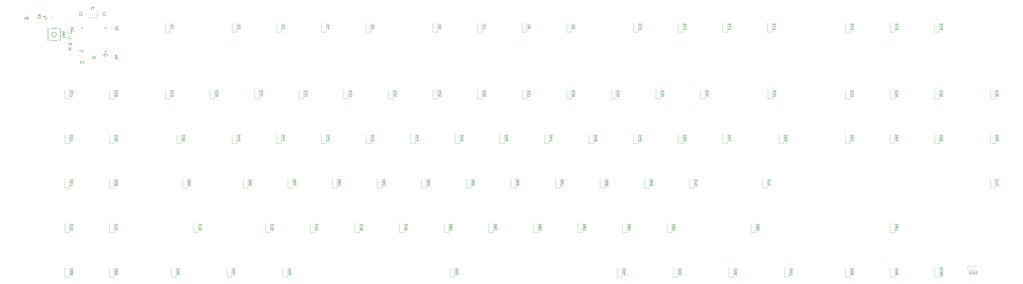
<source format=gbo>
G04 #@! TF.GenerationSoftware,KiCad,Pcbnew,(5.1.5)-3*
G04 #@! TF.CreationDate,2020-02-18T06:33:41+01:00*
G04 #@! TF.ProjectId,CustomTKL101,43757374-6f6d-4544-9b4c-3130312e6b69,rev?*
G04 #@! TF.SameCoordinates,Original*
G04 #@! TF.FileFunction,Legend,Bot*
G04 #@! TF.FilePolarity,Positive*
%FSLAX46Y46*%
G04 Gerber Fmt 4.6, Leading zero omitted, Abs format (unit mm)*
G04 Created by KiCad (PCBNEW (5.1.5)-3) date 2020-02-18 06:33:41*
%MOMM*%
%LPD*%
G04 APERTURE LIST*
%ADD10C,0.150000*%
%ADD11C,0.120000*%
%ADD12C,3.987800*%
%ADD13C,3.048000*%
%ADD14C,1.750000*%
%ADD15C,2.250000*%
%ADD16C,2.250000*%
%ADD17R,1.500000X0.550000*%
%ADD18R,0.550000X1.500000*%
%ADD19R,1.200000X0.900000*%
%ADD20R,0.900000X1.200000*%
%ADD21C,0.100000*%
%ADD22O,1.108000X2.216000*%
%ADD23C,0.650000*%
%ADD24R,1.100000X1.800000*%
%ADD25R,1.400000X1.200000*%
G04 APERTURE END LIST*
D10*
X98838000Y-94583000D02*
X98838000Y-94008000D01*
X109188000Y-94583000D02*
X109188000Y-93908000D01*
X109188000Y-84233000D02*
X109188000Y-84908000D01*
X98838000Y-84233000D02*
X98838000Y-84908000D01*
X98838000Y-94583000D02*
X99513000Y-94583000D01*
X98838000Y-84233000D02*
X99513000Y-84233000D01*
X109188000Y-84233000D02*
X108513000Y-84233000D01*
X109188000Y-94583000D02*
X108513000Y-94583000D01*
X98838000Y-94008000D02*
X97563000Y-94008000D01*
D11*
X93599000Y-133687000D02*
X93599000Y-129787000D01*
X91599000Y-133687000D02*
X91599000Y-129787000D01*
X93599000Y-133687000D02*
X91599000Y-133687000D01*
X446024000Y-114637000D02*
X446024000Y-110737000D01*
X444024000Y-114637000D02*
X444024000Y-110737000D01*
X446024000Y-114637000D02*
X444024000Y-114637000D01*
X112649000Y-133687000D02*
X112649000Y-129787000D01*
X110649000Y-133687000D02*
X110649000Y-129787000D01*
X112649000Y-133687000D02*
X110649000Y-133687000D01*
X488886500Y-114637000D02*
X488886500Y-110737000D01*
X486886500Y-114637000D02*
X486886500Y-110737000D01*
X488886500Y-114637000D02*
X486886500Y-114637000D01*
X141430250Y-133687000D02*
X141430250Y-129787000D01*
X139430250Y-133687000D02*
X139430250Y-129787000D01*
X141430250Y-133687000D02*
X139430250Y-133687000D01*
X165036500Y-133687000D02*
X165036500Y-129787000D01*
X163036500Y-133687000D02*
X163036500Y-129787000D01*
X165036500Y-133687000D02*
X163036500Y-133687000D01*
X184086500Y-133687000D02*
X184086500Y-129787000D01*
X182086500Y-133687000D02*
X182086500Y-129787000D01*
X184086500Y-133687000D02*
X182086500Y-133687000D01*
X203136500Y-133687000D02*
X203136500Y-129787000D01*
X201136500Y-133687000D02*
X201136500Y-129787000D01*
X203136500Y-133687000D02*
X201136500Y-133687000D01*
X465074000Y-114637000D02*
X465074000Y-110737000D01*
X463074000Y-114637000D02*
X463074000Y-110737000D01*
X465074000Y-114637000D02*
X463074000Y-114637000D01*
X93599000Y-190837000D02*
X93599000Y-186937000D01*
X91599000Y-190837000D02*
X91599000Y-186937000D01*
X93599000Y-190837000D02*
X91599000Y-190837000D01*
X186674000Y-190837000D02*
X186674000Y-186937000D01*
X184674000Y-190837000D02*
X184674000Y-186937000D01*
X186674000Y-190837000D02*
X184674000Y-190837000D01*
X112649000Y-190837000D02*
X112649000Y-186937000D01*
X110649000Y-190837000D02*
X110649000Y-186937000D01*
X112649000Y-190837000D02*
X110649000Y-190837000D01*
X162861500Y-190837000D02*
X162861500Y-186937000D01*
X160861500Y-190837000D02*
X160861500Y-186937000D01*
X162861500Y-190837000D02*
X160861500Y-190837000D01*
X377174000Y-190837000D02*
X377174000Y-186937000D01*
X375174000Y-190837000D02*
X375174000Y-186937000D01*
X377174000Y-190837000D02*
X375174000Y-190837000D01*
X465074000Y-190837000D02*
X465074000Y-186937000D01*
X463074000Y-190837000D02*
X463074000Y-186937000D01*
X465074000Y-190837000D02*
X463074000Y-190837000D01*
X329549000Y-190837000D02*
X329549000Y-186937000D01*
X327549000Y-190837000D02*
X327549000Y-186937000D01*
X329549000Y-190837000D02*
X327549000Y-190837000D01*
X400986500Y-190837000D02*
X400986500Y-186937000D01*
X398986500Y-190837000D02*
X398986500Y-186937000D01*
X400986500Y-190837000D02*
X398986500Y-190837000D01*
X426974000Y-190837000D02*
X426974000Y-186937000D01*
X424974000Y-190837000D02*
X424974000Y-186937000D01*
X426974000Y-190837000D02*
X424974000Y-190837000D01*
X446024000Y-190837000D02*
X446024000Y-186937000D01*
X444024000Y-190837000D02*
X444024000Y-186937000D01*
X446024000Y-190837000D02*
X444024000Y-190837000D01*
X139049000Y-190837000D02*
X139049000Y-186937000D01*
X137049000Y-190837000D02*
X137049000Y-186937000D01*
X139049000Y-190837000D02*
X137049000Y-190837000D01*
X353361500Y-190837000D02*
X353361500Y-186937000D01*
X351361500Y-190837000D02*
X351361500Y-186937000D01*
X353361500Y-190837000D02*
X351361500Y-190837000D01*
X258111500Y-190837000D02*
X258111500Y-186937000D01*
X256111500Y-190837000D02*
X256111500Y-186937000D01*
X258111500Y-190837000D02*
X256111500Y-190837000D01*
X477175000Y-188071000D02*
X481075000Y-188071000D01*
X477175000Y-186071000D02*
X481075000Y-186071000D01*
X477175000Y-188071000D02*
X477175000Y-186071000D01*
X488886500Y-133687000D02*
X488886500Y-129787000D01*
X486886500Y-133687000D02*
X486886500Y-129787000D01*
X488886500Y-133687000D02*
X486886500Y-133687000D01*
X169799000Y-152737000D02*
X169799000Y-148837000D01*
X167799000Y-152737000D02*
X167799000Y-148837000D01*
X169799000Y-152737000D02*
X167799000Y-152737000D01*
X93599000Y-152737000D02*
X93599000Y-148837000D01*
X91599000Y-152737000D02*
X91599000Y-148837000D01*
X93599000Y-152737000D02*
X91599000Y-152737000D01*
X426974000Y-133687000D02*
X426974000Y-129787000D01*
X424974000Y-133687000D02*
X424974000Y-129787000D01*
X426974000Y-133687000D02*
X424974000Y-133687000D01*
X465074000Y-133687000D02*
X465074000Y-129787000D01*
X463074000Y-133687000D02*
X463074000Y-129787000D01*
X465074000Y-133687000D02*
X463074000Y-133687000D01*
X398605250Y-133687000D02*
X398605250Y-129787000D01*
X396605250Y-133687000D02*
X396605250Y-129787000D01*
X398605250Y-133687000D02*
X396605250Y-133687000D01*
X446024000Y-133687000D02*
X446024000Y-129787000D01*
X444024000Y-133687000D02*
X444024000Y-129787000D01*
X446024000Y-133687000D02*
X444024000Y-133687000D01*
X112649000Y-152737000D02*
X112649000Y-148837000D01*
X110649000Y-152737000D02*
X110649000Y-148837000D01*
X112649000Y-152737000D02*
X110649000Y-152737000D01*
X143811500Y-152737000D02*
X143811500Y-148837000D01*
X141811500Y-152737000D02*
X141811500Y-148837000D01*
X143811500Y-152737000D02*
X141811500Y-152737000D01*
X317436500Y-133687000D02*
X317436500Y-129787000D01*
X315436500Y-133687000D02*
X315436500Y-129787000D01*
X317436500Y-133687000D02*
X315436500Y-133687000D01*
X355536500Y-133687000D02*
X355536500Y-129787000D01*
X353536500Y-133687000D02*
X353536500Y-129787000D01*
X355536500Y-133687000D02*
X353536500Y-133687000D01*
X374586500Y-133687000D02*
X374586500Y-129787000D01*
X372586500Y-133687000D02*
X372586500Y-129787000D01*
X374586500Y-133687000D02*
X372586500Y-133687000D01*
X336486500Y-133687000D02*
X336486500Y-129787000D01*
X334486500Y-133687000D02*
X334486500Y-129787000D01*
X336486500Y-133687000D02*
X334486500Y-133687000D01*
X298386500Y-133687000D02*
X298386500Y-129787000D01*
X296386500Y-133687000D02*
X296386500Y-129787000D01*
X298386500Y-133687000D02*
X296386500Y-133687000D01*
X241236500Y-133687000D02*
X241236500Y-129787000D01*
X239236500Y-133687000D02*
X239236500Y-129787000D01*
X241236500Y-133687000D02*
X239236500Y-133687000D01*
X279336500Y-133687000D02*
X279336500Y-129787000D01*
X277336500Y-133687000D02*
X277336500Y-129787000D01*
X279336500Y-133687000D02*
X277336500Y-133687000D01*
X222186500Y-133687000D02*
X222186500Y-129787000D01*
X220186500Y-133687000D02*
X220186500Y-129787000D01*
X222186500Y-133687000D02*
X220186500Y-133687000D01*
X260286500Y-133687000D02*
X260286500Y-129787000D01*
X258286500Y-133687000D02*
X258286500Y-129787000D01*
X260286500Y-133687000D02*
X258286500Y-133687000D01*
X112649000Y-114637000D02*
X112649000Y-110737000D01*
X110649000Y-114637000D02*
X110649000Y-110737000D01*
X112649000Y-114637000D02*
X110649000Y-114637000D01*
X174561500Y-114637000D02*
X174561500Y-110737000D01*
X172561500Y-114637000D02*
X172561500Y-110737000D01*
X174561500Y-114637000D02*
X172561500Y-114637000D01*
X231711500Y-114637000D02*
X231711500Y-110737000D01*
X229711500Y-114637000D02*
X229711500Y-110737000D01*
X231711500Y-114637000D02*
X229711500Y-114637000D01*
X93599000Y-114637000D02*
X93599000Y-110737000D01*
X91599000Y-114637000D02*
X91599000Y-110737000D01*
X93599000Y-114637000D02*
X91599000Y-114637000D01*
X155511500Y-114637000D02*
X155511500Y-110737000D01*
X153511500Y-114637000D02*
X153511500Y-110737000D01*
X155511500Y-114637000D02*
X153511500Y-114637000D01*
X193611500Y-114637000D02*
X193611500Y-110737000D01*
X191611500Y-114637000D02*
X191611500Y-110737000D01*
X193611500Y-114637000D02*
X191611500Y-114637000D01*
X212661500Y-114637000D02*
X212661500Y-110737000D01*
X210661500Y-114637000D02*
X210661500Y-110737000D01*
X212661500Y-114637000D02*
X210661500Y-114637000D01*
X136461500Y-114637000D02*
X136461500Y-110737000D01*
X134461500Y-114637000D02*
X134461500Y-110737000D01*
X136461500Y-114637000D02*
X134461500Y-114637000D01*
X207899000Y-152737000D02*
X207899000Y-148837000D01*
X205899000Y-152737000D02*
X205899000Y-148837000D01*
X207899000Y-152737000D02*
X205899000Y-152737000D01*
X226949000Y-152737000D02*
X226949000Y-148837000D01*
X224949000Y-152737000D02*
X224949000Y-148837000D01*
X226949000Y-152737000D02*
X224949000Y-152737000D01*
X284099000Y-152737000D02*
X284099000Y-148837000D01*
X282099000Y-152737000D02*
X282099000Y-148837000D01*
X284099000Y-152737000D02*
X282099000Y-152737000D01*
X303149000Y-152737000D02*
X303149000Y-148837000D01*
X301149000Y-152737000D02*
X301149000Y-148837000D01*
X303149000Y-152737000D02*
X301149000Y-152737000D01*
X265049000Y-152737000D02*
X265049000Y-148837000D01*
X263049000Y-152737000D02*
X263049000Y-148837000D01*
X265049000Y-152737000D02*
X263049000Y-152737000D01*
X322199000Y-152737000D02*
X322199000Y-148837000D01*
X320199000Y-152737000D02*
X320199000Y-148837000D01*
X322199000Y-152737000D02*
X320199000Y-152737000D01*
X341249000Y-152737000D02*
X341249000Y-148837000D01*
X339249000Y-152737000D02*
X339249000Y-148837000D01*
X341249000Y-152737000D02*
X339249000Y-152737000D01*
X188849000Y-152737000D02*
X188849000Y-148837000D01*
X186849000Y-152737000D02*
X186849000Y-148837000D01*
X188849000Y-152737000D02*
X186849000Y-152737000D01*
X245999000Y-152737000D02*
X245999000Y-148837000D01*
X243999000Y-152737000D02*
X243999000Y-148837000D01*
X245999000Y-152737000D02*
X243999000Y-152737000D01*
X350774000Y-171787000D02*
X350774000Y-167887000D01*
X348774000Y-171787000D02*
X348774000Y-167887000D01*
X350774000Y-171787000D02*
X348774000Y-171787000D01*
X293624000Y-171787000D02*
X293624000Y-167887000D01*
X291624000Y-171787000D02*
X291624000Y-167887000D01*
X293624000Y-171787000D02*
X291624000Y-171787000D01*
X274574000Y-171787000D02*
X274574000Y-167887000D01*
X272574000Y-171787000D02*
X272574000Y-167887000D01*
X274574000Y-171787000D02*
X272574000Y-171787000D01*
X198374000Y-171787000D02*
X198374000Y-167887000D01*
X196374000Y-171787000D02*
X196374000Y-167887000D01*
X198374000Y-171787000D02*
X196374000Y-171787000D01*
X386699000Y-171787000D02*
X386699000Y-167887000D01*
X384699000Y-171787000D02*
X384699000Y-167887000D01*
X386699000Y-171787000D02*
X384699000Y-171787000D01*
X391461500Y-152737000D02*
X391461500Y-148837000D01*
X389461500Y-152737000D02*
X389461500Y-148837000D01*
X391461500Y-152737000D02*
X389461500Y-152737000D01*
X236474000Y-171787000D02*
X236474000Y-167887000D01*
X234474000Y-171787000D02*
X234474000Y-167887000D01*
X236474000Y-171787000D02*
X234474000Y-171787000D01*
X312674000Y-171787000D02*
X312674000Y-167887000D01*
X310674000Y-171787000D02*
X310674000Y-167887000D01*
X312674000Y-171787000D02*
X310674000Y-171787000D01*
X446024000Y-171787000D02*
X446024000Y-167887000D01*
X444024000Y-171787000D02*
X444024000Y-167887000D01*
X446024000Y-171787000D02*
X444024000Y-171787000D01*
X112649000Y-171787000D02*
X112649000Y-167887000D01*
X110649000Y-171787000D02*
X110649000Y-167887000D01*
X112649000Y-171787000D02*
X110649000Y-171787000D01*
X179324000Y-171787000D02*
X179324000Y-167887000D01*
X177324000Y-171787000D02*
X177324000Y-167887000D01*
X179324000Y-171787000D02*
X177324000Y-171787000D01*
X488886500Y-152737000D02*
X488886500Y-148837000D01*
X486886500Y-152737000D02*
X486886500Y-148837000D01*
X488886500Y-152737000D02*
X486886500Y-152737000D01*
X360299000Y-152737000D02*
X360299000Y-148837000D01*
X358299000Y-152737000D02*
X358299000Y-148837000D01*
X360299000Y-152737000D02*
X358299000Y-152737000D01*
X217424000Y-171787000D02*
X217424000Y-167887000D01*
X215424000Y-171787000D02*
X215424000Y-167887000D01*
X217424000Y-171787000D02*
X215424000Y-171787000D01*
X93599000Y-171787000D02*
X93599000Y-167887000D01*
X91599000Y-171787000D02*
X91599000Y-167887000D01*
X93599000Y-171787000D02*
X91599000Y-171787000D01*
X255524000Y-171787000D02*
X255524000Y-167887000D01*
X253524000Y-171787000D02*
X253524000Y-167887000D01*
X255524000Y-171787000D02*
X253524000Y-171787000D01*
X148574000Y-171787000D02*
X148574000Y-167887000D01*
X146574000Y-171787000D02*
X146574000Y-167887000D01*
X148574000Y-171787000D02*
X146574000Y-171787000D01*
X331724000Y-171787000D02*
X331724000Y-167887000D01*
X329724000Y-171787000D02*
X329724000Y-167887000D01*
X331724000Y-171787000D02*
X329724000Y-171787000D01*
X269811500Y-114637000D02*
X269811500Y-110737000D01*
X267811500Y-114637000D02*
X267811500Y-110737000D01*
X269811500Y-114637000D02*
X267811500Y-114637000D01*
X250761500Y-114637000D02*
X250761500Y-110737000D01*
X248761500Y-114637000D02*
X248761500Y-110737000D01*
X250761500Y-114637000D02*
X248761500Y-114637000D01*
X346011500Y-114637000D02*
X346011500Y-110737000D01*
X344011500Y-114637000D02*
X344011500Y-110737000D01*
X346011500Y-114637000D02*
X344011500Y-114637000D01*
X393842750Y-114637000D02*
X393842750Y-110737000D01*
X391842750Y-114637000D02*
X391842750Y-110737000D01*
X393842750Y-114637000D02*
X391842750Y-114637000D01*
X288861500Y-114637000D02*
X288861500Y-110737000D01*
X286861500Y-114637000D02*
X286861500Y-110737000D01*
X288861500Y-114637000D02*
X286861500Y-114637000D01*
X365061500Y-114637000D02*
X365061500Y-110737000D01*
X363061500Y-114637000D02*
X363061500Y-110737000D01*
X365061500Y-114637000D02*
X363061500Y-114637000D01*
X326961500Y-114637000D02*
X326961500Y-110737000D01*
X324961500Y-114637000D02*
X324961500Y-110737000D01*
X326961500Y-114637000D02*
X324961500Y-114637000D01*
X307911500Y-114637000D02*
X307911500Y-110737000D01*
X305911500Y-114637000D02*
X305911500Y-110737000D01*
X307911500Y-114637000D02*
X305911500Y-114637000D01*
X426974000Y-114637000D02*
X426974000Y-110737000D01*
X424974000Y-114637000D02*
X424974000Y-110737000D01*
X426974000Y-114637000D02*
X424974000Y-114637000D01*
X136461500Y-86062000D02*
X136461500Y-82162000D01*
X134461500Y-86062000D02*
X134461500Y-82162000D01*
X136461500Y-86062000D02*
X134461500Y-86062000D01*
X165036500Y-86062000D02*
X165036500Y-82162000D01*
X163036500Y-86062000D02*
X163036500Y-82162000D01*
X165036500Y-86062000D02*
X163036500Y-86062000D01*
X184086500Y-86062000D02*
X184086500Y-82162000D01*
X182086500Y-86062000D02*
X182086500Y-82162000D01*
X184086500Y-86062000D02*
X182086500Y-86062000D01*
X203136500Y-86062000D02*
X203136500Y-82162000D01*
X201136500Y-86062000D02*
X201136500Y-82162000D01*
X203136500Y-86062000D02*
X201136500Y-86062000D01*
X222186500Y-86062000D02*
X222186500Y-82162000D01*
X220186500Y-86062000D02*
X220186500Y-82162000D01*
X222186500Y-86062000D02*
X220186500Y-86062000D01*
X250761500Y-86062000D02*
X250761500Y-82162000D01*
X248761500Y-86062000D02*
X248761500Y-82162000D01*
X250761500Y-86062000D02*
X248761500Y-86062000D01*
X269811500Y-86062000D02*
X269811500Y-82162000D01*
X267811500Y-86062000D02*
X267811500Y-82162000D01*
X269811500Y-86062000D02*
X267811500Y-86062000D01*
X288861500Y-86062000D02*
X288861500Y-82162000D01*
X286861500Y-86062000D02*
X286861500Y-82162000D01*
X288861500Y-86062000D02*
X286861500Y-86062000D01*
X307911500Y-86062000D02*
X307911500Y-82162000D01*
X305911500Y-86062000D02*
X305911500Y-82162000D01*
X307911500Y-86062000D02*
X305911500Y-86062000D01*
X336486500Y-86062000D02*
X336486500Y-82162000D01*
X334486500Y-86062000D02*
X334486500Y-82162000D01*
X336486500Y-86062000D02*
X334486500Y-86062000D01*
X355536500Y-86062000D02*
X355536500Y-82162000D01*
X353536500Y-86062000D02*
X353536500Y-82162000D01*
X355536500Y-86062000D02*
X353536500Y-86062000D01*
X374586500Y-86062000D02*
X374586500Y-82162000D01*
X372586500Y-86062000D02*
X372586500Y-82162000D01*
X374586500Y-86062000D02*
X372586500Y-86062000D01*
X393636500Y-86062000D02*
X393636500Y-82162000D01*
X391636500Y-86062000D02*
X391636500Y-82162000D01*
X393636500Y-86062000D02*
X391636500Y-86062000D01*
X426974000Y-86062000D02*
X426974000Y-82162000D01*
X424974000Y-86062000D02*
X424974000Y-82162000D01*
X426974000Y-86062000D02*
X424974000Y-86062000D01*
X446024000Y-86062000D02*
X446024000Y-82162000D01*
X444024000Y-86062000D02*
X444024000Y-82162000D01*
X446024000Y-86062000D02*
X444024000Y-86062000D01*
X465074000Y-86062000D02*
X465074000Y-82162000D01*
X463074000Y-86062000D02*
X463074000Y-82162000D01*
X465074000Y-86062000D02*
X463074000Y-86062000D01*
X92381000Y-85221578D02*
X92381000Y-84704422D01*
X93801000Y-85221578D02*
X93801000Y-84704422D01*
D10*
X87995000Y-87122000D02*
G75*
G03X87995000Y-87122000I-1000000J0D01*
G01*
X89595000Y-84522000D02*
X84395000Y-84522000D01*
X89595000Y-89722000D02*
X89595000Y-84522000D01*
X84395000Y-89722000D02*
X89595000Y-89722000D01*
X84395000Y-84522000D02*
X84395000Y-89722000D01*
D11*
X105378000Y-80009000D02*
X101378000Y-80009000D01*
X105378000Y-76709000D02*
X105378000Y-80009000D01*
X111304000Y-97032578D02*
X111304000Y-96515422D01*
X112724000Y-97032578D02*
X112724000Y-96515422D01*
X93984578Y-95579000D02*
X93467422Y-95579000D01*
X93984578Y-94159000D02*
X93467422Y-94159000D01*
X93984578Y-93547000D02*
X93467422Y-93547000D01*
X93984578Y-92127000D02*
X93467422Y-92127000D01*
X74925422Y-77903000D02*
X75442578Y-77903000D01*
X74925422Y-79323000D02*
X75442578Y-79323000D01*
X83133000Y-79116422D02*
X83133000Y-79633578D01*
X81713000Y-79116422D02*
X81713000Y-79633578D01*
X85746000Y-79407936D02*
X85746000Y-80612064D01*
X83926000Y-79407936D02*
X83926000Y-80612064D01*
X98674422Y-98246000D02*
X99191578Y-98246000D01*
X98674422Y-96826000D02*
X99191578Y-96826000D01*
X111431000Y-84713578D02*
X111431000Y-84196422D01*
X112851000Y-84713578D02*
X112851000Y-84196422D01*
X109224578Y-98246000D02*
X108707422Y-98246000D01*
X109224578Y-96826000D02*
X108707422Y-96826000D01*
X93984578Y-88594000D02*
X93467422Y-88594000D01*
X93984578Y-87174000D02*
X93467422Y-87174000D01*
X93984578Y-90880000D02*
X93467422Y-90880000D01*
X93984578Y-89460000D02*
X93467422Y-89460000D01*
X100659000Y-78100422D02*
X100659000Y-78617578D01*
X99239000Y-78100422D02*
X99239000Y-78617578D01*
X106097000Y-78617578D02*
X106097000Y-78100422D01*
X107517000Y-78617578D02*
X107517000Y-78100422D01*
D10*
X104774904Y-96310380D02*
X104774904Y-97119904D01*
X104727285Y-97215142D01*
X104679666Y-97262761D01*
X104584428Y-97310380D01*
X104393952Y-97310380D01*
X104298714Y-97262761D01*
X104251095Y-97215142D01*
X104203476Y-97119904D01*
X104203476Y-96310380D01*
X103203476Y-97310380D02*
X103774904Y-97310380D01*
X103489190Y-97310380D02*
X103489190Y-96310380D01*
X103584428Y-96453238D01*
X103679666Y-96548476D01*
X103774904Y-96596095D01*
X95051380Y-130222714D02*
X94051380Y-130222714D01*
X94051380Y-130460809D01*
X94099000Y-130603666D01*
X94194238Y-130698904D01*
X94289476Y-130746523D01*
X94479952Y-130794142D01*
X94622809Y-130794142D01*
X94813285Y-130746523D01*
X94908523Y-130698904D01*
X95003761Y-130603666D01*
X95051380Y-130460809D01*
X95051380Y-130222714D01*
X94051380Y-131127476D02*
X94051380Y-131746523D01*
X94432333Y-131413190D01*
X94432333Y-131556047D01*
X94479952Y-131651285D01*
X94527571Y-131698904D01*
X94622809Y-131746523D01*
X94860904Y-131746523D01*
X94956142Y-131698904D01*
X95003761Y-131651285D01*
X95051380Y-131556047D01*
X95051380Y-131270333D01*
X95003761Y-131175095D01*
X94956142Y-131127476D01*
X94051380Y-132079857D02*
X94051380Y-132746523D01*
X95051380Y-132317952D01*
X447476380Y-111172714D02*
X446476380Y-111172714D01*
X446476380Y-111410809D01*
X446524000Y-111553666D01*
X446619238Y-111648904D01*
X446714476Y-111696523D01*
X446904952Y-111744142D01*
X447047809Y-111744142D01*
X447238285Y-111696523D01*
X447333523Y-111648904D01*
X447428761Y-111553666D01*
X447476380Y-111410809D01*
X447476380Y-111172714D01*
X446476380Y-112077476D02*
X446476380Y-112696523D01*
X446857333Y-112363190D01*
X446857333Y-112506047D01*
X446904952Y-112601285D01*
X446952571Y-112648904D01*
X447047809Y-112696523D01*
X447285904Y-112696523D01*
X447381142Y-112648904D01*
X447428761Y-112601285D01*
X447476380Y-112506047D01*
X447476380Y-112220333D01*
X447428761Y-112125095D01*
X447381142Y-112077476D01*
X446809714Y-113553666D02*
X447476380Y-113553666D01*
X446428761Y-113315571D02*
X447143047Y-113077476D01*
X447143047Y-113696523D01*
X114101380Y-130222714D02*
X113101380Y-130222714D01*
X113101380Y-130460809D01*
X113149000Y-130603666D01*
X113244238Y-130698904D01*
X113339476Y-130746523D01*
X113529952Y-130794142D01*
X113672809Y-130794142D01*
X113863285Y-130746523D01*
X113958523Y-130698904D01*
X114053761Y-130603666D01*
X114101380Y-130460809D01*
X114101380Y-130222714D01*
X113101380Y-131127476D02*
X113101380Y-131746523D01*
X113482333Y-131413190D01*
X113482333Y-131556047D01*
X113529952Y-131651285D01*
X113577571Y-131698904D01*
X113672809Y-131746523D01*
X113910904Y-131746523D01*
X114006142Y-131698904D01*
X114053761Y-131651285D01*
X114101380Y-131556047D01*
X114101380Y-131270333D01*
X114053761Y-131175095D01*
X114006142Y-131127476D01*
X113529952Y-132317952D02*
X113482333Y-132222714D01*
X113434714Y-132175095D01*
X113339476Y-132127476D01*
X113291857Y-132127476D01*
X113196619Y-132175095D01*
X113149000Y-132222714D01*
X113101380Y-132317952D01*
X113101380Y-132508428D01*
X113149000Y-132603666D01*
X113196619Y-132651285D01*
X113291857Y-132698904D01*
X113339476Y-132698904D01*
X113434714Y-132651285D01*
X113482333Y-132603666D01*
X113529952Y-132508428D01*
X113529952Y-132317952D01*
X113577571Y-132222714D01*
X113625190Y-132175095D01*
X113720428Y-132127476D01*
X113910904Y-132127476D01*
X114006142Y-132175095D01*
X114053761Y-132222714D01*
X114101380Y-132317952D01*
X114101380Y-132508428D01*
X114053761Y-132603666D01*
X114006142Y-132651285D01*
X113910904Y-132698904D01*
X113720428Y-132698904D01*
X113625190Y-132651285D01*
X113577571Y-132603666D01*
X113529952Y-132508428D01*
X490338880Y-111172714D02*
X489338880Y-111172714D01*
X489338880Y-111410809D01*
X489386500Y-111553666D01*
X489481738Y-111648904D01*
X489576976Y-111696523D01*
X489767452Y-111744142D01*
X489910309Y-111744142D01*
X490100785Y-111696523D01*
X490196023Y-111648904D01*
X490291261Y-111553666D01*
X490338880Y-111410809D01*
X490338880Y-111172714D01*
X489338880Y-112077476D02*
X489338880Y-112696523D01*
X489719833Y-112363190D01*
X489719833Y-112506047D01*
X489767452Y-112601285D01*
X489815071Y-112648904D01*
X489910309Y-112696523D01*
X490148404Y-112696523D01*
X490243642Y-112648904D01*
X490291261Y-112601285D01*
X490338880Y-112506047D01*
X490338880Y-112220333D01*
X490291261Y-112125095D01*
X490243642Y-112077476D01*
X489338880Y-113553666D02*
X489338880Y-113363190D01*
X489386500Y-113267952D01*
X489434119Y-113220333D01*
X489576976Y-113125095D01*
X489767452Y-113077476D01*
X490148404Y-113077476D01*
X490243642Y-113125095D01*
X490291261Y-113172714D01*
X490338880Y-113267952D01*
X490338880Y-113458428D01*
X490291261Y-113553666D01*
X490243642Y-113601285D01*
X490148404Y-113648904D01*
X489910309Y-113648904D01*
X489815071Y-113601285D01*
X489767452Y-113553666D01*
X489719833Y-113458428D01*
X489719833Y-113267952D01*
X489767452Y-113172714D01*
X489815071Y-113125095D01*
X489910309Y-113077476D01*
X142882630Y-130222714D02*
X141882630Y-130222714D01*
X141882630Y-130460809D01*
X141930250Y-130603666D01*
X142025488Y-130698904D01*
X142120726Y-130746523D01*
X142311202Y-130794142D01*
X142454059Y-130794142D01*
X142644535Y-130746523D01*
X142739773Y-130698904D01*
X142835011Y-130603666D01*
X142882630Y-130460809D01*
X142882630Y-130222714D01*
X141882630Y-131127476D02*
X141882630Y-131746523D01*
X142263583Y-131413190D01*
X142263583Y-131556047D01*
X142311202Y-131651285D01*
X142358821Y-131698904D01*
X142454059Y-131746523D01*
X142692154Y-131746523D01*
X142787392Y-131698904D01*
X142835011Y-131651285D01*
X142882630Y-131556047D01*
X142882630Y-131270333D01*
X142835011Y-131175095D01*
X142787392Y-131127476D01*
X142882630Y-132222714D02*
X142882630Y-132413190D01*
X142835011Y-132508428D01*
X142787392Y-132556047D01*
X142644535Y-132651285D01*
X142454059Y-132698904D01*
X142073107Y-132698904D01*
X141977869Y-132651285D01*
X141930250Y-132603666D01*
X141882630Y-132508428D01*
X141882630Y-132317952D01*
X141930250Y-132222714D01*
X141977869Y-132175095D01*
X142073107Y-132127476D01*
X142311202Y-132127476D01*
X142406440Y-132175095D01*
X142454059Y-132222714D01*
X142501678Y-132317952D01*
X142501678Y-132508428D01*
X142454059Y-132603666D01*
X142406440Y-132651285D01*
X142311202Y-132698904D01*
X166488880Y-130222714D02*
X165488880Y-130222714D01*
X165488880Y-130460809D01*
X165536500Y-130603666D01*
X165631738Y-130698904D01*
X165726976Y-130746523D01*
X165917452Y-130794142D01*
X166060309Y-130794142D01*
X166250785Y-130746523D01*
X166346023Y-130698904D01*
X166441261Y-130603666D01*
X166488880Y-130460809D01*
X166488880Y-130222714D01*
X165822214Y-131651285D02*
X166488880Y-131651285D01*
X165441261Y-131413190D02*
X166155547Y-131175095D01*
X166155547Y-131794142D01*
X165488880Y-132365571D02*
X165488880Y-132460809D01*
X165536500Y-132556047D01*
X165584119Y-132603666D01*
X165679357Y-132651285D01*
X165869833Y-132698904D01*
X166107928Y-132698904D01*
X166298404Y-132651285D01*
X166393642Y-132603666D01*
X166441261Y-132556047D01*
X166488880Y-132460809D01*
X166488880Y-132365571D01*
X166441261Y-132270333D01*
X166393642Y-132222714D01*
X166298404Y-132175095D01*
X166107928Y-132127476D01*
X165869833Y-132127476D01*
X165679357Y-132175095D01*
X165584119Y-132222714D01*
X165536500Y-132270333D01*
X165488880Y-132365571D01*
X185538880Y-130222714D02*
X184538880Y-130222714D01*
X184538880Y-130460809D01*
X184586500Y-130603666D01*
X184681738Y-130698904D01*
X184776976Y-130746523D01*
X184967452Y-130794142D01*
X185110309Y-130794142D01*
X185300785Y-130746523D01*
X185396023Y-130698904D01*
X185491261Y-130603666D01*
X185538880Y-130460809D01*
X185538880Y-130222714D01*
X184872214Y-131651285D02*
X185538880Y-131651285D01*
X184491261Y-131413190D02*
X185205547Y-131175095D01*
X185205547Y-131794142D01*
X185538880Y-132698904D02*
X185538880Y-132127476D01*
X185538880Y-132413190D02*
X184538880Y-132413190D01*
X184681738Y-132317952D01*
X184776976Y-132222714D01*
X184824595Y-132127476D01*
X204588880Y-130222714D02*
X203588880Y-130222714D01*
X203588880Y-130460809D01*
X203636500Y-130603666D01*
X203731738Y-130698904D01*
X203826976Y-130746523D01*
X204017452Y-130794142D01*
X204160309Y-130794142D01*
X204350785Y-130746523D01*
X204446023Y-130698904D01*
X204541261Y-130603666D01*
X204588880Y-130460809D01*
X204588880Y-130222714D01*
X203922214Y-131651285D02*
X204588880Y-131651285D01*
X203541261Y-131413190D02*
X204255547Y-131175095D01*
X204255547Y-131794142D01*
X203684119Y-132127476D02*
X203636500Y-132175095D01*
X203588880Y-132270333D01*
X203588880Y-132508428D01*
X203636500Y-132603666D01*
X203684119Y-132651285D01*
X203779357Y-132698904D01*
X203874595Y-132698904D01*
X204017452Y-132651285D01*
X204588880Y-132079857D01*
X204588880Y-132698904D01*
X466526380Y-111172714D02*
X465526380Y-111172714D01*
X465526380Y-111410809D01*
X465574000Y-111553666D01*
X465669238Y-111648904D01*
X465764476Y-111696523D01*
X465954952Y-111744142D01*
X466097809Y-111744142D01*
X466288285Y-111696523D01*
X466383523Y-111648904D01*
X466478761Y-111553666D01*
X466526380Y-111410809D01*
X466526380Y-111172714D01*
X465526380Y-112077476D02*
X465526380Y-112696523D01*
X465907333Y-112363190D01*
X465907333Y-112506047D01*
X465954952Y-112601285D01*
X466002571Y-112648904D01*
X466097809Y-112696523D01*
X466335904Y-112696523D01*
X466431142Y-112648904D01*
X466478761Y-112601285D01*
X466526380Y-112506047D01*
X466526380Y-112220333D01*
X466478761Y-112125095D01*
X466431142Y-112077476D01*
X465526380Y-113601285D02*
X465526380Y-113125095D01*
X466002571Y-113077476D01*
X465954952Y-113125095D01*
X465907333Y-113220333D01*
X465907333Y-113458428D01*
X465954952Y-113553666D01*
X466002571Y-113601285D01*
X466097809Y-113648904D01*
X466335904Y-113648904D01*
X466431142Y-113601285D01*
X466478761Y-113553666D01*
X466526380Y-113458428D01*
X466526380Y-113220333D01*
X466478761Y-113125095D01*
X466431142Y-113077476D01*
X95051380Y-187372714D02*
X94051380Y-187372714D01*
X94051380Y-187610809D01*
X94099000Y-187753666D01*
X94194238Y-187848904D01*
X94289476Y-187896523D01*
X94479952Y-187944142D01*
X94622809Y-187944142D01*
X94813285Y-187896523D01*
X94908523Y-187848904D01*
X95003761Y-187753666D01*
X95051380Y-187610809D01*
X95051380Y-187372714D01*
X94479952Y-188515571D02*
X94432333Y-188420333D01*
X94384714Y-188372714D01*
X94289476Y-188325095D01*
X94241857Y-188325095D01*
X94146619Y-188372714D01*
X94099000Y-188420333D01*
X94051380Y-188515571D01*
X94051380Y-188706047D01*
X94099000Y-188801285D01*
X94146619Y-188848904D01*
X94241857Y-188896523D01*
X94289476Y-188896523D01*
X94384714Y-188848904D01*
X94432333Y-188801285D01*
X94479952Y-188706047D01*
X94479952Y-188515571D01*
X94527571Y-188420333D01*
X94575190Y-188372714D01*
X94670428Y-188325095D01*
X94860904Y-188325095D01*
X94956142Y-188372714D01*
X95003761Y-188420333D01*
X95051380Y-188515571D01*
X95051380Y-188706047D01*
X95003761Y-188801285D01*
X94956142Y-188848904D01*
X94860904Y-188896523D01*
X94670428Y-188896523D01*
X94575190Y-188848904D01*
X94527571Y-188801285D01*
X94479952Y-188706047D01*
X94479952Y-189467952D02*
X94432333Y-189372714D01*
X94384714Y-189325095D01*
X94289476Y-189277476D01*
X94241857Y-189277476D01*
X94146619Y-189325095D01*
X94099000Y-189372714D01*
X94051380Y-189467952D01*
X94051380Y-189658428D01*
X94099000Y-189753666D01*
X94146619Y-189801285D01*
X94241857Y-189848904D01*
X94289476Y-189848904D01*
X94384714Y-189801285D01*
X94432333Y-189753666D01*
X94479952Y-189658428D01*
X94479952Y-189467952D01*
X94527571Y-189372714D01*
X94575190Y-189325095D01*
X94670428Y-189277476D01*
X94860904Y-189277476D01*
X94956142Y-189325095D01*
X95003761Y-189372714D01*
X95051380Y-189467952D01*
X95051380Y-189658428D01*
X95003761Y-189753666D01*
X94956142Y-189801285D01*
X94860904Y-189848904D01*
X94670428Y-189848904D01*
X94575190Y-189801285D01*
X94527571Y-189753666D01*
X94479952Y-189658428D01*
X188126380Y-187372714D02*
X187126380Y-187372714D01*
X187126380Y-187610809D01*
X187174000Y-187753666D01*
X187269238Y-187848904D01*
X187364476Y-187896523D01*
X187554952Y-187944142D01*
X187697809Y-187944142D01*
X187888285Y-187896523D01*
X187983523Y-187848904D01*
X188078761Y-187753666D01*
X188126380Y-187610809D01*
X188126380Y-187372714D01*
X188126380Y-188420333D02*
X188126380Y-188610809D01*
X188078761Y-188706047D01*
X188031142Y-188753666D01*
X187888285Y-188848904D01*
X187697809Y-188896523D01*
X187316857Y-188896523D01*
X187221619Y-188848904D01*
X187174000Y-188801285D01*
X187126380Y-188706047D01*
X187126380Y-188515571D01*
X187174000Y-188420333D01*
X187221619Y-188372714D01*
X187316857Y-188325095D01*
X187554952Y-188325095D01*
X187650190Y-188372714D01*
X187697809Y-188420333D01*
X187745428Y-188515571D01*
X187745428Y-188706047D01*
X187697809Y-188801285D01*
X187650190Y-188848904D01*
X187554952Y-188896523D01*
X187221619Y-189277476D02*
X187174000Y-189325095D01*
X187126380Y-189420333D01*
X187126380Y-189658428D01*
X187174000Y-189753666D01*
X187221619Y-189801285D01*
X187316857Y-189848904D01*
X187412095Y-189848904D01*
X187554952Y-189801285D01*
X188126380Y-189229857D01*
X188126380Y-189848904D01*
X114101380Y-187372714D02*
X113101380Y-187372714D01*
X113101380Y-187610809D01*
X113149000Y-187753666D01*
X113244238Y-187848904D01*
X113339476Y-187896523D01*
X113529952Y-187944142D01*
X113672809Y-187944142D01*
X113863285Y-187896523D01*
X113958523Y-187848904D01*
X114053761Y-187753666D01*
X114101380Y-187610809D01*
X114101380Y-187372714D01*
X113529952Y-188515571D02*
X113482333Y-188420333D01*
X113434714Y-188372714D01*
X113339476Y-188325095D01*
X113291857Y-188325095D01*
X113196619Y-188372714D01*
X113149000Y-188420333D01*
X113101380Y-188515571D01*
X113101380Y-188706047D01*
X113149000Y-188801285D01*
X113196619Y-188848904D01*
X113291857Y-188896523D01*
X113339476Y-188896523D01*
X113434714Y-188848904D01*
X113482333Y-188801285D01*
X113529952Y-188706047D01*
X113529952Y-188515571D01*
X113577571Y-188420333D01*
X113625190Y-188372714D01*
X113720428Y-188325095D01*
X113910904Y-188325095D01*
X114006142Y-188372714D01*
X114053761Y-188420333D01*
X114101380Y-188515571D01*
X114101380Y-188706047D01*
X114053761Y-188801285D01*
X114006142Y-188848904D01*
X113910904Y-188896523D01*
X113720428Y-188896523D01*
X113625190Y-188848904D01*
X113577571Y-188801285D01*
X113529952Y-188706047D01*
X114101380Y-189372714D02*
X114101380Y-189563190D01*
X114053761Y-189658428D01*
X114006142Y-189706047D01*
X113863285Y-189801285D01*
X113672809Y-189848904D01*
X113291857Y-189848904D01*
X113196619Y-189801285D01*
X113149000Y-189753666D01*
X113101380Y-189658428D01*
X113101380Y-189467952D01*
X113149000Y-189372714D01*
X113196619Y-189325095D01*
X113291857Y-189277476D01*
X113529952Y-189277476D01*
X113625190Y-189325095D01*
X113672809Y-189372714D01*
X113720428Y-189467952D01*
X113720428Y-189658428D01*
X113672809Y-189753666D01*
X113625190Y-189801285D01*
X113529952Y-189848904D01*
X164313880Y-187372714D02*
X163313880Y-187372714D01*
X163313880Y-187610809D01*
X163361500Y-187753666D01*
X163456738Y-187848904D01*
X163551976Y-187896523D01*
X163742452Y-187944142D01*
X163885309Y-187944142D01*
X164075785Y-187896523D01*
X164171023Y-187848904D01*
X164266261Y-187753666D01*
X164313880Y-187610809D01*
X164313880Y-187372714D01*
X164313880Y-188420333D02*
X164313880Y-188610809D01*
X164266261Y-188706047D01*
X164218642Y-188753666D01*
X164075785Y-188848904D01*
X163885309Y-188896523D01*
X163504357Y-188896523D01*
X163409119Y-188848904D01*
X163361500Y-188801285D01*
X163313880Y-188706047D01*
X163313880Y-188515571D01*
X163361500Y-188420333D01*
X163409119Y-188372714D01*
X163504357Y-188325095D01*
X163742452Y-188325095D01*
X163837690Y-188372714D01*
X163885309Y-188420333D01*
X163932928Y-188515571D01*
X163932928Y-188706047D01*
X163885309Y-188801285D01*
X163837690Y-188848904D01*
X163742452Y-188896523D01*
X164313880Y-189848904D02*
X164313880Y-189277476D01*
X164313880Y-189563190D02*
X163313880Y-189563190D01*
X163456738Y-189467952D01*
X163551976Y-189372714D01*
X163599595Y-189277476D01*
X378626380Y-187372714D02*
X377626380Y-187372714D01*
X377626380Y-187610809D01*
X377674000Y-187753666D01*
X377769238Y-187848904D01*
X377864476Y-187896523D01*
X378054952Y-187944142D01*
X378197809Y-187944142D01*
X378388285Y-187896523D01*
X378483523Y-187848904D01*
X378578761Y-187753666D01*
X378626380Y-187610809D01*
X378626380Y-187372714D01*
X378626380Y-188420333D02*
X378626380Y-188610809D01*
X378578761Y-188706047D01*
X378531142Y-188753666D01*
X378388285Y-188848904D01*
X378197809Y-188896523D01*
X377816857Y-188896523D01*
X377721619Y-188848904D01*
X377674000Y-188801285D01*
X377626380Y-188706047D01*
X377626380Y-188515571D01*
X377674000Y-188420333D01*
X377721619Y-188372714D01*
X377816857Y-188325095D01*
X378054952Y-188325095D01*
X378150190Y-188372714D01*
X378197809Y-188420333D01*
X378245428Y-188515571D01*
X378245428Y-188706047D01*
X378197809Y-188801285D01*
X378150190Y-188848904D01*
X378054952Y-188896523D01*
X377626380Y-189753666D02*
X377626380Y-189563190D01*
X377674000Y-189467952D01*
X377721619Y-189420333D01*
X377864476Y-189325095D01*
X378054952Y-189277476D01*
X378435904Y-189277476D01*
X378531142Y-189325095D01*
X378578761Y-189372714D01*
X378626380Y-189467952D01*
X378626380Y-189658428D01*
X378578761Y-189753666D01*
X378531142Y-189801285D01*
X378435904Y-189848904D01*
X378197809Y-189848904D01*
X378102571Y-189801285D01*
X378054952Y-189753666D01*
X378007333Y-189658428D01*
X378007333Y-189467952D01*
X378054952Y-189372714D01*
X378102571Y-189325095D01*
X378197809Y-189277476D01*
X466526380Y-186896523D02*
X465526380Y-186896523D01*
X465526380Y-187134619D01*
X465574000Y-187277476D01*
X465669238Y-187372714D01*
X465764476Y-187420333D01*
X465954952Y-187467952D01*
X466097809Y-187467952D01*
X466288285Y-187420333D01*
X466383523Y-187372714D01*
X466478761Y-187277476D01*
X466526380Y-187134619D01*
X466526380Y-186896523D01*
X466526380Y-188420333D02*
X466526380Y-187848904D01*
X466526380Y-188134619D02*
X465526380Y-188134619D01*
X465669238Y-188039380D01*
X465764476Y-187944142D01*
X465812095Y-187848904D01*
X465526380Y-189039380D02*
X465526380Y-189134619D01*
X465574000Y-189229857D01*
X465621619Y-189277476D01*
X465716857Y-189325095D01*
X465907333Y-189372714D01*
X466145428Y-189372714D01*
X466335904Y-189325095D01*
X466431142Y-189277476D01*
X466478761Y-189229857D01*
X466526380Y-189134619D01*
X466526380Y-189039380D01*
X466478761Y-188944142D01*
X466431142Y-188896523D01*
X466335904Y-188848904D01*
X466145428Y-188801285D01*
X465907333Y-188801285D01*
X465716857Y-188848904D01*
X465621619Y-188896523D01*
X465574000Y-188944142D01*
X465526380Y-189039380D01*
X465526380Y-189991761D02*
X465526380Y-190087000D01*
X465574000Y-190182238D01*
X465621619Y-190229857D01*
X465716857Y-190277476D01*
X465907333Y-190325095D01*
X466145428Y-190325095D01*
X466335904Y-190277476D01*
X466431142Y-190229857D01*
X466478761Y-190182238D01*
X466526380Y-190087000D01*
X466526380Y-189991761D01*
X466478761Y-189896523D01*
X466431142Y-189848904D01*
X466335904Y-189801285D01*
X466145428Y-189753666D01*
X465907333Y-189753666D01*
X465716857Y-189801285D01*
X465621619Y-189848904D01*
X465574000Y-189896523D01*
X465526380Y-189991761D01*
X331001380Y-187372714D02*
X330001380Y-187372714D01*
X330001380Y-187610809D01*
X330049000Y-187753666D01*
X330144238Y-187848904D01*
X330239476Y-187896523D01*
X330429952Y-187944142D01*
X330572809Y-187944142D01*
X330763285Y-187896523D01*
X330858523Y-187848904D01*
X330953761Y-187753666D01*
X331001380Y-187610809D01*
X331001380Y-187372714D01*
X331001380Y-188420333D02*
X331001380Y-188610809D01*
X330953761Y-188706047D01*
X330906142Y-188753666D01*
X330763285Y-188848904D01*
X330572809Y-188896523D01*
X330191857Y-188896523D01*
X330096619Y-188848904D01*
X330049000Y-188801285D01*
X330001380Y-188706047D01*
X330001380Y-188515571D01*
X330049000Y-188420333D01*
X330096619Y-188372714D01*
X330191857Y-188325095D01*
X330429952Y-188325095D01*
X330525190Y-188372714D01*
X330572809Y-188420333D01*
X330620428Y-188515571D01*
X330620428Y-188706047D01*
X330572809Y-188801285D01*
X330525190Y-188848904D01*
X330429952Y-188896523D01*
X330334714Y-189753666D02*
X331001380Y-189753666D01*
X329953761Y-189515571D02*
X330668047Y-189277476D01*
X330668047Y-189896523D01*
X402438880Y-187372714D02*
X401438880Y-187372714D01*
X401438880Y-187610809D01*
X401486500Y-187753666D01*
X401581738Y-187848904D01*
X401676976Y-187896523D01*
X401867452Y-187944142D01*
X402010309Y-187944142D01*
X402200785Y-187896523D01*
X402296023Y-187848904D01*
X402391261Y-187753666D01*
X402438880Y-187610809D01*
X402438880Y-187372714D01*
X402438880Y-188420333D02*
X402438880Y-188610809D01*
X402391261Y-188706047D01*
X402343642Y-188753666D01*
X402200785Y-188848904D01*
X402010309Y-188896523D01*
X401629357Y-188896523D01*
X401534119Y-188848904D01*
X401486500Y-188801285D01*
X401438880Y-188706047D01*
X401438880Y-188515571D01*
X401486500Y-188420333D01*
X401534119Y-188372714D01*
X401629357Y-188325095D01*
X401867452Y-188325095D01*
X401962690Y-188372714D01*
X402010309Y-188420333D01*
X402057928Y-188515571D01*
X402057928Y-188706047D01*
X402010309Y-188801285D01*
X401962690Y-188848904D01*
X401867452Y-188896523D01*
X401438880Y-189229857D02*
X401438880Y-189896523D01*
X402438880Y-189467952D01*
X428426380Y-187372714D02*
X427426380Y-187372714D01*
X427426380Y-187610809D01*
X427474000Y-187753666D01*
X427569238Y-187848904D01*
X427664476Y-187896523D01*
X427854952Y-187944142D01*
X427997809Y-187944142D01*
X428188285Y-187896523D01*
X428283523Y-187848904D01*
X428378761Y-187753666D01*
X428426380Y-187610809D01*
X428426380Y-187372714D01*
X428426380Y-188420333D02*
X428426380Y-188610809D01*
X428378761Y-188706047D01*
X428331142Y-188753666D01*
X428188285Y-188848904D01*
X427997809Y-188896523D01*
X427616857Y-188896523D01*
X427521619Y-188848904D01*
X427474000Y-188801285D01*
X427426380Y-188706047D01*
X427426380Y-188515571D01*
X427474000Y-188420333D01*
X427521619Y-188372714D01*
X427616857Y-188325095D01*
X427854952Y-188325095D01*
X427950190Y-188372714D01*
X427997809Y-188420333D01*
X428045428Y-188515571D01*
X428045428Y-188706047D01*
X427997809Y-188801285D01*
X427950190Y-188848904D01*
X427854952Y-188896523D01*
X427854952Y-189467952D02*
X427807333Y-189372714D01*
X427759714Y-189325095D01*
X427664476Y-189277476D01*
X427616857Y-189277476D01*
X427521619Y-189325095D01*
X427474000Y-189372714D01*
X427426380Y-189467952D01*
X427426380Y-189658428D01*
X427474000Y-189753666D01*
X427521619Y-189801285D01*
X427616857Y-189848904D01*
X427664476Y-189848904D01*
X427759714Y-189801285D01*
X427807333Y-189753666D01*
X427854952Y-189658428D01*
X427854952Y-189467952D01*
X427902571Y-189372714D01*
X427950190Y-189325095D01*
X428045428Y-189277476D01*
X428235904Y-189277476D01*
X428331142Y-189325095D01*
X428378761Y-189372714D01*
X428426380Y-189467952D01*
X428426380Y-189658428D01*
X428378761Y-189753666D01*
X428331142Y-189801285D01*
X428235904Y-189848904D01*
X428045428Y-189848904D01*
X427950190Y-189801285D01*
X427902571Y-189753666D01*
X427854952Y-189658428D01*
X447476380Y-187372714D02*
X446476380Y-187372714D01*
X446476380Y-187610809D01*
X446524000Y-187753666D01*
X446619238Y-187848904D01*
X446714476Y-187896523D01*
X446904952Y-187944142D01*
X447047809Y-187944142D01*
X447238285Y-187896523D01*
X447333523Y-187848904D01*
X447428761Y-187753666D01*
X447476380Y-187610809D01*
X447476380Y-187372714D01*
X447476380Y-188420333D02*
X447476380Y-188610809D01*
X447428761Y-188706047D01*
X447381142Y-188753666D01*
X447238285Y-188848904D01*
X447047809Y-188896523D01*
X446666857Y-188896523D01*
X446571619Y-188848904D01*
X446524000Y-188801285D01*
X446476380Y-188706047D01*
X446476380Y-188515571D01*
X446524000Y-188420333D01*
X446571619Y-188372714D01*
X446666857Y-188325095D01*
X446904952Y-188325095D01*
X447000190Y-188372714D01*
X447047809Y-188420333D01*
X447095428Y-188515571D01*
X447095428Y-188706047D01*
X447047809Y-188801285D01*
X447000190Y-188848904D01*
X446904952Y-188896523D01*
X447476380Y-189372714D02*
X447476380Y-189563190D01*
X447428761Y-189658428D01*
X447381142Y-189706047D01*
X447238285Y-189801285D01*
X447047809Y-189848904D01*
X446666857Y-189848904D01*
X446571619Y-189801285D01*
X446524000Y-189753666D01*
X446476380Y-189658428D01*
X446476380Y-189467952D01*
X446524000Y-189372714D01*
X446571619Y-189325095D01*
X446666857Y-189277476D01*
X446904952Y-189277476D01*
X447000190Y-189325095D01*
X447047809Y-189372714D01*
X447095428Y-189467952D01*
X447095428Y-189658428D01*
X447047809Y-189753666D01*
X447000190Y-189801285D01*
X446904952Y-189848904D01*
X140501380Y-187372714D02*
X139501380Y-187372714D01*
X139501380Y-187610809D01*
X139549000Y-187753666D01*
X139644238Y-187848904D01*
X139739476Y-187896523D01*
X139929952Y-187944142D01*
X140072809Y-187944142D01*
X140263285Y-187896523D01*
X140358523Y-187848904D01*
X140453761Y-187753666D01*
X140501380Y-187610809D01*
X140501380Y-187372714D01*
X140501380Y-188420333D02*
X140501380Y-188610809D01*
X140453761Y-188706047D01*
X140406142Y-188753666D01*
X140263285Y-188848904D01*
X140072809Y-188896523D01*
X139691857Y-188896523D01*
X139596619Y-188848904D01*
X139549000Y-188801285D01*
X139501380Y-188706047D01*
X139501380Y-188515571D01*
X139549000Y-188420333D01*
X139596619Y-188372714D01*
X139691857Y-188325095D01*
X139929952Y-188325095D01*
X140025190Y-188372714D01*
X140072809Y-188420333D01*
X140120428Y-188515571D01*
X140120428Y-188706047D01*
X140072809Y-188801285D01*
X140025190Y-188848904D01*
X139929952Y-188896523D01*
X139501380Y-189515571D02*
X139501380Y-189610809D01*
X139549000Y-189706047D01*
X139596619Y-189753666D01*
X139691857Y-189801285D01*
X139882333Y-189848904D01*
X140120428Y-189848904D01*
X140310904Y-189801285D01*
X140406142Y-189753666D01*
X140453761Y-189706047D01*
X140501380Y-189610809D01*
X140501380Y-189515571D01*
X140453761Y-189420333D01*
X140406142Y-189372714D01*
X140310904Y-189325095D01*
X140120428Y-189277476D01*
X139882333Y-189277476D01*
X139691857Y-189325095D01*
X139596619Y-189372714D01*
X139549000Y-189420333D01*
X139501380Y-189515571D01*
X354813880Y-187372714D02*
X353813880Y-187372714D01*
X353813880Y-187610809D01*
X353861500Y-187753666D01*
X353956738Y-187848904D01*
X354051976Y-187896523D01*
X354242452Y-187944142D01*
X354385309Y-187944142D01*
X354575785Y-187896523D01*
X354671023Y-187848904D01*
X354766261Y-187753666D01*
X354813880Y-187610809D01*
X354813880Y-187372714D01*
X354813880Y-188420333D02*
X354813880Y-188610809D01*
X354766261Y-188706047D01*
X354718642Y-188753666D01*
X354575785Y-188848904D01*
X354385309Y-188896523D01*
X354004357Y-188896523D01*
X353909119Y-188848904D01*
X353861500Y-188801285D01*
X353813880Y-188706047D01*
X353813880Y-188515571D01*
X353861500Y-188420333D01*
X353909119Y-188372714D01*
X354004357Y-188325095D01*
X354242452Y-188325095D01*
X354337690Y-188372714D01*
X354385309Y-188420333D01*
X354432928Y-188515571D01*
X354432928Y-188706047D01*
X354385309Y-188801285D01*
X354337690Y-188848904D01*
X354242452Y-188896523D01*
X353813880Y-189801285D02*
X353813880Y-189325095D01*
X354290071Y-189277476D01*
X354242452Y-189325095D01*
X354194833Y-189420333D01*
X354194833Y-189658428D01*
X354242452Y-189753666D01*
X354290071Y-189801285D01*
X354385309Y-189848904D01*
X354623404Y-189848904D01*
X354718642Y-189801285D01*
X354766261Y-189753666D01*
X354813880Y-189658428D01*
X354813880Y-189420333D01*
X354766261Y-189325095D01*
X354718642Y-189277476D01*
X259563880Y-187372714D02*
X258563880Y-187372714D01*
X258563880Y-187610809D01*
X258611500Y-187753666D01*
X258706738Y-187848904D01*
X258801976Y-187896523D01*
X258992452Y-187944142D01*
X259135309Y-187944142D01*
X259325785Y-187896523D01*
X259421023Y-187848904D01*
X259516261Y-187753666D01*
X259563880Y-187610809D01*
X259563880Y-187372714D01*
X259563880Y-188420333D02*
X259563880Y-188610809D01*
X259516261Y-188706047D01*
X259468642Y-188753666D01*
X259325785Y-188848904D01*
X259135309Y-188896523D01*
X258754357Y-188896523D01*
X258659119Y-188848904D01*
X258611500Y-188801285D01*
X258563880Y-188706047D01*
X258563880Y-188515571D01*
X258611500Y-188420333D01*
X258659119Y-188372714D01*
X258754357Y-188325095D01*
X258992452Y-188325095D01*
X259087690Y-188372714D01*
X259135309Y-188420333D01*
X259182928Y-188515571D01*
X259182928Y-188706047D01*
X259135309Y-188801285D01*
X259087690Y-188848904D01*
X258992452Y-188896523D01*
X258563880Y-189229857D02*
X258563880Y-189848904D01*
X258944833Y-189515571D01*
X258944833Y-189658428D01*
X258992452Y-189753666D01*
X259040071Y-189801285D01*
X259135309Y-189848904D01*
X259373404Y-189848904D01*
X259468642Y-189801285D01*
X259516261Y-189753666D01*
X259563880Y-189658428D01*
X259563880Y-189372714D01*
X259516261Y-189277476D01*
X259468642Y-189229857D01*
X481115476Y-189523380D02*
X481115476Y-188523380D01*
X480877380Y-188523380D01*
X480734523Y-188571000D01*
X480639285Y-188666238D01*
X480591666Y-188761476D01*
X480544047Y-188951952D01*
X480544047Y-189094809D01*
X480591666Y-189285285D01*
X480639285Y-189380523D01*
X480734523Y-189475761D01*
X480877380Y-189523380D01*
X481115476Y-189523380D01*
X479591666Y-189523380D02*
X480163095Y-189523380D01*
X479877380Y-189523380D02*
X479877380Y-188523380D01*
X479972619Y-188666238D01*
X480067857Y-188761476D01*
X480163095Y-188809095D01*
X478972619Y-188523380D02*
X478877380Y-188523380D01*
X478782142Y-188571000D01*
X478734523Y-188618619D01*
X478686904Y-188713857D01*
X478639285Y-188904333D01*
X478639285Y-189142428D01*
X478686904Y-189332904D01*
X478734523Y-189428142D01*
X478782142Y-189475761D01*
X478877380Y-189523380D01*
X478972619Y-189523380D01*
X479067857Y-189475761D01*
X479115476Y-189428142D01*
X479163095Y-189332904D01*
X479210714Y-189142428D01*
X479210714Y-188904333D01*
X479163095Y-188713857D01*
X479115476Y-188618619D01*
X479067857Y-188571000D01*
X478972619Y-188523380D01*
X477686904Y-189523380D02*
X478258333Y-189523380D01*
X477972619Y-189523380D02*
X477972619Y-188523380D01*
X478067857Y-188666238D01*
X478163095Y-188761476D01*
X478258333Y-188809095D01*
X490338880Y-130222714D02*
X489338880Y-130222714D01*
X489338880Y-130460809D01*
X489386500Y-130603666D01*
X489481738Y-130698904D01*
X489576976Y-130746523D01*
X489767452Y-130794142D01*
X489910309Y-130794142D01*
X490100785Y-130746523D01*
X490196023Y-130698904D01*
X490291261Y-130603666D01*
X490338880Y-130460809D01*
X490338880Y-130222714D01*
X489338880Y-131698904D02*
X489338880Y-131222714D01*
X489815071Y-131175095D01*
X489767452Y-131222714D01*
X489719833Y-131317952D01*
X489719833Y-131556047D01*
X489767452Y-131651285D01*
X489815071Y-131698904D01*
X489910309Y-131746523D01*
X490148404Y-131746523D01*
X490243642Y-131698904D01*
X490291261Y-131651285D01*
X490338880Y-131556047D01*
X490338880Y-131317952D01*
X490291261Y-131222714D01*
X490243642Y-131175095D01*
X489338880Y-132603666D02*
X489338880Y-132413190D01*
X489386500Y-132317952D01*
X489434119Y-132270333D01*
X489576976Y-132175095D01*
X489767452Y-132127476D01*
X490148404Y-132127476D01*
X490243642Y-132175095D01*
X490291261Y-132222714D01*
X490338880Y-132317952D01*
X490338880Y-132508428D01*
X490291261Y-132603666D01*
X490243642Y-132651285D01*
X490148404Y-132698904D01*
X489910309Y-132698904D01*
X489815071Y-132651285D01*
X489767452Y-132603666D01*
X489719833Y-132508428D01*
X489719833Y-132317952D01*
X489767452Y-132222714D01*
X489815071Y-132175095D01*
X489910309Y-132127476D01*
X171251380Y-149272714D02*
X170251380Y-149272714D01*
X170251380Y-149510809D01*
X170299000Y-149653666D01*
X170394238Y-149748904D01*
X170489476Y-149796523D01*
X170679952Y-149844142D01*
X170822809Y-149844142D01*
X171013285Y-149796523D01*
X171108523Y-149748904D01*
X171203761Y-149653666D01*
X171251380Y-149510809D01*
X171251380Y-149272714D01*
X170251380Y-150701285D02*
X170251380Y-150510809D01*
X170299000Y-150415571D01*
X170346619Y-150367952D01*
X170489476Y-150272714D01*
X170679952Y-150225095D01*
X171060904Y-150225095D01*
X171156142Y-150272714D01*
X171203761Y-150320333D01*
X171251380Y-150415571D01*
X171251380Y-150606047D01*
X171203761Y-150701285D01*
X171156142Y-150748904D01*
X171060904Y-150796523D01*
X170822809Y-150796523D01*
X170727571Y-150748904D01*
X170679952Y-150701285D01*
X170632333Y-150606047D01*
X170632333Y-150415571D01*
X170679952Y-150320333D01*
X170727571Y-150272714D01*
X170822809Y-150225095D01*
X170251380Y-151415571D02*
X170251380Y-151510809D01*
X170299000Y-151606047D01*
X170346619Y-151653666D01*
X170441857Y-151701285D01*
X170632333Y-151748904D01*
X170870428Y-151748904D01*
X171060904Y-151701285D01*
X171156142Y-151653666D01*
X171203761Y-151606047D01*
X171251380Y-151510809D01*
X171251380Y-151415571D01*
X171203761Y-151320333D01*
X171156142Y-151272714D01*
X171060904Y-151225095D01*
X170870428Y-151177476D01*
X170632333Y-151177476D01*
X170441857Y-151225095D01*
X170346619Y-151272714D01*
X170299000Y-151320333D01*
X170251380Y-151415571D01*
X95051380Y-149272714D02*
X94051380Y-149272714D01*
X94051380Y-149510809D01*
X94099000Y-149653666D01*
X94194238Y-149748904D01*
X94289476Y-149796523D01*
X94479952Y-149844142D01*
X94622809Y-149844142D01*
X94813285Y-149796523D01*
X94908523Y-149748904D01*
X95003761Y-149653666D01*
X95051380Y-149510809D01*
X95051380Y-149272714D01*
X94051380Y-150748904D02*
X94051380Y-150272714D01*
X94527571Y-150225095D01*
X94479952Y-150272714D01*
X94432333Y-150367952D01*
X94432333Y-150606047D01*
X94479952Y-150701285D01*
X94527571Y-150748904D01*
X94622809Y-150796523D01*
X94860904Y-150796523D01*
X94956142Y-150748904D01*
X95003761Y-150701285D01*
X95051380Y-150606047D01*
X95051380Y-150367952D01*
X95003761Y-150272714D01*
X94956142Y-150225095D01*
X94051380Y-151129857D02*
X94051380Y-151796523D01*
X95051380Y-151367952D01*
X428426380Y-130222714D02*
X427426380Y-130222714D01*
X427426380Y-130460809D01*
X427474000Y-130603666D01*
X427569238Y-130698904D01*
X427664476Y-130746523D01*
X427854952Y-130794142D01*
X427997809Y-130794142D01*
X428188285Y-130746523D01*
X428283523Y-130698904D01*
X428378761Y-130603666D01*
X428426380Y-130460809D01*
X428426380Y-130222714D01*
X427426380Y-131698904D02*
X427426380Y-131222714D01*
X427902571Y-131175095D01*
X427854952Y-131222714D01*
X427807333Y-131317952D01*
X427807333Y-131556047D01*
X427854952Y-131651285D01*
X427902571Y-131698904D01*
X427997809Y-131746523D01*
X428235904Y-131746523D01*
X428331142Y-131698904D01*
X428378761Y-131651285D01*
X428426380Y-131556047D01*
X428426380Y-131317952D01*
X428378761Y-131222714D01*
X428331142Y-131175095D01*
X427426380Y-132079857D02*
X427426380Y-132698904D01*
X427807333Y-132365571D01*
X427807333Y-132508428D01*
X427854952Y-132603666D01*
X427902571Y-132651285D01*
X427997809Y-132698904D01*
X428235904Y-132698904D01*
X428331142Y-132651285D01*
X428378761Y-132603666D01*
X428426380Y-132508428D01*
X428426380Y-132222714D01*
X428378761Y-132127476D01*
X428331142Y-132079857D01*
X466526380Y-130222714D02*
X465526380Y-130222714D01*
X465526380Y-130460809D01*
X465574000Y-130603666D01*
X465669238Y-130698904D01*
X465764476Y-130746523D01*
X465954952Y-130794142D01*
X466097809Y-130794142D01*
X466288285Y-130746523D01*
X466383523Y-130698904D01*
X466478761Y-130603666D01*
X466526380Y-130460809D01*
X466526380Y-130222714D01*
X465526380Y-131698904D02*
X465526380Y-131222714D01*
X466002571Y-131175095D01*
X465954952Y-131222714D01*
X465907333Y-131317952D01*
X465907333Y-131556047D01*
X465954952Y-131651285D01*
X466002571Y-131698904D01*
X466097809Y-131746523D01*
X466335904Y-131746523D01*
X466431142Y-131698904D01*
X466478761Y-131651285D01*
X466526380Y-131556047D01*
X466526380Y-131317952D01*
X466478761Y-131222714D01*
X466431142Y-131175095D01*
X465526380Y-132651285D02*
X465526380Y-132175095D01*
X466002571Y-132127476D01*
X465954952Y-132175095D01*
X465907333Y-132270333D01*
X465907333Y-132508428D01*
X465954952Y-132603666D01*
X466002571Y-132651285D01*
X466097809Y-132698904D01*
X466335904Y-132698904D01*
X466431142Y-132651285D01*
X466478761Y-132603666D01*
X466526380Y-132508428D01*
X466526380Y-132270333D01*
X466478761Y-132175095D01*
X466431142Y-132127476D01*
X400057630Y-130222714D02*
X399057630Y-130222714D01*
X399057630Y-130460809D01*
X399105250Y-130603666D01*
X399200488Y-130698904D01*
X399295726Y-130746523D01*
X399486202Y-130794142D01*
X399629059Y-130794142D01*
X399819535Y-130746523D01*
X399914773Y-130698904D01*
X400010011Y-130603666D01*
X400057630Y-130460809D01*
X400057630Y-130222714D01*
X399057630Y-131698904D02*
X399057630Y-131222714D01*
X399533821Y-131175095D01*
X399486202Y-131222714D01*
X399438583Y-131317952D01*
X399438583Y-131556047D01*
X399486202Y-131651285D01*
X399533821Y-131698904D01*
X399629059Y-131746523D01*
X399867154Y-131746523D01*
X399962392Y-131698904D01*
X400010011Y-131651285D01*
X400057630Y-131556047D01*
X400057630Y-131317952D01*
X400010011Y-131222714D01*
X399962392Y-131175095D01*
X399152869Y-132127476D02*
X399105250Y-132175095D01*
X399057630Y-132270333D01*
X399057630Y-132508428D01*
X399105250Y-132603666D01*
X399152869Y-132651285D01*
X399248107Y-132698904D01*
X399343345Y-132698904D01*
X399486202Y-132651285D01*
X400057630Y-132079857D01*
X400057630Y-132698904D01*
X447476380Y-130222714D02*
X446476380Y-130222714D01*
X446476380Y-130460809D01*
X446524000Y-130603666D01*
X446619238Y-130698904D01*
X446714476Y-130746523D01*
X446904952Y-130794142D01*
X447047809Y-130794142D01*
X447238285Y-130746523D01*
X447333523Y-130698904D01*
X447428761Y-130603666D01*
X447476380Y-130460809D01*
X447476380Y-130222714D01*
X446476380Y-131698904D02*
X446476380Y-131222714D01*
X446952571Y-131175095D01*
X446904952Y-131222714D01*
X446857333Y-131317952D01*
X446857333Y-131556047D01*
X446904952Y-131651285D01*
X446952571Y-131698904D01*
X447047809Y-131746523D01*
X447285904Y-131746523D01*
X447381142Y-131698904D01*
X447428761Y-131651285D01*
X447476380Y-131556047D01*
X447476380Y-131317952D01*
X447428761Y-131222714D01*
X447381142Y-131175095D01*
X446809714Y-132603666D02*
X447476380Y-132603666D01*
X446428761Y-132365571D02*
X447143047Y-132127476D01*
X447143047Y-132746523D01*
X114101380Y-149272714D02*
X113101380Y-149272714D01*
X113101380Y-149510809D01*
X113149000Y-149653666D01*
X113244238Y-149748904D01*
X113339476Y-149796523D01*
X113529952Y-149844142D01*
X113672809Y-149844142D01*
X113863285Y-149796523D01*
X113958523Y-149748904D01*
X114053761Y-149653666D01*
X114101380Y-149510809D01*
X114101380Y-149272714D01*
X113101380Y-150748904D02*
X113101380Y-150272714D01*
X113577571Y-150225095D01*
X113529952Y-150272714D01*
X113482333Y-150367952D01*
X113482333Y-150606047D01*
X113529952Y-150701285D01*
X113577571Y-150748904D01*
X113672809Y-150796523D01*
X113910904Y-150796523D01*
X114006142Y-150748904D01*
X114053761Y-150701285D01*
X114101380Y-150606047D01*
X114101380Y-150367952D01*
X114053761Y-150272714D01*
X114006142Y-150225095D01*
X113529952Y-151367952D02*
X113482333Y-151272714D01*
X113434714Y-151225095D01*
X113339476Y-151177476D01*
X113291857Y-151177476D01*
X113196619Y-151225095D01*
X113149000Y-151272714D01*
X113101380Y-151367952D01*
X113101380Y-151558428D01*
X113149000Y-151653666D01*
X113196619Y-151701285D01*
X113291857Y-151748904D01*
X113339476Y-151748904D01*
X113434714Y-151701285D01*
X113482333Y-151653666D01*
X113529952Y-151558428D01*
X113529952Y-151367952D01*
X113577571Y-151272714D01*
X113625190Y-151225095D01*
X113720428Y-151177476D01*
X113910904Y-151177476D01*
X114006142Y-151225095D01*
X114053761Y-151272714D01*
X114101380Y-151367952D01*
X114101380Y-151558428D01*
X114053761Y-151653666D01*
X114006142Y-151701285D01*
X113910904Y-151748904D01*
X113720428Y-151748904D01*
X113625190Y-151701285D01*
X113577571Y-151653666D01*
X113529952Y-151558428D01*
X145263880Y-149272714D02*
X144263880Y-149272714D01*
X144263880Y-149510809D01*
X144311500Y-149653666D01*
X144406738Y-149748904D01*
X144501976Y-149796523D01*
X144692452Y-149844142D01*
X144835309Y-149844142D01*
X145025785Y-149796523D01*
X145121023Y-149748904D01*
X145216261Y-149653666D01*
X145263880Y-149510809D01*
X145263880Y-149272714D01*
X144263880Y-150748904D02*
X144263880Y-150272714D01*
X144740071Y-150225095D01*
X144692452Y-150272714D01*
X144644833Y-150367952D01*
X144644833Y-150606047D01*
X144692452Y-150701285D01*
X144740071Y-150748904D01*
X144835309Y-150796523D01*
X145073404Y-150796523D01*
X145168642Y-150748904D01*
X145216261Y-150701285D01*
X145263880Y-150606047D01*
X145263880Y-150367952D01*
X145216261Y-150272714D01*
X145168642Y-150225095D01*
X145263880Y-151272714D02*
X145263880Y-151463190D01*
X145216261Y-151558428D01*
X145168642Y-151606047D01*
X145025785Y-151701285D01*
X144835309Y-151748904D01*
X144454357Y-151748904D01*
X144359119Y-151701285D01*
X144311500Y-151653666D01*
X144263880Y-151558428D01*
X144263880Y-151367952D01*
X144311500Y-151272714D01*
X144359119Y-151225095D01*
X144454357Y-151177476D01*
X144692452Y-151177476D01*
X144787690Y-151225095D01*
X144835309Y-151272714D01*
X144882928Y-151367952D01*
X144882928Y-151558428D01*
X144835309Y-151653666D01*
X144787690Y-151701285D01*
X144692452Y-151748904D01*
X318888880Y-130222714D02*
X317888880Y-130222714D01*
X317888880Y-130460809D01*
X317936500Y-130603666D01*
X318031738Y-130698904D01*
X318126976Y-130746523D01*
X318317452Y-130794142D01*
X318460309Y-130794142D01*
X318650785Y-130746523D01*
X318746023Y-130698904D01*
X318841261Y-130603666D01*
X318888880Y-130460809D01*
X318888880Y-130222714D01*
X318222214Y-131651285D02*
X318888880Y-131651285D01*
X317841261Y-131413190D02*
X318555547Y-131175095D01*
X318555547Y-131794142D01*
X318317452Y-132317952D02*
X318269833Y-132222714D01*
X318222214Y-132175095D01*
X318126976Y-132127476D01*
X318079357Y-132127476D01*
X317984119Y-132175095D01*
X317936500Y-132222714D01*
X317888880Y-132317952D01*
X317888880Y-132508428D01*
X317936500Y-132603666D01*
X317984119Y-132651285D01*
X318079357Y-132698904D01*
X318126976Y-132698904D01*
X318222214Y-132651285D01*
X318269833Y-132603666D01*
X318317452Y-132508428D01*
X318317452Y-132317952D01*
X318365071Y-132222714D01*
X318412690Y-132175095D01*
X318507928Y-132127476D01*
X318698404Y-132127476D01*
X318793642Y-132175095D01*
X318841261Y-132222714D01*
X318888880Y-132317952D01*
X318888880Y-132508428D01*
X318841261Y-132603666D01*
X318793642Y-132651285D01*
X318698404Y-132698904D01*
X318507928Y-132698904D01*
X318412690Y-132651285D01*
X318365071Y-132603666D01*
X318317452Y-132508428D01*
X356988880Y-130222714D02*
X355988880Y-130222714D01*
X355988880Y-130460809D01*
X356036500Y-130603666D01*
X356131738Y-130698904D01*
X356226976Y-130746523D01*
X356417452Y-130794142D01*
X356560309Y-130794142D01*
X356750785Y-130746523D01*
X356846023Y-130698904D01*
X356941261Y-130603666D01*
X356988880Y-130460809D01*
X356988880Y-130222714D01*
X355988880Y-131698904D02*
X355988880Y-131222714D01*
X356465071Y-131175095D01*
X356417452Y-131222714D01*
X356369833Y-131317952D01*
X356369833Y-131556047D01*
X356417452Y-131651285D01*
X356465071Y-131698904D01*
X356560309Y-131746523D01*
X356798404Y-131746523D01*
X356893642Y-131698904D01*
X356941261Y-131651285D01*
X356988880Y-131556047D01*
X356988880Y-131317952D01*
X356941261Y-131222714D01*
X356893642Y-131175095D01*
X355988880Y-132365571D02*
X355988880Y-132460809D01*
X356036500Y-132556047D01*
X356084119Y-132603666D01*
X356179357Y-132651285D01*
X356369833Y-132698904D01*
X356607928Y-132698904D01*
X356798404Y-132651285D01*
X356893642Y-132603666D01*
X356941261Y-132556047D01*
X356988880Y-132460809D01*
X356988880Y-132365571D01*
X356941261Y-132270333D01*
X356893642Y-132222714D01*
X356798404Y-132175095D01*
X356607928Y-132127476D01*
X356369833Y-132127476D01*
X356179357Y-132175095D01*
X356084119Y-132222714D01*
X356036500Y-132270333D01*
X355988880Y-132365571D01*
X376038880Y-130222714D02*
X375038880Y-130222714D01*
X375038880Y-130460809D01*
X375086500Y-130603666D01*
X375181738Y-130698904D01*
X375276976Y-130746523D01*
X375467452Y-130794142D01*
X375610309Y-130794142D01*
X375800785Y-130746523D01*
X375896023Y-130698904D01*
X375991261Y-130603666D01*
X376038880Y-130460809D01*
X376038880Y-130222714D01*
X375038880Y-131698904D02*
X375038880Y-131222714D01*
X375515071Y-131175095D01*
X375467452Y-131222714D01*
X375419833Y-131317952D01*
X375419833Y-131556047D01*
X375467452Y-131651285D01*
X375515071Y-131698904D01*
X375610309Y-131746523D01*
X375848404Y-131746523D01*
X375943642Y-131698904D01*
X375991261Y-131651285D01*
X376038880Y-131556047D01*
X376038880Y-131317952D01*
X375991261Y-131222714D01*
X375943642Y-131175095D01*
X376038880Y-132698904D02*
X376038880Y-132127476D01*
X376038880Y-132413190D02*
X375038880Y-132413190D01*
X375181738Y-132317952D01*
X375276976Y-132222714D01*
X375324595Y-132127476D01*
X337938880Y-130222714D02*
X336938880Y-130222714D01*
X336938880Y-130460809D01*
X336986500Y-130603666D01*
X337081738Y-130698904D01*
X337176976Y-130746523D01*
X337367452Y-130794142D01*
X337510309Y-130794142D01*
X337700785Y-130746523D01*
X337796023Y-130698904D01*
X337891261Y-130603666D01*
X337938880Y-130460809D01*
X337938880Y-130222714D01*
X337272214Y-131651285D02*
X337938880Y-131651285D01*
X336891261Y-131413190D02*
X337605547Y-131175095D01*
X337605547Y-131794142D01*
X337938880Y-132222714D02*
X337938880Y-132413190D01*
X337891261Y-132508428D01*
X337843642Y-132556047D01*
X337700785Y-132651285D01*
X337510309Y-132698904D01*
X337129357Y-132698904D01*
X337034119Y-132651285D01*
X336986500Y-132603666D01*
X336938880Y-132508428D01*
X336938880Y-132317952D01*
X336986500Y-132222714D01*
X337034119Y-132175095D01*
X337129357Y-132127476D01*
X337367452Y-132127476D01*
X337462690Y-132175095D01*
X337510309Y-132222714D01*
X337557928Y-132317952D01*
X337557928Y-132508428D01*
X337510309Y-132603666D01*
X337462690Y-132651285D01*
X337367452Y-132698904D01*
X299838880Y-130222714D02*
X298838880Y-130222714D01*
X298838880Y-130460809D01*
X298886500Y-130603666D01*
X298981738Y-130698904D01*
X299076976Y-130746523D01*
X299267452Y-130794142D01*
X299410309Y-130794142D01*
X299600785Y-130746523D01*
X299696023Y-130698904D01*
X299791261Y-130603666D01*
X299838880Y-130460809D01*
X299838880Y-130222714D01*
X299172214Y-131651285D02*
X299838880Y-131651285D01*
X298791261Y-131413190D02*
X299505547Y-131175095D01*
X299505547Y-131794142D01*
X298838880Y-132079857D02*
X298838880Y-132746523D01*
X299838880Y-132317952D01*
X242688880Y-130222714D02*
X241688880Y-130222714D01*
X241688880Y-130460809D01*
X241736500Y-130603666D01*
X241831738Y-130698904D01*
X241926976Y-130746523D01*
X242117452Y-130794142D01*
X242260309Y-130794142D01*
X242450785Y-130746523D01*
X242546023Y-130698904D01*
X242641261Y-130603666D01*
X242688880Y-130460809D01*
X242688880Y-130222714D01*
X242022214Y-131651285D02*
X242688880Y-131651285D01*
X241641261Y-131413190D02*
X242355547Y-131175095D01*
X242355547Y-131794142D01*
X242022214Y-132603666D02*
X242688880Y-132603666D01*
X241641261Y-132365571D02*
X242355547Y-132127476D01*
X242355547Y-132746523D01*
X280788880Y-130222714D02*
X279788880Y-130222714D01*
X279788880Y-130460809D01*
X279836500Y-130603666D01*
X279931738Y-130698904D01*
X280026976Y-130746523D01*
X280217452Y-130794142D01*
X280360309Y-130794142D01*
X280550785Y-130746523D01*
X280646023Y-130698904D01*
X280741261Y-130603666D01*
X280788880Y-130460809D01*
X280788880Y-130222714D01*
X280122214Y-131651285D02*
X280788880Y-131651285D01*
X279741261Y-131413190D02*
X280455547Y-131175095D01*
X280455547Y-131794142D01*
X279788880Y-132603666D02*
X279788880Y-132413190D01*
X279836500Y-132317952D01*
X279884119Y-132270333D01*
X280026976Y-132175095D01*
X280217452Y-132127476D01*
X280598404Y-132127476D01*
X280693642Y-132175095D01*
X280741261Y-132222714D01*
X280788880Y-132317952D01*
X280788880Y-132508428D01*
X280741261Y-132603666D01*
X280693642Y-132651285D01*
X280598404Y-132698904D01*
X280360309Y-132698904D01*
X280265071Y-132651285D01*
X280217452Y-132603666D01*
X280169833Y-132508428D01*
X280169833Y-132317952D01*
X280217452Y-132222714D01*
X280265071Y-132175095D01*
X280360309Y-132127476D01*
X223638880Y-130222714D02*
X222638880Y-130222714D01*
X222638880Y-130460809D01*
X222686500Y-130603666D01*
X222781738Y-130698904D01*
X222876976Y-130746523D01*
X223067452Y-130794142D01*
X223210309Y-130794142D01*
X223400785Y-130746523D01*
X223496023Y-130698904D01*
X223591261Y-130603666D01*
X223638880Y-130460809D01*
X223638880Y-130222714D01*
X222972214Y-131651285D02*
X223638880Y-131651285D01*
X222591261Y-131413190D02*
X223305547Y-131175095D01*
X223305547Y-131794142D01*
X222638880Y-132079857D02*
X222638880Y-132698904D01*
X223019833Y-132365571D01*
X223019833Y-132508428D01*
X223067452Y-132603666D01*
X223115071Y-132651285D01*
X223210309Y-132698904D01*
X223448404Y-132698904D01*
X223543642Y-132651285D01*
X223591261Y-132603666D01*
X223638880Y-132508428D01*
X223638880Y-132222714D01*
X223591261Y-132127476D01*
X223543642Y-132079857D01*
X261738880Y-130222714D02*
X260738880Y-130222714D01*
X260738880Y-130460809D01*
X260786500Y-130603666D01*
X260881738Y-130698904D01*
X260976976Y-130746523D01*
X261167452Y-130794142D01*
X261310309Y-130794142D01*
X261500785Y-130746523D01*
X261596023Y-130698904D01*
X261691261Y-130603666D01*
X261738880Y-130460809D01*
X261738880Y-130222714D01*
X261072214Y-131651285D02*
X261738880Y-131651285D01*
X260691261Y-131413190D02*
X261405547Y-131175095D01*
X261405547Y-131794142D01*
X260738880Y-132651285D02*
X260738880Y-132175095D01*
X261215071Y-132127476D01*
X261167452Y-132175095D01*
X261119833Y-132270333D01*
X261119833Y-132508428D01*
X261167452Y-132603666D01*
X261215071Y-132651285D01*
X261310309Y-132698904D01*
X261548404Y-132698904D01*
X261643642Y-132651285D01*
X261691261Y-132603666D01*
X261738880Y-132508428D01*
X261738880Y-132270333D01*
X261691261Y-132175095D01*
X261643642Y-132127476D01*
X114101380Y-111172714D02*
X113101380Y-111172714D01*
X113101380Y-111410809D01*
X113149000Y-111553666D01*
X113244238Y-111648904D01*
X113339476Y-111696523D01*
X113529952Y-111744142D01*
X113672809Y-111744142D01*
X113863285Y-111696523D01*
X113958523Y-111648904D01*
X114053761Y-111553666D01*
X114101380Y-111410809D01*
X114101380Y-111172714D01*
X114101380Y-112696523D02*
X114101380Y-112125095D01*
X114101380Y-112410809D02*
X113101380Y-112410809D01*
X113244238Y-112315571D01*
X113339476Y-112220333D01*
X113387095Y-112125095D01*
X113529952Y-113267952D02*
X113482333Y-113172714D01*
X113434714Y-113125095D01*
X113339476Y-113077476D01*
X113291857Y-113077476D01*
X113196619Y-113125095D01*
X113149000Y-113172714D01*
X113101380Y-113267952D01*
X113101380Y-113458428D01*
X113149000Y-113553666D01*
X113196619Y-113601285D01*
X113291857Y-113648904D01*
X113339476Y-113648904D01*
X113434714Y-113601285D01*
X113482333Y-113553666D01*
X113529952Y-113458428D01*
X113529952Y-113267952D01*
X113577571Y-113172714D01*
X113625190Y-113125095D01*
X113720428Y-113077476D01*
X113910904Y-113077476D01*
X114006142Y-113125095D01*
X114053761Y-113172714D01*
X114101380Y-113267952D01*
X114101380Y-113458428D01*
X114053761Y-113553666D01*
X114006142Y-113601285D01*
X113910904Y-113648904D01*
X113720428Y-113648904D01*
X113625190Y-113601285D01*
X113577571Y-113553666D01*
X113529952Y-113458428D01*
X176013880Y-111172714D02*
X175013880Y-111172714D01*
X175013880Y-111410809D01*
X175061500Y-111553666D01*
X175156738Y-111648904D01*
X175251976Y-111696523D01*
X175442452Y-111744142D01*
X175585309Y-111744142D01*
X175775785Y-111696523D01*
X175871023Y-111648904D01*
X175966261Y-111553666D01*
X176013880Y-111410809D01*
X176013880Y-111172714D01*
X175109119Y-112125095D02*
X175061500Y-112172714D01*
X175013880Y-112267952D01*
X175013880Y-112506047D01*
X175061500Y-112601285D01*
X175109119Y-112648904D01*
X175204357Y-112696523D01*
X175299595Y-112696523D01*
X175442452Y-112648904D01*
X176013880Y-112077476D01*
X176013880Y-112696523D01*
X176013880Y-113648904D02*
X176013880Y-113077476D01*
X176013880Y-113363190D02*
X175013880Y-113363190D01*
X175156738Y-113267952D01*
X175251976Y-113172714D01*
X175299595Y-113077476D01*
X233163880Y-111172714D02*
X232163880Y-111172714D01*
X232163880Y-111410809D01*
X232211500Y-111553666D01*
X232306738Y-111648904D01*
X232401976Y-111696523D01*
X232592452Y-111744142D01*
X232735309Y-111744142D01*
X232925785Y-111696523D01*
X233021023Y-111648904D01*
X233116261Y-111553666D01*
X233163880Y-111410809D01*
X233163880Y-111172714D01*
X232259119Y-112125095D02*
X232211500Y-112172714D01*
X232163880Y-112267952D01*
X232163880Y-112506047D01*
X232211500Y-112601285D01*
X232259119Y-112648904D01*
X232354357Y-112696523D01*
X232449595Y-112696523D01*
X232592452Y-112648904D01*
X233163880Y-112077476D01*
X233163880Y-112696523D01*
X232497214Y-113553666D02*
X233163880Y-113553666D01*
X232116261Y-113315571D02*
X232830547Y-113077476D01*
X232830547Y-113696523D01*
X95051380Y-111172714D02*
X94051380Y-111172714D01*
X94051380Y-111410809D01*
X94099000Y-111553666D01*
X94194238Y-111648904D01*
X94289476Y-111696523D01*
X94479952Y-111744142D01*
X94622809Y-111744142D01*
X94813285Y-111696523D01*
X94908523Y-111648904D01*
X95003761Y-111553666D01*
X95051380Y-111410809D01*
X95051380Y-111172714D01*
X95051380Y-112696523D02*
X95051380Y-112125095D01*
X95051380Y-112410809D02*
X94051380Y-112410809D01*
X94194238Y-112315571D01*
X94289476Y-112220333D01*
X94337095Y-112125095D01*
X94051380Y-113029857D02*
X94051380Y-113696523D01*
X95051380Y-113267952D01*
X156963880Y-111172714D02*
X155963880Y-111172714D01*
X155963880Y-111410809D01*
X156011500Y-111553666D01*
X156106738Y-111648904D01*
X156201976Y-111696523D01*
X156392452Y-111744142D01*
X156535309Y-111744142D01*
X156725785Y-111696523D01*
X156821023Y-111648904D01*
X156916261Y-111553666D01*
X156963880Y-111410809D01*
X156963880Y-111172714D01*
X156059119Y-112125095D02*
X156011500Y-112172714D01*
X155963880Y-112267952D01*
X155963880Y-112506047D01*
X156011500Y-112601285D01*
X156059119Y-112648904D01*
X156154357Y-112696523D01*
X156249595Y-112696523D01*
X156392452Y-112648904D01*
X156963880Y-112077476D01*
X156963880Y-112696523D01*
X155963880Y-113315571D02*
X155963880Y-113410809D01*
X156011500Y-113506047D01*
X156059119Y-113553666D01*
X156154357Y-113601285D01*
X156344833Y-113648904D01*
X156582928Y-113648904D01*
X156773404Y-113601285D01*
X156868642Y-113553666D01*
X156916261Y-113506047D01*
X156963880Y-113410809D01*
X156963880Y-113315571D01*
X156916261Y-113220333D01*
X156868642Y-113172714D01*
X156773404Y-113125095D01*
X156582928Y-113077476D01*
X156344833Y-113077476D01*
X156154357Y-113125095D01*
X156059119Y-113172714D01*
X156011500Y-113220333D01*
X155963880Y-113315571D01*
X195063880Y-111172714D02*
X194063880Y-111172714D01*
X194063880Y-111410809D01*
X194111500Y-111553666D01*
X194206738Y-111648904D01*
X194301976Y-111696523D01*
X194492452Y-111744142D01*
X194635309Y-111744142D01*
X194825785Y-111696523D01*
X194921023Y-111648904D01*
X195016261Y-111553666D01*
X195063880Y-111410809D01*
X195063880Y-111172714D01*
X194159119Y-112125095D02*
X194111500Y-112172714D01*
X194063880Y-112267952D01*
X194063880Y-112506047D01*
X194111500Y-112601285D01*
X194159119Y-112648904D01*
X194254357Y-112696523D01*
X194349595Y-112696523D01*
X194492452Y-112648904D01*
X195063880Y-112077476D01*
X195063880Y-112696523D01*
X194159119Y-113077476D02*
X194111500Y-113125095D01*
X194063880Y-113220333D01*
X194063880Y-113458428D01*
X194111500Y-113553666D01*
X194159119Y-113601285D01*
X194254357Y-113648904D01*
X194349595Y-113648904D01*
X194492452Y-113601285D01*
X195063880Y-113029857D01*
X195063880Y-113648904D01*
X214113880Y-111172714D02*
X213113880Y-111172714D01*
X213113880Y-111410809D01*
X213161500Y-111553666D01*
X213256738Y-111648904D01*
X213351976Y-111696523D01*
X213542452Y-111744142D01*
X213685309Y-111744142D01*
X213875785Y-111696523D01*
X213971023Y-111648904D01*
X214066261Y-111553666D01*
X214113880Y-111410809D01*
X214113880Y-111172714D01*
X213209119Y-112125095D02*
X213161500Y-112172714D01*
X213113880Y-112267952D01*
X213113880Y-112506047D01*
X213161500Y-112601285D01*
X213209119Y-112648904D01*
X213304357Y-112696523D01*
X213399595Y-112696523D01*
X213542452Y-112648904D01*
X214113880Y-112077476D01*
X214113880Y-112696523D01*
X213113880Y-113029857D02*
X213113880Y-113648904D01*
X213494833Y-113315571D01*
X213494833Y-113458428D01*
X213542452Y-113553666D01*
X213590071Y-113601285D01*
X213685309Y-113648904D01*
X213923404Y-113648904D01*
X214018642Y-113601285D01*
X214066261Y-113553666D01*
X214113880Y-113458428D01*
X214113880Y-113172714D01*
X214066261Y-113077476D01*
X214018642Y-113029857D01*
X137913880Y-111172714D02*
X136913880Y-111172714D01*
X136913880Y-111410809D01*
X136961500Y-111553666D01*
X137056738Y-111648904D01*
X137151976Y-111696523D01*
X137342452Y-111744142D01*
X137485309Y-111744142D01*
X137675785Y-111696523D01*
X137771023Y-111648904D01*
X137866261Y-111553666D01*
X137913880Y-111410809D01*
X137913880Y-111172714D01*
X137913880Y-112696523D02*
X137913880Y-112125095D01*
X137913880Y-112410809D02*
X136913880Y-112410809D01*
X137056738Y-112315571D01*
X137151976Y-112220333D01*
X137199595Y-112125095D01*
X137913880Y-113172714D02*
X137913880Y-113363190D01*
X137866261Y-113458428D01*
X137818642Y-113506047D01*
X137675785Y-113601285D01*
X137485309Y-113648904D01*
X137104357Y-113648904D01*
X137009119Y-113601285D01*
X136961500Y-113553666D01*
X136913880Y-113458428D01*
X136913880Y-113267952D01*
X136961500Y-113172714D01*
X137009119Y-113125095D01*
X137104357Y-113077476D01*
X137342452Y-113077476D01*
X137437690Y-113125095D01*
X137485309Y-113172714D01*
X137532928Y-113267952D01*
X137532928Y-113458428D01*
X137485309Y-113553666D01*
X137437690Y-113601285D01*
X137342452Y-113648904D01*
X209351380Y-149272714D02*
X208351380Y-149272714D01*
X208351380Y-149510809D01*
X208399000Y-149653666D01*
X208494238Y-149748904D01*
X208589476Y-149796523D01*
X208779952Y-149844142D01*
X208922809Y-149844142D01*
X209113285Y-149796523D01*
X209208523Y-149748904D01*
X209303761Y-149653666D01*
X209351380Y-149510809D01*
X209351380Y-149272714D01*
X208351380Y-150701285D02*
X208351380Y-150510809D01*
X208399000Y-150415571D01*
X208446619Y-150367952D01*
X208589476Y-150272714D01*
X208779952Y-150225095D01*
X209160904Y-150225095D01*
X209256142Y-150272714D01*
X209303761Y-150320333D01*
X209351380Y-150415571D01*
X209351380Y-150606047D01*
X209303761Y-150701285D01*
X209256142Y-150748904D01*
X209160904Y-150796523D01*
X208922809Y-150796523D01*
X208827571Y-150748904D01*
X208779952Y-150701285D01*
X208732333Y-150606047D01*
X208732333Y-150415571D01*
X208779952Y-150320333D01*
X208827571Y-150272714D01*
X208922809Y-150225095D01*
X208446619Y-151177476D02*
X208399000Y-151225095D01*
X208351380Y-151320333D01*
X208351380Y-151558428D01*
X208399000Y-151653666D01*
X208446619Y-151701285D01*
X208541857Y-151748904D01*
X208637095Y-151748904D01*
X208779952Y-151701285D01*
X209351380Y-151129857D01*
X209351380Y-151748904D01*
X228401380Y-149272714D02*
X227401380Y-149272714D01*
X227401380Y-149510809D01*
X227449000Y-149653666D01*
X227544238Y-149748904D01*
X227639476Y-149796523D01*
X227829952Y-149844142D01*
X227972809Y-149844142D01*
X228163285Y-149796523D01*
X228258523Y-149748904D01*
X228353761Y-149653666D01*
X228401380Y-149510809D01*
X228401380Y-149272714D01*
X227401380Y-150701285D02*
X227401380Y-150510809D01*
X227449000Y-150415571D01*
X227496619Y-150367952D01*
X227639476Y-150272714D01*
X227829952Y-150225095D01*
X228210904Y-150225095D01*
X228306142Y-150272714D01*
X228353761Y-150320333D01*
X228401380Y-150415571D01*
X228401380Y-150606047D01*
X228353761Y-150701285D01*
X228306142Y-150748904D01*
X228210904Y-150796523D01*
X227972809Y-150796523D01*
X227877571Y-150748904D01*
X227829952Y-150701285D01*
X227782333Y-150606047D01*
X227782333Y-150415571D01*
X227829952Y-150320333D01*
X227877571Y-150272714D01*
X227972809Y-150225095D01*
X227401380Y-151129857D02*
X227401380Y-151748904D01*
X227782333Y-151415571D01*
X227782333Y-151558428D01*
X227829952Y-151653666D01*
X227877571Y-151701285D01*
X227972809Y-151748904D01*
X228210904Y-151748904D01*
X228306142Y-151701285D01*
X228353761Y-151653666D01*
X228401380Y-151558428D01*
X228401380Y-151272714D01*
X228353761Y-151177476D01*
X228306142Y-151129857D01*
X285551380Y-149272714D02*
X284551380Y-149272714D01*
X284551380Y-149510809D01*
X284599000Y-149653666D01*
X284694238Y-149748904D01*
X284789476Y-149796523D01*
X284979952Y-149844142D01*
X285122809Y-149844142D01*
X285313285Y-149796523D01*
X285408523Y-149748904D01*
X285503761Y-149653666D01*
X285551380Y-149510809D01*
X285551380Y-149272714D01*
X284551380Y-150701285D02*
X284551380Y-150510809D01*
X284599000Y-150415571D01*
X284646619Y-150367952D01*
X284789476Y-150272714D01*
X284979952Y-150225095D01*
X285360904Y-150225095D01*
X285456142Y-150272714D01*
X285503761Y-150320333D01*
X285551380Y-150415571D01*
X285551380Y-150606047D01*
X285503761Y-150701285D01*
X285456142Y-150748904D01*
X285360904Y-150796523D01*
X285122809Y-150796523D01*
X285027571Y-150748904D01*
X284979952Y-150701285D01*
X284932333Y-150606047D01*
X284932333Y-150415571D01*
X284979952Y-150320333D01*
X285027571Y-150272714D01*
X285122809Y-150225095D01*
X284551380Y-151653666D02*
X284551380Y-151463190D01*
X284599000Y-151367952D01*
X284646619Y-151320333D01*
X284789476Y-151225095D01*
X284979952Y-151177476D01*
X285360904Y-151177476D01*
X285456142Y-151225095D01*
X285503761Y-151272714D01*
X285551380Y-151367952D01*
X285551380Y-151558428D01*
X285503761Y-151653666D01*
X285456142Y-151701285D01*
X285360904Y-151748904D01*
X285122809Y-151748904D01*
X285027571Y-151701285D01*
X284979952Y-151653666D01*
X284932333Y-151558428D01*
X284932333Y-151367952D01*
X284979952Y-151272714D01*
X285027571Y-151225095D01*
X285122809Y-151177476D01*
X304601380Y-149272714D02*
X303601380Y-149272714D01*
X303601380Y-149510809D01*
X303649000Y-149653666D01*
X303744238Y-149748904D01*
X303839476Y-149796523D01*
X304029952Y-149844142D01*
X304172809Y-149844142D01*
X304363285Y-149796523D01*
X304458523Y-149748904D01*
X304553761Y-149653666D01*
X304601380Y-149510809D01*
X304601380Y-149272714D01*
X303601380Y-150701285D02*
X303601380Y-150510809D01*
X303649000Y-150415571D01*
X303696619Y-150367952D01*
X303839476Y-150272714D01*
X304029952Y-150225095D01*
X304410904Y-150225095D01*
X304506142Y-150272714D01*
X304553761Y-150320333D01*
X304601380Y-150415571D01*
X304601380Y-150606047D01*
X304553761Y-150701285D01*
X304506142Y-150748904D01*
X304410904Y-150796523D01*
X304172809Y-150796523D01*
X304077571Y-150748904D01*
X304029952Y-150701285D01*
X303982333Y-150606047D01*
X303982333Y-150415571D01*
X304029952Y-150320333D01*
X304077571Y-150272714D01*
X304172809Y-150225095D01*
X303601380Y-151129857D02*
X303601380Y-151796523D01*
X304601380Y-151367952D01*
X266501380Y-149272714D02*
X265501380Y-149272714D01*
X265501380Y-149510809D01*
X265549000Y-149653666D01*
X265644238Y-149748904D01*
X265739476Y-149796523D01*
X265929952Y-149844142D01*
X266072809Y-149844142D01*
X266263285Y-149796523D01*
X266358523Y-149748904D01*
X266453761Y-149653666D01*
X266501380Y-149510809D01*
X266501380Y-149272714D01*
X265501380Y-150701285D02*
X265501380Y-150510809D01*
X265549000Y-150415571D01*
X265596619Y-150367952D01*
X265739476Y-150272714D01*
X265929952Y-150225095D01*
X266310904Y-150225095D01*
X266406142Y-150272714D01*
X266453761Y-150320333D01*
X266501380Y-150415571D01*
X266501380Y-150606047D01*
X266453761Y-150701285D01*
X266406142Y-150748904D01*
X266310904Y-150796523D01*
X266072809Y-150796523D01*
X265977571Y-150748904D01*
X265929952Y-150701285D01*
X265882333Y-150606047D01*
X265882333Y-150415571D01*
X265929952Y-150320333D01*
X265977571Y-150272714D01*
X266072809Y-150225095D01*
X265501380Y-151701285D02*
X265501380Y-151225095D01*
X265977571Y-151177476D01*
X265929952Y-151225095D01*
X265882333Y-151320333D01*
X265882333Y-151558428D01*
X265929952Y-151653666D01*
X265977571Y-151701285D01*
X266072809Y-151748904D01*
X266310904Y-151748904D01*
X266406142Y-151701285D01*
X266453761Y-151653666D01*
X266501380Y-151558428D01*
X266501380Y-151320333D01*
X266453761Y-151225095D01*
X266406142Y-151177476D01*
X323651380Y-149272714D02*
X322651380Y-149272714D01*
X322651380Y-149510809D01*
X322699000Y-149653666D01*
X322794238Y-149748904D01*
X322889476Y-149796523D01*
X323079952Y-149844142D01*
X323222809Y-149844142D01*
X323413285Y-149796523D01*
X323508523Y-149748904D01*
X323603761Y-149653666D01*
X323651380Y-149510809D01*
X323651380Y-149272714D01*
X322651380Y-150701285D02*
X322651380Y-150510809D01*
X322699000Y-150415571D01*
X322746619Y-150367952D01*
X322889476Y-150272714D01*
X323079952Y-150225095D01*
X323460904Y-150225095D01*
X323556142Y-150272714D01*
X323603761Y-150320333D01*
X323651380Y-150415571D01*
X323651380Y-150606047D01*
X323603761Y-150701285D01*
X323556142Y-150748904D01*
X323460904Y-150796523D01*
X323222809Y-150796523D01*
X323127571Y-150748904D01*
X323079952Y-150701285D01*
X323032333Y-150606047D01*
X323032333Y-150415571D01*
X323079952Y-150320333D01*
X323127571Y-150272714D01*
X323222809Y-150225095D01*
X323079952Y-151367952D02*
X323032333Y-151272714D01*
X322984714Y-151225095D01*
X322889476Y-151177476D01*
X322841857Y-151177476D01*
X322746619Y-151225095D01*
X322699000Y-151272714D01*
X322651380Y-151367952D01*
X322651380Y-151558428D01*
X322699000Y-151653666D01*
X322746619Y-151701285D01*
X322841857Y-151748904D01*
X322889476Y-151748904D01*
X322984714Y-151701285D01*
X323032333Y-151653666D01*
X323079952Y-151558428D01*
X323079952Y-151367952D01*
X323127571Y-151272714D01*
X323175190Y-151225095D01*
X323270428Y-151177476D01*
X323460904Y-151177476D01*
X323556142Y-151225095D01*
X323603761Y-151272714D01*
X323651380Y-151367952D01*
X323651380Y-151558428D01*
X323603761Y-151653666D01*
X323556142Y-151701285D01*
X323460904Y-151748904D01*
X323270428Y-151748904D01*
X323175190Y-151701285D01*
X323127571Y-151653666D01*
X323079952Y-151558428D01*
X342701380Y-149272714D02*
X341701380Y-149272714D01*
X341701380Y-149510809D01*
X341749000Y-149653666D01*
X341844238Y-149748904D01*
X341939476Y-149796523D01*
X342129952Y-149844142D01*
X342272809Y-149844142D01*
X342463285Y-149796523D01*
X342558523Y-149748904D01*
X342653761Y-149653666D01*
X342701380Y-149510809D01*
X342701380Y-149272714D01*
X341701380Y-150701285D02*
X341701380Y-150510809D01*
X341749000Y-150415571D01*
X341796619Y-150367952D01*
X341939476Y-150272714D01*
X342129952Y-150225095D01*
X342510904Y-150225095D01*
X342606142Y-150272714D01*
X342653761Y-150320333D01*
X342701380Y-150415571D01*
X342701380Y-150606047D01*
X342653761Y-150701285D01*
X342606142Y-150748904D01*
X342510904Y-150796523D01*
X342272809Y-150796523D01*
X342177571Y-150748904D01*
X342129952Y-150701285D01*
X342082333Y-150606047D01*
X342082333Y-150415571D01*
X342129952Y-150320333D01*
X342177571Y-150272714D01*
X342272809Y-150225095D01*
X342701380Y-151272714D02*
X342701380Y-151463190D01*
X342653761Y-151558428D01*
X342606142Y-151606047D01*
X342463285Y-151701285D01*
X342272809Y-151748904D01*
X341891857Y-151748904D01*
X341796619Y-151701285D01*
X341749000Y-151653666D01*
X341701380Y-151558428D01*
X341701380Y-151367952D01*
X341749000Y-151272714D01*
X341796619Y-151225095D01*
X341891857Y-151177476D01*
X342129952Y-151177476D01*
X342225190Y-151225095D01*
X342272809Y-151272714D01*
X342320428Y-151367952D01*
X342320428Y-151558428D01*
X342272809Y-151653666D01*
X342225190Y-151701285D01*
X342129952Y-151748904D01*
X190301380Y-149272714D02*
X189301380Y-149272714D01*
X189301380Y-149510809D01*
X189349000Y-149653666D01*
X189444238Y-149748904D01*
X189539476Y-149796523D01*
X189729952Y-149844142D01*
X189872809Y-149844142D01*
X190063285Y-149796523D01*
X190158523Y-149748904D01*
X190253761Y-149653666D01*
X190301380Y-149510809D01*
X190301380Y-149272714D01*
X189301380Y-150701285D02*
X189301380Y-150510809D01*
X189349000Y-150415571D01*
X189396619Y-150367952D01*
X189539476Y-150272714D01*
X189729952Y-150225095D01*
X190110904Y-150225095D01*
X190206142Y-150272714D01*
X190253761Y-150320333D01*
X190301380Y-150415571D01*
X190301380Y-150606047D01*
X190253761Y-150701285D01*
X190206142Y-150748904D01*
X190110904Y-150796523D01*
X189872809Y-150796523D01*
X189777571Y-150748904D01*
X189729952Y-150701285D01*
X189682333Y-150606047D01*
X189682333Y-150415571D01*
X189729952Y-150320333D01*
X189777571Y-150272714D01*
X189872809Y-150225095D01*
X190301380Y-151748904D02*
X190301380Y-151177476D01*
X190301380Y-151463190D02*
X189301380Y-151463190D01*
X189444238Y-151367952D01*
X189539476Y-151272714D01*
X189587095Y-151177476D01*
X247451380Y-149272714D02*
X246451380Y-149272714D01*
X246451380Y-149510809D01*
X246499000Y-149653666D01*
X246594238Y-149748904D01*
X246689476Y-149796523D01*
X246879952Y-149844142D01*
X247022809Y-149844142D01*
X247213285Y-149796523D01*
X247308523Y-149748904D01*
X247403761Y-149653666D01*
X247451380Y-149510809D01*
X247451380Y-149272714D01*
X246451380Y-150701285D02*
X246451380Y-150510809D01*
X246499000Y-150415571D01*
X246546619Y-150367952D01*
X246689476Y-150272714D01*
X246879952Y-150225095D01*
X247260904Y-150225095D01*
X247356142Y-150272714D01*
X247403761Y-150320333D01*
X247451380Y-150415571D01*
X247451380Y-150606047D01*
X247403761Y-150701285D01*
X247356142Y-150748904D01*
X247260904Y-150796523D01*
X247022809Y-150796523D01*
X246927571Y-150748904D01*
X246879952Y-150701285D01*
X246832333Y-150606047D01*
X246832333Y-150415571D01*
X246879952Y-150320333D01*
X246927571Y-150272714D01*
X247022809Y-150225095D01*
X246784714Y-151653666D02*
X247451380Y-151653666D01*
X246403761Y-151415571D02*
X247118047Y-151177476D01*
X247118047Y-151796523D01*
X352226380Y-168322714D02*
X351226380Y-168322714D01*
X351226380Y-168560809D01*
X351274000Y-168703666D01*
X351369238Y-168798904D01*
X351464476Y-168846523D01*
X351654952Y-168894142D01*
X351797809Y-168894142D01*
X351988285Y-168846523D01*
X352083523Y-168798904D01*
X352178761Y-168703666D01*
X352226380Y-168560809D01*
X352226380Y-168322714D01*
X351654952Y-169465571D02*
X351607333Y-169370333D01*
X351559714Y-169322714D01*
X351464476Y-169275095D01*
X351416857Y-169275095D01*
X351321619Y-169322714D01*
X351274000Y-169370333D01*
X351226380Y-169465571D01*
X351226380Y-169656047D01*
X351274000Y-169751285D01*
X351321619Y-169798904D01*
X351416857Y-169846523D01*
X351464476Y-169846523D01*
X351559714Y-169798904D01*
X351607333Y-169751285D01*
X351654952Y-169656047D01*
X351654952Y-169465571D01*
X351702571Y-169370333D01*
X351750190Y-169322714D01*
X351845428Y-169275095D01*
X352035904Y-169275095D01*
X352131142Y-169322714D01*
X352178761Y-169370333D01*
X352226380Y-169465571D01*
X352226380Y-169656047D01*
X352178761Y-169751285D01*
X352131142Y-169798904D01*
X352035904Y-169846523D01*
X351845428Y-169846523D01*
X351750190Y-169798904D01*
X351702571Y-169751285D01*
X351654952Y-169656047D01*
X351226380Y-170751285D02*
X351226380Y-170275095D01*
X351702571Y-170227476D01*
X351654952Y-170275095D01*
X351607333Y-170370333D01*
X351607333Y-170608428D01*
X351654952Y-170703666D01*
X351702571Y-170751285D01*
X351797809Y-170798904D01*
X352035904Y-170798904D01*
X352131142Y-170751285D01*
X352178761Y-170703666D01*
X352226380Y-170608428D01*
X352226380Y-170370333D01*
X352178761Y-170275095D01*
X352131142Y-170227476D01*
X295076380Y-168322714D02*
X294076380Y-168322714D01*
X294076380Y-168560809D01*
X294124000Y-168703666D01*
X294219238Y-168798904D01*
X294314476Y-168846523D01*
X294504952Y-168894142D01*
X294647809Y-168894142D01*
X294838285Y-168846523D01*
X294933523Y-168798904D01*
X295028761Y-168703666D01*
X295076380Y-168560809D01*
X295076380Y-168322714D01*
X294504952Y-169465571D02*
X294457333Y-169370333D01*
X294409714Y-169322714D01*
X294314476Y-169275095D01*
X294266857Y-169275095D01*
X294171619Y-169322714D01*
X294124000Y-169370333D01*
X294076380Y-169465571D01*
X294076380Y-169656047D01*
X294124000Y-169751285D01*
X294171619Y-169798904D01*
X294266857Y-169846523D01*
X294314476Y-169846523D01*
X294409714Y-169798904D01*
X294457333Y-169751285D01*
X294504952Y-169656047D01*
X294504952Y-169465571D01*
X294552571Y-169370333D01*
X294600190Y-169322714D01*
X294695428Y-169275095D01*
X294885904Y-169275095D01*
X294981142Y-169322714D01*
X295028761Y-169370333D01*
X295076380Y-169465571D01*
X295076380Y-169656047D01*
X295028761Y-169751285D01*
X294981142Y-169798904D01*
X294885904Y-169846523D01*
X294695428Y-169846523D01*
X294600190Y-169798904D01*
X294552571Y-169751285D01*
X294504952Y-169656047D01*
X294171619Y-170227476D02*
X294124000Y-170275095D01*
X294076380Y-170370333D01*
X294076380Y-170608428D01*
X294124000Y-170703666D01*
X294171619Y-170751285D01*
X294266857Y-170798904D01*
X294362095Y-170798904D01*
X294504952Y-170751285D01*
X295076380Y-170179857D01*
X295076380Y-170798904D01*
X276026380Y-168322714D02*
X275026380Y-168322714D01*
X275026380Y-168560809D01*
X275074000Y-168703666D01*
X275169238Y-168798904D01*
X275264476Y-168846523D01*
X275454952Y-168894142D01*
X275597809Y-168894142D01*
X275788285Y-168846523D01*
X275883523Y-168798904D01*
X275978761Y-168703666D01*
X276026380Y-168560809D01*
X276026380Y-168322714D01*
X275454952Y-169465571D02*
X275407333Y-169370333D01*
X275359714Y-169322714D01*
X275264476Y-169275095D01*
X275216857Y-169275095D01*
X275121619Y-169322714D01*
X275074000Y-169370333D01*
X275026380Y-169465571D01*
X275026380Y-169656047D01*
X275074000Y-169751285D01*
X275121619Y-169798904D01*
X275216857Y-169846523D01*
X275264476Y-169846523D01*
X275359714Y-169798904D01*
X275407333Y-169751285D01*
X275454952Y-169656047D01*
X275454952Y-169465571D01*
X275502571Y-169370333D01*
X275550190Y-169322714D01*
X275645428Y-169275095D01*
X275835904Y-169275095D01*
X275931142Y-169322714D01*
X275978761Y-169370333D01*
X276026380Y-169465571D01*
X276026380Y-169656047D01*
X275978761Y-169751285D01*
X275931142Y-169798904D01*
X275835904Y-169846523D01*
X275645428Y-169846523D01*
X275550190Y-169798904D01*
X275502571Y-169751285D01*
X275454952Y-169656047D01*
X276026380Y-170798904D02*
X276026380Y-170227476D01*
X276026380Y-170513190D02*
X275026380Y-170513190D01*
X275169238Y-170417952D01*
X275264476Y-170322714D01*
X275312095Y-170227476D01*
X199826380Y-168322714D02*
X198826380Y-168322714D01*
X198826380Y-168560809D01*
X198874000Y-168703666D01*
X198969238Y-168798904D01*
X199064476Y-168846523D01*
X199254952Y-168894142D01*
X199397809Y-168894142D01*
X199588285Y-168846523D01*
X199683523Y-168798904D01*
X199778761Y-168703666D01*
X199826380Y-168560809D01*
X199826380Y-168322714D01*
X198826380Y-169227476D02*
X198826380Y-169894142D01*
X199826380Y-169465571D01*
X198826380Y-170179857D02*
X198826380Y-170846523D01*
X199826380Y-170417952D01*
X388151380Y-168322714D02*
X387151380Y-168322714D01*
X387151380Y-168560809D01*
X387199000Y-168703666D01*
X387294238Y-168798904D01*
X387389476Y-168846523D01*
X387579952Y-168894142D01*
X387722809Y-168894142D01*
X387913285Y-168846523D01*
X388008523Y-168798904D01*
X388103761Y-168703666D01*
X388151380Y-168560809D01*
X388151380Y-168322714D01*
X387579952Y-169465571D02*
X387532333Y-169370333D01*
X387484714Y-169322714D01*
X387389476Y-169275095D01*
X387341857Y-169275095D01*
X387246619Y-169322714D01*
X387199000Y-169370333D01*
X387151380Y-169465571D01*
X387151380Y-169656047D01*
X387199000Y-169751285D01*
X387246619Y-169798904D01*
X387341857Y-169846523D01*
X387389476Y-169846523D01*
X387484714Y-169798904D01*
X387532333Y-169751285D01*
X387579952Y-169656047D01*
X387579952Y-169465571D01*
X387627571Y-169370333D01*
X387675190Y-169322714D01*
X387770428Y-169275095D01*
X387960904Y-169275095D01*
X388056142Y-169322714D01*
X388103761Y-169370333D01*
X388151380Y-169465571D01*
X388151380Y-169656047D01*
X388103761Y-169751285D01*
X388056142Y-169798904D01*
X387960904Y-169846523D01*
X387770428Y-169846523D01*
X387675190Y-169798904D01*
X387627571Y-169751285D01*
X387579952Y-169656047D01*
X387151380Y-170703666D02*
X387151380Y-170513190D01*
X387199000Y-170417952D01*
X387246619Y-170370333D01*
X387389476Y-170275095D01*
X387579952Y-170227476D01*
X387960904Y-170227476D01*
X388056142Y-170275095D01*
X388103761Y-170322714D01*
X388151380Y-170417952D01*
X388151380Y-170608428D01*
X388103761Y-170703666D01*
X388056142Y-170751285D01*
X387960904Y-170798904D01*
X387722809Y-170798904D01*
X387627571Y-170751285D01*
X387579952Y-170703666D01*
X387532333Y-170608428D01*
X387532333Y-170417952D01*
X387579952Y-170322714D01*
X387627571Y-170275095D01*
X387722809Y-170227476D01*
X392913880Y-149272714D02*
X391913880Y-149272714D01*
X391913880Y-149510809D01*
X391961500Y-149653666D01*
X392056738Y-149748904D01*
X392151976Y-149796523D01*
X392342452Y-149844142D01*
X392485309Y-149844142D01*
X392675785Y-149796523D01*
X392771023Y-149748904D01*
X392866261Y-149653666D01*
X392913880Y-149510809D01*
X392913880Y-149272714D01*
X391913880Y-150177476D02*
X391913880Y-150844142D01*
X392913880Y-150415571D01*
X392913880Y-151748904D02*
X392913880Y-151177476D01*
X392913880Y-151463190D02*
X391913880Y-151463190D01*
X392056738Y-151367952D01*
X392151976Y-151272714D01*
X392199595Y-151177476D01*
X237926380Y-168322714D02*
X236926380Y-168322714D01*
X236926380Y-168560809D01*
X236974000Y-168703666D01*
X237069238Y-168798904D01*
X237164476Y-168846523D01*
X237354952Y-168894142D01*
X237497809Y-168894142D01*
X237688285Y-168846523D01*
X237783523Y-168798904D01*
X237878761Y-168703666D01*
X237926380Y-168560809D01*
X237926380Y-168322714D01*
X236926380Y-169227476D02*
X236926380Y-169894142D01*
X237926380Y-169465571D01*
X237926380Y-170322714D02*
X237926380Y-170513190D01*
X237878761Y-170608428D01*
X237831142Y-170656047D01*
X237688285Y-170751285D01*
X237497809Y-170798904D01*
X237116857Y-170798904D01*
X237021619Y-170751285D01*
X236974000Y-170703666D01*
X236926380Y-170608428D01*
X236926380Y-170417952D01*
X236974000Y-170322714D01*
X237021619Y-170275095D01*
X237116857Y-170227476D01*
X237354952Y-170227476D01*
X237450190Y-170275095D01*
X237497809Y-170322714D01*
X237545428Y-170417952D01*
X237545428Y-170608428D01*
X237497809Y-170703666D01*
X237450190Y-170751285D01*
X237354952Y-170798904D01*
X314126380Y-168322714D02*
X313126380Y-168322714D01*
X313126380Y-168560809D01*
X313174000Y-168703666D01*
X313269238Y-168798904D01*
X313364476Y-168846523D01*
X313554952Y-168894142D01*
X313697809Y-168894142D01*
X313888285Y-168846523D01*
X313983523Y-168798904D01*
X314078761Y-168703666D01*
X314126380Y-168560809D01*
X314126380Y-168322714D01*
X313554952Y-169465571D02*
X313507333Y-169370333D01*
X313459714Y-169322714D01*
X313364476Y-169275095D01*
X313316857Y-169275095D01*
X313221619Y-169322714D01*
X313174000Y-169370333D01*
X313126380Y-169465571D01*
X313126380Y-169656047D01*
X313174000Y-169751285D01*
X313221619Y-169798904D01*
X313316857Y-169846523D01*
X313364476Y-169846523D01*
X313459714Y-169798904D01*
X313507333Y-169751285D01*
X313554952Y-169656047D01*
X313554952Y-169465571D01*
X313602571Y-169370333D01*
X313650190Y-169322714D01*
X313745428Y-169275095D01*
X313935904Y-169275095D01*
X314031142Y-169322714D01*
X314078761Y-169370333D01*
X314126380Y-169465571D01*
X314126380Y-169656047D01*
X314078761Y-169751285D01*
X314031142Y-169798904D01*
X313935904Y-169846523D01*
X313745428Y-169846523D01*
X313650190Y-169798904D01*
X313602571Y-169751285D01*
X313554952Y-169656047D01*
X313126380Y-170179857D02*
X313126380Y-170798904D01*
X313507333Y-170465571D01*
X313507333Y-170608428D01*
X313554952Y-170703666D01*
X313602571Y-170751285D01*
X313697809Y-170798904D01*
X313935904Y-170798904D01*
X314031142Y-170751285D01*
X314078761Y-170703666D01*
X314126380Y-170608428D01*
X314126380Y-170322714D01*
X314078761Y-170227476D01*
X314031142Y-170179857D01*
X447476380Y-168322714D02*
X446476380Y-168322714D01*
X446476380Y-168560809D01*
X446524000Y-168703666D01*
X446619238Y-168798904D01*
X446714476Y-168846523D01*
X446904952Y-168894142D01*
X447047809Y-168894142D01*
X447238285Y-168846523D01*
X447333523Y-168798904D01*
X447428761Y-168703666D01*
X447476380Y-168560809D01*
X447476380Y-168322714D01*
X446904952Y-169465571D02*
X446857333Y-169370333D01*
X446809714Y-169322714D01*
X446714476Y-169275095D01*
X446666857Y-169275095D01*
X446571619Y-169322714D01*
X446524000Y-169370333D01*
X446476380Y-169465571D01*
X446476380Y-169656047D01*
X446524000Y-169751285D01*
X446571619Y-169798904D01*
X446666857Y-169846523D01*
X446714476Y-169846523D01*
X446809714Y-169798904D01*
X446857333Y-169751285D01*
X446904952Y-169656047D01*
X446904952Y-169465571D01*
X446952571Y-169370333D01*
X447000190Y-169322714D01*
X447095428Y-169275095D01*
X447285904Y-169275095D01*
X447381142Y-169322714D01*
X447428761Y-169370333D01*
X447476380Y-169465571D01*
X447476380Y-169656047D01*
X447428761Y-169751285D01*
X447381142Y-169798904D01*
X447285904Y-169846523D01*
X447095428Y-169846523D01*
X447000190Y-169798904D01*
X446952571Y-169751285D01*
X446904952Y-169656047D01*
X446476380Y-170179857D02*
X446476380Y-170846523D01*
X447476380Y-170417952D01*
X114101380Y-168322714D02*
X113101380Y-168322714D01*
X113101380Y-168560809D01*
X113149000Y-168703666D01*
X113244238Y-168798904D01*
X113339476Y-168846523D01*
X113529952Y-168894142D01*
X113672809Y-168894142D01*
X113863285Y-168846523D01*
X113958523Y-168798904D01*
X114053761Y-168703666D01*
X114101380Y-168560809D01*
X114101380Y-168322714D01*
X113101380Y-169227476D02*
X113101380Y-169894142D01*
X114101380Y-169465571D01*
X113434714Y-170703666D02*
X114101380Y-170703666D01*
X113053761Y-170465571D02*
X113768047Y-170227476D01*
X113768047Y-170846523D01*
X180776380Y-168322714D02*
X179776380Y-168322714D01*
X179776380Y-168560809D01*
X179824000Y-168703666D01*
X179919238Y-168798904D01*
X180014476Y-168846523D01*
X180204952Y-168894142D01*
X180347809Y-168894142D01*
X180538285Y-168846523D01*
X180633523Y-168798904D01*
X180728761Y-168703666D01*
X180776380Y-168560809D01*
X180776380Y-168322714D01*
X179776380Y-169227476D02*
X179776380Y-169894142D01*
X180776380Y-169465571D01*
X179776380Y-170703666D02*
X179776380Y-170513190D01*
X179824000Y-170417952D01*
X179871619Y-170370333D01*
X180014476Y-170275095D01*
X180204952Y-170227476D01*
X180585904Y-170227476D01*
X180681142Y-170275095D01*
X180728761Y-170322714D01*
X180776380Y-170417952D01*
X180776380Y-170608428D01*
X180728761Y-170703666D01*
X180681142Y-170751285D01*
X180585904Y-170798904D01*
X180347809Y-170798904D01*
X180252571Y-170751285D01*
X180204952Y-170703666D01*
X180157333Y-170608428D01*
X180157333Y-170417952D01*
X180204952Y-170322714D01*
X180252571Y-170275095D01*
X180347809Y-170227476D01*
X490338880Y-149272714D02*
X489338880Y-149272714D01*
X489338880Y-149510809D01*
X489386500Y-149653666D01*
X489481738Y-149748904D01*
X489576976Y-149796523D01*
X489767452Y-149844142D01*
X489910309Y-149844142D01*
X490100785Y-149796523D01*
X490196023Y-149748904D01*
X490291261Y-149653666D01*
X490338880Y-149510809D01*
X490338880Y-149272714D01*
X489338880Y-150177476D02*
X489338880Y-150844142D01*
X490338880Y-150415571D01*
X489434119Y-151177476D02*
X489386500Y-151225095D01*
X489338880Y-151320333D01*
X489338880Y-151558428D01*
X489386500Y-151653666D01*
X489434119Y-151701285D01*
X489529357Y-151748904D01*
X489624595Y-151748904D01*
X489767452Y-151701285D01*
X490338880Y-151129857D01*
X490338880Y-151748904D01*
X361751380Y-149272714D02*
X360751380Y-149272714D01*
X360751380Y-149510809D01*
X360799000Y-149653666D01*
X360894238Y-149748904D01*
X360989476Y-149796523D01*
X361179952Y-149844142D01*
X361322809Y-149844142D01*
X361513285Y-149796523D01*
X361608523Y-149748904D01*
X361703761Y-149653666D01*
X361751380Y-149510809D01*
X361751380Y-149272714D01*
X360751380Y-150177476D02*
X360751380Y-150844142D01*
X361751380Y-150415571D01*
X360751380Y-151415571D02*
X360751380Y-151510809D01*
X360799000Y-151606047D01*
X360846619Y-151653666D01*
X360941857Y-151701285D01*
X361132333Y-151748904D01*
X361370428Y-151748904D01*
X361560904Y-151701285D01*
X361656142Y-151653666D01*
X361703761Y-151606047D01*
X361751380Y-151510809D01*
X361751380Y-151415571D01*
X361703761Y-151320333D01*
X361656142Y-151272714D01*
X361560904Y-151225095D01*
X361370428Y-151177476D01*
X361132333Y-151177476D01*
X360941857Y-151225095D01*
X360846619Y-151272714D01*
X360799000Y-151320333D01*
X360751380Y-151415571D01*
X218876380Y-168322714D02*
X217876380Y-168322714D01*
X217876380Y-168560809D01*
X217924000Y-168703666D01*
X218019238Y-168798904D01*
X218114476Y-168846523D01*
X218304952Y-168894142D01*
X218447809Y-168894142D01*
X218638285Y-168846523D01*
X218733523Y-168798904D01*
X218828761Y-168703666D01*
X218876380Y-168560809D01*
X218876380Y-168322714D01*
X217876380Y-169227476D02*
X217876380Y-169894142D01*
X218876380Y-169465571D01*
X218304952Y-170417952D02*
X218257333Y-170322714D01*
X218209714Y-170275095D01*
X218114476Y-170227476D01*
X218066857Y-170227476D01*
X217971619Y-170275095D01*
X217924000Y-170322714D01*
X217876380Y-170417952D01*
X217876380Y-170608428D01*
X217924000Y-170703666D01*
X217971619Y-170751285D01*
X218066857Y-170798904D01*
X218114476Y-170798904D01*
X218209714Y-170751285D01*
X218257333Y-170703666D01*
X218304952Y-170608428D01*
X218304952Y-170417952D01*
X218352571Y-170322714D01*
X218400190Y-170275095D01*
X218495428Y-170227476D01*
X218685904Y-170227476D01*
X218781142Y-170275095D01*
X218828761Y-170322714D01*
X218876380Y-170417952D01*
X218876380Y-170608428D01*
X218828761Y-170703666D01*
X218781142Y-170751285D01*
X218685904Y-170798904D01*
X218495428Y-170798904D01*
X218400190Y-170751285D01*
X218352571Y-170703666D01*
X218304952Y-170608428D01*
X95051380Y-168322714D02*
X94051380Y-168322714D01*
X94051380Y-168560809D01*
X94099000Y-168703666D01*
X94194238Y-168798904D01*
X94289476Y-168846523D01*
X94479952Y-168894142D01*
X94622809Y-168894142D01*
X94813285Y-168846523D01*
X94908523Y-168798904D01*
X95003761Y-168703666D01*
X95051380Y-168560809D01*
X95051380Y-168322714D01*
X94051380Y-169227476D02*
X94051380Y-169894142D01*
X95051380Y-169465571D01*
X94051380Y-170179857D02*
X94051380Y-170798904D01*
X94432333Y-170465571D01*
X94432333Y-170608428D01*
X94479952Y-170703666D01*
X94527571Y-170751285D01*
X94622809Y-170798904D01*
X94860904Y-170798904D01*
X94956142Y-170751285D01*
X95003761Y-170703666D01*
X95051380Y-170608428D01*
X95051380Y-170322714D01*
X95003761Y-170227476D01*
X94956142Y-170179857D01*
X256976380Y-168322714D02*
X255976380Y-168322714D01*
X255976380Y-168560809D01*
X256024000Y-168703666D01*
X256119238Y-168798904D01*
X256214476Y-168846523D01*
X256404952Y-168894142D01*
X256547809Y-168894142D01*
X256738285Y-168846523D01*
X256833523Y-168798904D01*
X256928761Y-168703666D01*
X256976380Y-168560809D01*
X256976380Y-168322714D01*
X256404952Y-169465571D02*
X256357333Y-169370333D01*
X256309714Y-169322714D01*
X256214476Y-169275095D01*
X256166857Y-169275095D01*
X256071619Y-169322714D01*
X256024000Y-169370333D01*
X255976380Y-169465571D01*
X255976380Y-169656047D01*
X256024000Y-169751285D01*
X256071619Y-169798904D01*
X256166857Y-169846523D01*
X256214476Y-169846523D01*
X256309714Y-169798904D01*
X256357333Y-169751285D01*
X256404952Y-169656047D01*
X256404952Y-169465571D01*
X256452571Y-169370333D01*
X256500190Y-169322714D01*
X256595428Y-169275095D01*
X256785904Y-169275095D01*
X256881142Y-169322714D01*
X256928761Y-169370333D01*
X256976380Y-169465571D01*
X256976380Y-169656047D01*
X256928761Y-169751285D01*
X256881142Y-169798904D01*
X256785904Y-169846523D01*
X256595428Y-169846523D01*
X256500190Y-169798904D01*
X256452571Y-169751285D01*
X256404952Y-169656047D01*
X255976380Y-170465571D02*
X255976380Y-170560809D01*
X256024000Y-170656047D01*
X256071619Y-170703666D01*
X256166857Y-170751285D01*
X256357333Y-170798904D01*
X256595428Y-170798904D01*
X256785904Y-170751285D01*
X256881142Y-170703666D01*
X256928761Y-170656047D01*
X256976380Y-170560809D01*
X256976380Y-170465571D01*
X256928761Y-170370333D01*
X256881142Y-170322714D01*
X256785904Y-170275095D01*
X256595428Y-170227476D01*
X256357333Y-170227476D01*
X256166857Y-170275095D01*
X256071619Y-170322714D01*
X256024000Y-170370333D01*
X255976380Y-170465571D01*
X150026380Y-168322714D02*
X149026380Y-168322714D01*
X149026380Y-168560809D01*
X149074000Y-168703666D01*
X149169238Y-168798904D01*
X149264476Y-168846523D01*
X149454952Y-168894142D01*
X149597809Y-168894142D01*
X149788285Y-168846523D01*
X149883523Y-168798904D01*
X149978761Y-168703666D01*
X150026380Y-168560809D01*
X150026380Y-168322714D01*
X149026380Y-169227476D02*
X149026380Y-169894142D01*
X150026380Y-169465571D01*
X149026380Y-170751285D02*
X149026380Y-170275095D01*
X149502571Y-170227476D01*
X149454952Y-170275095D01*
X149407333Y-170370333D01*
X149407333Y-170608428D01*
X149454952Y-170703666D01*
X149502571Y-170751285D01*
X149597809Y-170798904D01*
X149835904Y-170798904D01*
X149931142Y-170751285D01*
X149978761Y-170703666D01*
X150026380Y-170608428D01*
X150026380Y-170370333D01*
X149978761Y-170275095D01*
X149931142Y-170227476D01*
X333176380Y-168322714D02*
X332176380Y-168322714D01*
X332176380Y-168560809D01*
X332224000Y-168703666D01*
X332319238Y-168798904D01*
X332414476Y-168846523D01*
X332604952Y-168894142D01*
X332747809Y-168894142D01*
X332938285Y-168846523D01*
X333033523Y-168798904D01*
X333128761Y-168703666D01*
X333176380Y-168560809D01*
X333176380Y-168322714D01*
X332604952Y-169465571D02*
X332557333Y-169370333D01*
X332509714Y-169322714D01*
X332414476Y-169275095D01*
X332366857Y-169275095D01*
X332271619Y-169322714D01*
X332224000Y-169370333D01*
X332176380Y-169465571D01*
X332176380Y-169656047D01*
X332224000Y-169751285D01*
X332271619Y-169798904D01*
X332366857Y-169846523D01*
X332414476Y-169846523D01*
X332509714Y-169798904D01*
X332557333Y-169751285D01*
X332604952Y-169656047D01*
X332604952Y-169465571D01*
X332652571Y-169370333D01*
X332700190Y-169322714D01*
X332795428Y-169275095D01*
X332985904Y-169275095D01*
X333081142Y-169322714D01*
X333128761Y-169370333D01*
X333176380Y-169465571D01*
X333176380Y-169656047D01*
X333128761Y-169751285D01*
X333081142Y-169798904D01*
X332985904Y-169846523D01*
X332795428Y-169846523D01*
X332700190Y-169798904D01*
X332652571Y-169751285D01*
X332604952Y-169656047D01*
X332509714Y-170703666D02*
X333176380Y-170703666D01*
X332128761Y-170465571D02*
X332843047Y-170227476D01*
X332843047Y-170846523D01*
X271263880Y-111172714D02*
X270263880Y-111172714D01*
X270263880Y-111410809D01*
X270311500Y-111553666D01*
X270406738Y-111648904D01*
X270501976Y-111696523D01*
X270692452Y-111744142D01*
X270835309Y-111744142D01*
X271025785Y-111696523D01*
X271121023Y-111648904D01*
X271216261Y-111553666D01*
X271263880Y-111410809D01*
X271263880Y-111172714D01*
X270359119Y-112125095D02*
X270311500Y-112172714D01*
X270263880Y-112267952D01*
X270263880Y-112506047D01*
X270311500Y-112601285D01*
X270359119Y-112648904D01*
X270454357Y-112696523D01*
X270549595Y-112696523D01*
X270692452Y-112648904D01*
X271263880Y-112077476D01*
X271263880Y-112696523D01*
X270263880Y-113553666D02*
X270263880Y-113363190D01*
X270311500Y-113267952D01*
X270359119Y-113220333D01*
X270501976Y-113125095D01*
X270692452Y-113077476D01*
X271073404Y-113077476D01*
X271168642Y-113125095D01*
X271216261Y-113172714D01*
X271263880Y-113267952D01*
X271263880Y-113458428D01*
X271216261Y-113553666D01*
X271168642Y-113601285D01*
X271073404Y-113648904D01*
X270835309Y-113648904D01*
X270740071Y-113601285D01*
X270692452Y-113553666D01*
X270644833Y-113458428D01*
X270644833Y-113267952D01*
X270692452Y-113172714D01*
X270740071Y-113125095D01*
X270835309Y-113077476D01*
X252213880Y-111172714D02*
X251213880Y-111172714D01*
X251213880Y-111410809D01*
X251261500Y-111553666D01*
X251356738Y-111648904D01*
X251451976Y-111696523D01*
X251642452Y-111744142D01*
X251785309Y-111744142D01*
X251975785Y-111696523D01*
X252071023Y-111648904D01*
X252166261Y-111553666D01*
X252213880Y-111410809D01*
X252213880Y-111172714D01*
X251309119Y-112125095D02*
X251261500Y-112172714D01*
X251213880Y-112267952D01*
X251213880Y-112506047D01*
X251261500Y-112601285D01*
X251309119Y-112648904D01*
X251404357Y-112696523D01*
X251499595Y-112696523D01*
X251642452Y-112648904D01*
X252213880Y-112077476D01*
X252213880Y-112696523D01*
X251213880Y-113601285D02*
X251213880Y-113125095D01*
X251690071Y-113077476D01*
X251642452Y-113125095D01*
X251594833Y-113220333D01*
X251594833Y-113458428D01*
X251642452Y-113553666D01*
X251690071Y-113601285D01*
X251785309Y-113648904D01*
X252023404Y-113648904D01*
X252118642Y-113601285D01*
X252166261Y-113553666D01*
X252213880Y-113458428D01*
X252213880Y-113220333D01*
X252166261Y-113125095D01*
X252118642Y-113077476D01*
X347463880Y-111172714D02*
X346463880Y-111172714D01*
X346463880Y-111410809D01*
X346511500Y-111553666D01*
X346606738Y-111648904D01*
X346701976Y-111696523D01*
X346892452Y-111744142D01*
X347035309Y-111744142D01*
X347225785Y-111696523D01*
X347321023Y-111648904D01*
X347416261Y-111553666D01*
X347463880Y-111410809D01*
X347463880Y-111172714D01*
X346463880Y-112077476D02*
X346463880Y-112696523D01*
X346844833Y-112363190D01*
X346844833Y-112506047D01*
X346892452Y-112601285D01*
X346940071Y-112648904D01*
X347035309Y-112696523D01*
X347273404Y-112696523D01*
X347368642Y-112648904D01*
X347416261Y-112601285D01*
X347463880Y-112506047D01*
X347463880Y-112220333D01*
X347416261Y-112125095D01*
X347368642Y-112077476D01*
X346463880Y-113315571D02*
X346463880Y-113410809D01*
X346511500Y-113506047D01*
X346559119Y-113553666D01*
X346654357Y-113601285D01*
X346844833Y-113648904D01*
X347082928Y-113648904D01*
X347273404Y-113601285D01*
X347368642Y-113553666D01*
X347416261Y-113506047D01*
X347463880Y-113410809D01*
X347463880Y-113315571D01*
X347416261Y-113220333D01*
X347368642Y-113172714D01*
X347273404Y-113125095D01*
X347082928Y-113077476D01*
X346844833Y-113077476D01*
X346654357Y-113125095D01*
X346559119Y-113172714D01*
X346511500Y-113220333D01*
X346463880Y-113315571D01*
X395295130Y-111172714D02*
X394295130Y-111172714D01*
X394295130Y-111410809D01*
X394342750Y-111553666D01*
X394437988Y-111648904D01*
X394533226Y-111696523D01*
X394723702Y-111744142D01*
X394866559Y-111744142D01*
X395057035Y-111696523D01*
X395152273Y-111648904D01*
X395247511Y-111553666D01*
X395295130Y-111410809D01*
X395295130Y-111172714D01*
X394295130Y-112077476D02*
X394295130Y-112696523D01*
X394676083Y-112363190D01*
X394676083Y-112506047D01*
X394723702Y-112601285D01*
X394771321Y-112648904D01*
X394866559Y-112696523D01*
X395104654Y-112696523D01*
X395199892Y-112648904D01*
X395247511Y-112601285D01*
X395295130Y-112506047D01*
X395295130Y-112220333D01*
X395247511Y-112125095D01*
X395199892Y-112077476D01*
X394390369Y-113077476D02*
X394342750Y-113125095D01*
X394295130Y-113220333D01*
X394295130Y-113458428D01*
X394342750Y-113553666D01*
X394390369Y-113601285D01*
X394485607Y-113648904D01*
X394580845Y-113648904D01*
X394723702Y-113601285D01*
X395295130Y-113029857D01*
X395295130Y-113648904D01*
X290313880Y-111172714D02*
X289313880Y-111172714D01*
X289313880Y-111410809D01*
X289361500Y-111553666D01*
X289456738Y-111648904D01*
X289551976Y-111696523D01*
X289742452Y-111744142D01*
X289885309Y-111744142D01*
X290075785Y-111696523D01*
X290171023Y-111648904D01*
X290266261Y-111553666D01*
X290313880Y-111410809D01*
X290313880Y-111172714D01*
X289409119Y-112125095D02*
X289361500Y-112172714D01*
X289313880Y-112267952D01*
X289313880Y-112506047D01*
X289361500Y-112601285D01*
X289409119Y-112648904D01*
X289504357Y-112696523D01*
X289599595Y-112696523D01*
X289742452Y-112648904D01*
X290313880Y-112077476D01*
X290313880Y-112696523D01*
X289313880Y-113029857D02*
X289313880Y-113696523D01*
X290313880Y-113267952D01*
X366513880Y-111172714D02*
X365513880Y-111172714D01*
X365513880Y-111410809D01*
X365561500Y-111553666D01*
X365656738Y-111648904D01*
X365751976Y-111696523D01*
X365942452Y-111744142D01*
X366085309Y-111744142D01*
X366275785Y-111696523D01*
X366371023Y-111648904D01*
X366466261Y-111553666D01*
X366513880Y-111410809D01*
X366513880Y-111172714D01*
X365513880Y-112077476D02*
X365513880Y-112696523D01*
X365894833Y-112363190D01*
X365894833Y-112506047D01*
X365942452Y-112601285D01*
X365990071Y-112648904D01*
X366085309Y-112696523D01*
X366323404Y-112696523D01*
X366418642Y-112648904D01*
X366466261Y-112601285D01*
X366513880Y-112506047D01*
X366513880Y-112220333D01*
X366466261Y-112125095D01*
X366418642Y-112077476D01*
X366513880Y-113648904D02*
X366513880Y-113077476D01*
X366513880Y-113363190D02*
X365513880Y-113363190D01*
X365656738Y-113267952D01*
X365751976Y-113172714D01*
X365799595Y-113077476D01*
X328413880Y-111172714D02*
X327413880Y-111172714D01*
X327413880Y-111410809D01*
X327461500Y-111553666D01*
X327556738Y-111648904D01*
X327651976Y-111696523D01*
X327842452Y-111744142D01*
X327985309Y-111744142D01*
X328175785Y-111696523D01*
X328271023Y-111648904D01*
X328366261Y-111553666D01*
X328413880Y-111410809D01*
X328413880Y-111172714D01*
X327509119Y-112125095D02*
X327461500Y-112172714D01*
X327413880Y-112267952D01*
X327413880Y-112506047D01*
X327461500Y-112601285D01*
X327509119Y-112648904D01*
X327604357Y-112696523D01*
X327699595Y-112696523D01*
X327842452Y-112648904D01*
X328413880Y-112077476D01*
X328413880Y-112696523D01*
X328413880Y-113172714D02*
X328413880Y-113363190D01*
X328366261Y-113458428D01*
X328318642Y-113506047D01*
X328175785Y-113601285D01*
X327985309Y-113648904D01*
X327604357Y-113648904D01*
X327509119Y-113601285D01*
X327461500Y-113553666D01*
X327413880Y-113458428D01*
X327413880Y-113267952D01*
X327461500Y-113172714D01*
X327509119Y-113125095D01*
X327604357Y-113077476D01*
X327842452Y-113077476D01*
X327937690Y-113125095D01*
X327985309Y-113172714D01*
X328032928Y-113267952D01*
X328032928Y-113458428D01*
X327985309Y-113553666D01*
X327937690Y-113601285D01*
X327842452Y-113648904D01*
X309363880Y-111172714D02*
X308363880Y-111172714D01*
X308363880Y-111410809D01*
X308411500Y-111553666D01*
X308506738Y-111648904D01*
X308601976Y-111696523D01*
X308792452Y-111744142D01*
X308935309Y-111744142D01*
X309125785Y-111696523D01*
X309221023Y-111648904D01*
X309316261Y-111553666D01*
X309363880Y-111410809D01*
X309363880Y-111172714D01*
X308459119Y-112125095D02*
X308411500Y-112172714D01*
X308363880Y-112267952D01*
X308363880Y-112506047D01*
X308411500Y-112601285D01*
X308459119Y-112648904D01*
X308554357Y-112696523D01*
X308649595Y-112696523D01*
X308792452Y-112648904D01*
X309363880Y-112077476D01*
X309363880Y-112696523D01*
X308792452Y-113267952D02*
X308744833Y-113172714D01*
X308697214Y-113125095D01*
X308601976Y-113077476D01*
X308554357Y-113077476D01*
X308459119Y-113125095D01*
X308411500Y-113172714D01*
X308363880Y-113267952D01*
X308363880Y-113458428D01*
X308411500Y-113553666D01*
X308459119Y-113601285D01*
X308554357Y-113648904D01*
X308601976Y-113648904D01*
X308697214Y-113601285D01*
X308744833Y-113553666D01*
X308792452Y-113458428D01*
X308792452Y-113267952D01*
X308840071Y-113172714D01*
X308887690Y-113125095D01*
X308982928Y-113077476D01*
X309173404Y-113077476D01*
X309268642Y-113125095D01*
X309316261Y-113172714D01*
X309363880Y-113267952D01*
X309363880Y-113458428D01*
X309316261Y-113553666D01*
X309268642Y-113601285D01*
X309173404Y-113648904D01*
X308982928Y-113648904D01*
X308887690Y-113601285D01*
X308840071Y-113553666D01*
X308792452Y-113458428D01*
X428426380Y-111172714D02*
X427426380Y-111172714D01*
X427426380Y-111410809D01*
X427474000Y-111553666D01*
X427569238Y-111648904D01*
X427664476Y-111696523D01*
X427854952Y-111744142D01*
X427997809Y-111744142D01*
X428188285Y-111696523D01*
X428283523Y-111648904D01*
X428378761Y-111553666D01*
X428426380Y-111410809D01*
X428426380Y-111172714D01*
X427426380Y-112077476D02*
X427426380Y-112696523D01*
X427807333Y-112363190D01*
X427807333Y-112506047D01*
X427854952Y-112601285D01*
X427902571Y-112648904D01*
X427997809Y-112696523D01*
X428235904Y-112696523D01*
X428331142Y-112648904D01*
X428378761Y-112601285D01*
X428426380Y-112506047D01*
X428426380Y-112220333D01*
X428378761Y-112125095D01*
X428331142Y-112077476D01*
X427426380Y-113029857D02*
X427426380Y-113648904D01*
X427807333Y-113315571D01*
X427807333Y-113458428D01*
X427854952Y-113553666D01*
X427902571Y-113601285D01*
X427997809Y-113648904D01*
X428235904Y-113648904D01*
X428331142Y-113601285D01*
X428378761Y-113553666D01*
X428426380Y-113458428D01*
X428426380Y-113172714D01*
X428378761Y-113077476D01*
X428331142Y-113029857D01*
X137913880Y-83073904D02*
X136913880Y-83073904D01*
X136913880Y-83312000D01*
X136961500Y-83454857D01*
X137056738Y-83550095D01*
X137151976Y-83597714D01*
X137342452Y-83645333D01*
X137485309Y-83645333D01*
X137675785Y-83597714D01*
X137771023Y-83550095D01*
X137866261Y-83454857D01*
X137913880Y-83312000D01*
X137913880Y-83073904D01*
X137913880Y-84597714D02*
X137913880Y-84026285D01*
X137913880Y-84312000D02*
X136913880Y-84312000D01*
X137056738Y-84216761D01*
X137151976Y-84121523D01*
X137199595Y-84026285D01*
X166488880Y-83073904D02*
X165488880Y-83073904D01*
X165488880Y-83312000D01*
X165536500Y-83454857D01*
X165631738Y-83550095D01*
X165726976Y-83597714D01*
X165917452Y-83645333D01*
X166060309Y-83645333D01*
X166250785Y-83597714D01*
X166346023Y-83550095D01*
X166441261Y-83454857D01*
X166488880Y-83312000D01*
X166488880Y-83073904D01*
X165584119Y-84026285D02*
X165536500Y-84073904D01*
X165488880Y-84169142D01*
X165488880Y-84407238D01*
X165536500Y-84502476D01*
X165584119Y-84550095D01*
X165679357Y-84597714D01*
X165774595Y-84597714D01*
X165917452Y-84550095D01*
X166488880Y-83978666D01*
X166488880Y-84597714D01*
X185538880Y-83073904D02*
X184538880Y-83073904D01*
X184538880Y-83312000D01*
X184586500Y-83454857D01*
X184681738Y-83550095D01*
X184776976Y-83597714D01*
X184967452Y-83645333D01*
X185110309Y-83645333D01*
X185300785Y-83597714D01*
X185396023Y-83550095D01*
X185491261Y-83454857D01*
X185538880Y-83312000D01*
X185538880Y-83073904D01*
X184538880Y-83978666D02*
X184538880Y-84597714D01*
X184919833Y-84264380D01*
X184919833Y-84407238D01*
X184967452Y-84502476D01*
X185015071Y-84550095D01*
X185110309Y-84597714D01*
X185348404Y-84597714D01*
X185443642Y-84550095D01*
X185491261Y-84502476D01*
X185538880Y-84407238D01*
X185538880Y-84121523D01*
X185491261Y-84026285D01*
X185443642Y-83978666D01*
X204588880Y-83073904D02*
X203588880Y-83073904D01*
X203588880Y-83312000D01*
X203636500Y-83454857D01*
X203731738Y-83550095D01*
X203826976Y-83597714D01*
X204017452Y-83645333D01*
X204160309Y-83645333D01*
X204350785Y-83597714D01*
X204446023Y-83550095D01*
X204541261Y-83454857D01*
X204588880Y-83312000D01*
X204588880Y-83073904D01*
X203922214Y-84502476D02*
X204588880Y-84502476D01*
X203541261Y-84264380D02*
X204255547Y-84026285D01*
X204255547Y-84645333D01*
X223638880Y-83073904D02*
X222638880Y-83073904D01*
X222638880Y-83312000D01*
X222686500Y-83454857D01*
X222781738Y-83550095D01*
X222876976Y-83597714D01*
X223067452Y-83645333D01*
X223210309Y-83645333D01*
X223400785Y-83597714D01*
X223496023Y-83550095D01*
X223591261Y-83454857D01*
X223638880Y-83312000D01*
X223638880Y-83073904D01*
X222638880Y-84550095D02*
X222638880Y-84073904D01*
X223115071Y-84026285D01*
X223067452Y-84073904D01*
X223019833Y-84169142D01*
X223019833Y-84407238D01*
X223067452Y-84502476D01*
X223115071Y-84550095D01*
X223210309Y-84597714D01*
X223448404Y-84597714D01*
X223543642Y-84550095D01*
X223591261Y-84502476D01*
X223638880Y-84407238D01*
X223638880Y-84169142D01*
X223591261Y-84073904D01*
X223543642Y-84026285D01*
X252213880Y-83073904D02*
X251213880Y-83073904D01*
X251213880Y-83312000D01*
X251261500Y-83454857D01*
X251356738Y-83550095D01*
X251451976Y-83597714D01*
X251642452Y-83645333D01*
X251785309Y-83645333D01*
X251975785Y-83597714D01*
X252071023Y-83550095D01*
X252166261Y-83454857D01*
X252213880Y-83312000D01*
X252213880Y-83073904D01*
X251213880Y-84502476D02*
X251213880Y-84312000D01*
X251261500Y-84216761D01*
X251309119Y-84169142D01*
X251451976Y-84073904D01*
X251642452Y-84026285D01*
X252023404Y-84026285D01*
X252118642Y-84073904D01*
X252166261Y-84121523D01*
X252213880Y-84216761D01*
X252213880Y-84407238D01*
X252166261Y-84502476D01*
X252118642Y-84550095D01*
X252023404Y-84597714D01*
X251785309Y-84597714D01*
X251690071Y-84550095D01*
X251642452Y-84502476D01*
X251594833Y-84407238D01*
X251594833Y-84216761D01*
X251642452Y-84121523D01*
X251690071Y-84073904D01*
X251785309Y-84026285D01*
X271263880Y-83073904D02*
X270263880Y-83073904D01*
X270263880Y-83312000D01*
X270311500Y-83454857D01*
X270406738Y-83550095D01*
X270501976Y-83597714D01*
X270692452Y-83645333D01*
X270835309Y-83645333D01*
X271025785Y-83597714D01*
X271121023Y-83550095D01*
X271216261Y-83454857D01*
X271263880Y-83312000D01*
X271263880Y-83073904D01*
X270263880Y-83978666D02*
X270263880Y-84645333D01*
X271263880Y-84216761D01*
X290313880Y-83073904D02*
X289313880Y-83073904D01*
X289313880Y-83312000D01*
X289361500Y-83454857D01*
X289456738Y-83550095D01*
X289551976Y-83597714D01*
X289742452Y-83645333D01*
X289885309Y-83645333D01*
X290075785Y-83597714D01*
X290171023Y-83550095D01*
X290266261Y-83454857D01*
X290313880Y-83312000D01*
X290313880Y-83073904D01*
X289742452Y-84216761D02*
X289694833Y-84121523D01*
X289647214Y-84073904D01*
X289551976Y-84026285D01*
X289504357Y-84026285D01*
X289409119Y-84073904D01*
X289361500Y-84121523D01*
X289313880Y-84216761D01*
X289313880Y-84407238D01*
X289361500Y-84502476D01*
X289409119Y-84550095D01*
X289504357Y-84597714D01*
X289551976Y-84597714D01*
X289647214Y-84550095D01*
X289694833Y-84502476D01*
X289742452Y-84407238D01*
X289742452Y-84216761D01*
X289790071Y-84121523D01*
X289837690Y-84073904D01*
X289932928Y-84026285D01*
X290123404Y-84026285D01*
X290218642Y-84073904D01*
X290266261Y-84121523D01*
X290313880Y-84216761D01*
X290313880Y-84407238D01*
X290266261Y-84502476D01*
X290218642Y-84550095D01*
X290123404Y-84597714D01*
X289932928Y-84597714D01*
X289837690Y-84550095D01*
X289790071Y-84502476D01*
X289742452Y-84407238D01*
X309363880Y-83073904D02*
X308363880Y-83073904D01*
X308363880Y-83312000D01*
X308411500Y-83454857D01*
X308506738Y-83550095D01*
X308601976Y-83597714D01*
X308792452Y-83645333D01*
X308935309Y-83645333D01*
X309125785Y-83597714D01*
X309221023Y-83550095D01*
X309316261Y-83454857D01*
X309363880Y-83312000D01*
X309363880Y-83073904D01*
X309363880Y-84121523D02*
X309363880Y-84312000D01*
X309316261Y-84407238D01*
X309268642Y-84454857D01*
X309125785Y-84550095D01*
X308935309Y-84597714D01*
X308554357Y-84597714D01*
X308459119Y-84550095D01*
X308411500Y-84502476D01*
X308363880Y-84407238D01*
X308363880Y-84216761D01*
X308411500Y-84121523D01*
X308459119Y-84073904D01*
X308554357Y-84026285D01*
X308792452Y-84026285D01*
X308887690Y-84073904D01*
X308935309Y-84121523D01*
X308982928Y-84216761D01*
X308982928Y-84407238D01*
X308935309Y-84502476D01*
X308887690Y-84550095D01*
X308792452Y-84597714D01*
X337938880Y-82597714D02*
X336938880Y-82597714D01*
X336938880Y-82835809D01*
X336986500Y-82978666D01*
X337081738Y-83073904D01*
X337176976Y-83121523D01*
X337367452Y-83169142D01*
X337510309Y-83169142D01*
X337700785Y-83121523D01*
X337796023Y-83073904D01*
X337891261Y-82978666D01*
X337938880Y-82835809D01*
X337938880Y-82597714D01*
X337938880Y-84121523D02*
X337938880Y-83550095D01*
X337938880Y-83835809D02*
X336938880Y-83835809D01*
X337081738Y-83740571D01*
X337176976Y-83645333D01*
X337224595Y-83550095D01*
X336938880Y-84740571D02*
X336938880Y-84835809D01*
X336986500Y-84931047D01*
X337034119Y-84978666D01*
X337129357Y-85026285D01*
X337319833Y-85073904D01*
X337557928Y-85073904D01*
X337748404Y-85026285D01*
X337843642Y-84978666D01*
X337891261Y-84931047D01*
X337938880Y-84835809D01*
X337938880Y-84740571D01*
X337891261Y-84645333D01*
X337843642Y-84597714D01*
X337748404Y-84550095D01*
X337557928Y-84502476D01*
X337319833Y-84502476D01*
X337129357Y-84550095D01*
X337034119Y-84597714D01*
X336986500Y-84645333D01*
X336938880Y-84740571D01*
X356988880Y-82597714D02*
X355988880Y-82597714D01*
X355988880Y-82835809D01*
X356036500Y-82978666D01*
X356131738Y-83073904D01*
X356226976Y-83121523D01*
X356417452Y-83169142D01*
X356560309Y-83169142D01*
X356750785Y-83121523D01*
X356846023Y-83073904D01*
X356941261Y-82978666D01*
X356988880Y-82835809D01*
X356988880Y-82597714D01*
X356988880Y-84121523D02*
X356988880Y-83550095D01*
X356988880Y-83835809D02*
X355988880Y-83835809D01*
X356131738Y-83740571D01*
X356226976Y-83645333D01*
X356274595Y-83550095D01*
X356988880Y-85073904D02*
X356988880Y-84502476D01*
X356988880Y-84788190D02*
X355988880Y-84788190D01*
X356131738Y-84692952D01*
X356226976Y-84597714D01*
X356274595Y-84502476D01*
X376038880Y-82597714D02*
X375038880Y-82597714D01*
X375038880Y-82835809D01*
X375086500Y-82978666D01*
X375181738Y-83073904D01*
X375276976Y-83121523D01*
X375467452Y-83169142D01*
X375610309Y-83169142D01*
X375800785Y-83121523D01*
X375896023Y-83073904D01*
X375991261Y-82978666D01*
X376038880Y-82835809D01*
X376038880Y-82597714D01*
X376038880Y-84121523D02*
X376038880Y-83550095D01*
X376038880Y-83835809D02*
X375038880Y-83835809D01*
X375181738Y-83740571D01*
X375276976Y-83645333D01*
X375324595Y-83550095D01*
X375134119Y-84502476D02*
X375086500Y-84550095D01*
X375038880Y-84645333D01*
X375038880Y-84883428D01*
X375086500Y-84978666D01*
X375134119Y-85026285D01*
X375229357Y-85073904D01*
X375324595Y-85073904D01*
X375467452Y-85026285D01*
X376038880Y-84454857D01*
X376038880Y-85073904D01*
X395088880Y-82597714D02*
X394088880Y-82597714D01*
X394088880Y-82835809D01*
X394136500Y-82978666D01*
X394231738Y-83073904D01*
X394326976Y-83121523D01*
X394517452Y-83169142D01*
X394660309Y-83169142D01*
X394850785Y-83121523D01*
X394946023Y-83073904D01*
X395041261Y-82978666D01*
X395088880Y-82835809D01*
X395088880Y-82597714D01*
X395088880Y-84121523D02*
X395088880Y-83550095D01*
X395088880Y-83835809D02*
X394088880Y-83835809D01*
X394231738Y-83740571D01*
X394326976Y-83645333D01*
X394374595Y-83550095D01*
X394088880Y-84454857D02*
X394088880Y-85073904D01*
X394469833Y-84740571D01*
X394469833Y-84883428D01*
X394517452Y-84978666D01*
X394565071Y-85026285D01*
X394660309Y-85073904D01*
X394898404Y-85073904D01*
X394993642Y-85026285D01*
X395041261Y-84978666D01*
X395088880Y-84883428D01*
X395088880Y-84597714D01*
X395041261Y-84502476D01*
X394993642Y-84454857D01*
X428426380Y-82597714D02*
X427426380Y-82597714D01*
X427426380Y-82835809D01*
X427474000Y-82978666D01*
X427569238Y-83073904D01*
X427664476Y-83121523D01*
X427854952Y-83169142D01*
X427997809Y-83169142D01*
X428188285Y-83121523D01*
X428283523Y-83073904D01*
X428378761Y-82978666D01*
X428426380Y-82835809D01*
X428426380Y-82597714D01*
X428426380Y-84121523D02*
X428426380Y-83550095D01*
X428426380Y-83835809D02*
X427426380Y-83835809D01*
X427569238Y-83740571D01*
X427664476Y-83645333D01*
X427712095Y-83550095D01*
X427759714Y-84978666D02*
X428426380Y-84978666D01*
X427378761Y-84740571D02*
X428093047Y-84502476D01*
X428093047Y-85121523D01*
X447476380Y-82597714D02*
X446476380Y-82597714D01*
X446476380Y-82835809D01*
X446524000Y-82978666D01*
X446619238Y-83073904D01*
X446714476Y-83121523D01*
X446904952Y-83169142D01*
X447047809Y-83169142D01*
X447238285Y-83121523D01*
X447333523Y-83073904D01*
X447428761Y-82978666D01*
X447476380Y-82835809D01*
X447476380Y-82597714D01*
X447476380Y-84121523D02*
X447476380Y-83550095D01*
X447476380Y-83835809D02*
X446476380Y-83835809D01*
X446619238Y-83740571D01*
X446714476Y-83645333D01*
X446762095Y-83550095D01*
X446476380Y-85026285D02*
X446476380Y-84550095D01*
X446952571Y-84502476D01*
X446904952Y-84550095D01*
X446857333Y-84645333D01*
X446857333Y-84883428D01*
X446904952Y-84978666D01*
X446952571Y-85026285D01*
X447047809Y-85073904D01*
X447285904Y-85073904D01*
X447381142Y-85026285D01*
X447428761Y-84978666D01*
X447476380Y-84883428D01*
X447476380Y-84645333D01*
X447428761Y-84550095D01*
X447381142Y-84502476D01*
X466526380Y-82597714D02*
X465526380Y-82597714D01*
X465526380Y-82835809D01*
X465574000Y-82978666D01*
X465669238Y-83073904D01*
X465764476Y-83121523D01*
X465954952Y-83169142D01*
X466097809Y-83169142D01*
X466288285Y-83121523D01*
X466383523Y-83073904D01*
X466478761Y-82978666D01*
X466526380Y-82835809D01*
X466526380Y-82597714D01*
X466526380Y-84121523D02*
X466526380Y-83550095D01*
X466526380Y-83835809D02*
X465526380Y-83835809D01*
X465669238Y-83740571D01*
X465764476Y-83645333D01*
X465812095Y-83550095D01*
X465526380Y-84978666D02*
X465526380Y-84788190D01*
X465574000Y-84692952D01*
X465621619Y-84645333D01*
X465764476Y-84550095D01*
X465954952Y-84502476D01*
X466335904Y-84502476D01*
X466431142Y-84550095D01*
X466478761Y-84597714D01*
X466526380Y-84692952D01*
X466526380Y-84883428D01*
X466478761Y-84978666D01*
X466431142Y-85026285D01*
X466335904Y-85073904D01*
X466097809Y-85073904D01*
X466002571Y-85026285D01*
X465954952Y-84978666D01*
X465907333Y-84883428D01*
X465907333Y-84692952D01*
X465954952Y-84597714D01*
X466002571Y-84550095D01*
X466097809Y-84502476D01*
X95193380Y-84796333D02*
X94717190Y-84463000D01*
X95193380Y-84224904D02*
X94193380Y-84224904D01*
X94193380Y-84605857D01*
X94241000Y-84701095D01*
X94288619Y-84748714D01*
X94383857Y-84796333D01*
X94526714Y-84796333D01*
X94621952Y-84748714D01*
X94669571Y-84701095D01*
X94717190Y-84605857D01*
X94717190Y-84224904D01*
X95193380Y-85748714D02*
X95193380Y-85177285D01*
X95193380Y-85463000D02*
X94193380Y-85463000D01*
X94336238Y-85367761D01*
X94431476Y-85272523D01*
X94479095Y-85177285D01*
X91463761Y-85788666D02*
X91511380Y-85931523D01*
X91511380Y-86169619D01*
X91463761Y-86264857D01*
X91416142Y-86312476D01*
X91320904Y-86360095D01*
X91225666Y-86360095D01*
X91130428Y-86312476D01*
X91082809Y-86264857D01*
X91035190Y-86169619D01*
X90987571Y-85979142D01*
X90939952Y-85883904D01*
X90892333Y-85836285D01*
X90797095Y-85788666D01*
X90701857Y-85788666D01*
X90606619Y-85836285D01*
X90559000Y-85883904D01*
X90511380Y-85979142D01*
X90511380Y-86217238D01*
X90559000Y-86360095D01*
X90511380Y-86693428D02*
X91511380Y-86931523D01*
X90797095Y-87122000D01*
X91511380Y-87312476D01*
X90511380Y-87550571D01*
X91511380Y-88455333D02*
X91511380Y-87883904D01*
X91511380Y-88169619D02*
X90511380Y-88169619D01*
X90654238Y-88074380D01*
X90749476Y-87979142D01*
X90797095Y-87883904D01*
X103854190Y-75885190D02*
X103854190Y-76361380D01*
X104187523Y-75361380D02*
X103854190Y-75885190D01*
X103520857Y-75361380D01*
X102663714Y-76361380D02*
X103235142Y-76361380D01*
X102949428Y-76361380D02*
X102949428Y-75361380D01*
X103044666Y-75504238D01*
X103139904Y-75599476D01*
X103235142Y-75647095D01*
X114116380Y-96607333D02*
X113640190Y-96274000D01*
X114116380Y-96035904D02*
X113116380Y-96035904D01*
X113116380Y-96416857D01*
X113164000Y-96512095D01*
X113211619Y-96559714D01*
X113306857Y-96607333D01*
X113449714Y-96607333D01*
X113544952Y-96559714D01*
X113592571Y-96512095D01*
X113640190Y-96416857D01*
X113640190Y-96035904D01*
X114116380Y-97083523D02*
X114116380Y-97274000D01*
X114068761Y-97369238D01*
X114021142Y-97416857D01*
X113878285Y-97512095D01*
X113687809Y-97559714D01*
X113306857Y-97559714D01*
X113211619Y-97512095D01*
X113164000Y-97464476D01*
X113116380Y-97369238D01*
X113116380Y-97178761D01*
X113164000Y-97083523D01*
X113211619Y-97035904D01*
X113306857Y-96988285D01*
X113544952Y-96988285D01*
X113640190Y-97035904D01*
X113687809Y-97083523D01*
X113735428Y-97178761D01*
X113735428Y-97369238D01*
X113687809Y-97464476D01*
X113640190Y-97512095D01*
X113544952Y-97559714D01*
X93892666Y-93671380D02*
X94226000Y-93195190D01*
X94464095Y-93671380D02*
X94464095Y-92671380D01*
X94083142Y-92671380D01*
X93987904Y-92719000D01*
X93940285Y-92766619D01*
X93892666Y-92861857D01*
X93892666Y-93004714D01*
X93940285Y-93099952D01*
X93987904Y-93147571D01*
X94083142Y-93195190D01*
X94464095Y-93195190D01*
X93321238Y-93099952D02*
X93416476Y-93052333D01*
X93464095Y-93004714D01*
X93511714Y-92909476D01*
X93511714Y-92861857D01*
X93464095Y-92766619D01*
X93416476Y-92719000D01*
X93321238Y-92671380D01*
X93130761Y-92671380D01*
X93035523Y-92719000D01*
X92987904Y-92766619D01*
X92940285Y-92861857D01*
X92940285Y-92909476D01*
X92987904Y-93004714D01*
X93035523Y-93052333D01*
X93130761Y-93099952D01*
X93321238Y-93099952D01*
X93416476Y-93147571D01*
X93464095Y-93195190D01*
X93511714Y-93290428D01*
X93511714Y-93480904D01*
X93464095Y-93576142D01*
X93416476Y-93623761D01*
X93321238Y-93671380D01*
X93130761Y-93671380D01*
X93035523Y-93623761D01*
X92987904Y-93576142D01*
X92940285Y-93480904D01*
X92940285Y-93290428D01*
X92987904Y-93195190D01*
X93035523Y-93147571D01*
X93130761Y-93099952D01*
X93892666Y-91639380D02*
X94226000Y-91163190D01*
X94464095Y-91639380D02*
X94464095Y-90639380D01*
X94083142Y-90639380D01*
X93987904Y-90687000D01*
X93940285Y-90734619D01*
X93892666Y-90829857D01*
X93892666Y-90972714D01*
X93940285Y-91067952D01*
X93987904Y-91115571D01*
X94083142Y-91163190D01*
X94464095Y-91163190D01*
X93559333Y-90639380D02*
X92892666Y-90639380D01*
X93321238Y-91639380D01*
X75350666Y-80715380D02*
X75684000Y-80239190D01*
X75922095Y-80715380D02*
X75922095Y-79715380D01*
X75541142Y-79715380D01*
X75445904Y-79763000D01*
X75398285Y-79810619D01*
X75350666Y-79905857D01*
X75350666Y-80048714D01*
X75398285Y-80143952D01*
X75445904Y-80191571D01*
X75541142Y-80239190D01*
X75922095Y-80239190D01*
X74493523Y-80048714D02*
X74493523Y-80715380D01*
X74731619Y-79667761D02*
X74969714Y-80382047D01*
X74350666Y-80382047D01*
X81225380Y-79208333D02*
X80749190Y-78875000D01*
X81225380Y-78636904D02*
X80225380Y-78636904D01*
X80225380Y-79017857D01*
X80273000Y-79113095D01*
X80320619Y-79160714D01*
X80415857Y-79208333D01*
X80558714Y-79208333D01*
X80653952Y-79160714D01*
X80701571Y-79113095D01*
X80749190Y-79017857D01*
X80749190Y-78636904D01*
X80225380Y-79541666D02*
X80225380Y-80160714D01*
X80606333Y-79827380D01*
X80606333Y-79970238D01*
X80653952Y-80065476D01*
X80701571Y-80113095D01*
X80796809Y-80160714D01*
X81034904Y-80160714D01*
X81130142Y-80113095D01*
X81177761Y-80065476D01*
X81225380Y-79970238D01*
X81225380Y-79684523D01*
X81177761Y-79589285D01*
X81130142Y-79541666D01*
X82944571Y-79676666D02*
X82944571Y-79343333D01*
X83468380Y-79343333D02*
X82468380Y-79343333D01*
X82468380Y-79819523D01*
X83468380Y-80724285D02*
X83468380Y-80152857D01*
X83468380Y-80438571D02*
X82468380Y-80438571D01*
X82611238Y-80343333D01*
X82706476Y-80248095D01*
X82754095Y-80152857D01*
X99099666Y-99543142D02*
X99147285Y-99590761D01*
X99290142Y-99638380D01*
X99385380Y-99638380D01*
X99528238Y-99590761D01*
X99623476Y-99495523D01*
X99671095Y-99400285D01*
X99718714Y-99209809D01*
X99718714Y-99066952D01*
X99671095Y-98876476D01*
X99623476Y-98781238D01*
X99528238Y-98686000D01*
X99385380Y-98638380D01*
X99290142Y-98638380D01*
X99147285Y-98686000D01*
X99099666Y-98733619D01*
X98766333Y-98638380D02*
X98099666Y-98638380D01*
X98528238Y-99638380D01*
X114148142Y-84288333D02*
X114195761Y-84240714D01*
X114243380Y-84097857D01*
X114243380Y-84002619D01*
X114195761Y-83859761D01*
X114100523Y-83764523D01*
X114005285Y-83716904D01*
X113814809Y-83669285D01*
X113671952Y-83669285D01*
X113481476Y-83716904D01*
X113386238Y-83764523D01*
X113291000Y-83859761D01*
X113243380Y-84002619D01*
X113243380Y-84097857D01*
X113291000Y-84240714D01*
X113338619Y-84288333D01*
X113243380Y-85145476D02*
X113243380Y-84955000D01*
X113291000Y-84859761D01*
X113338619Y-84812142D01*
X113481476Y-84716904D01*
X113671952Y-84669285D01*
X114052904Y-84669285D01*
X114148142Y-84716904D01*
X114195761Y-84764523D01*
X114243380Y-84859761D01*
X114243380Y-85050238D01*
X114195761Y-85145476D01*
X114148142Y-85193095D01*
X114052904Y-85240714D01*
X113814809Y-85240714D01*
X113719571Y-85193095D01*
X113671952Y-85145476D01*
X113624333Y-85050238D01*
X113624333Y-84859761D01*
X113671952Y-84764523D01*
X113719571Y-84716904D01*
X113814809Y-84669285D01*
X109132666Y-96243142D02*
X109180285Y-96290761D01*
X109323142Y-96338380D01*
X109418380Y-96338380D01*
X109561238Y-96290761D01*
X109656476Y-96195523D01*
X109704095Y-96100285D01*
X109751714Y-95909809D01*
X109751714Y-95766952D01*
X109704095Y-95576476D01*
X109656476Y-95481238D01*
X109561238Y-95386000D01*
X109418380Y-95338380D01*
X109323142Y-95338380D01*
X109180285Y-95386000D01*
X109132666Y-95433619D01*
X108227904Y-95338380D02*
X108704095Y-95338380D01*
X108751714Y-95814571D01*
X108704095Y-95766952D01*
X108608857Y-95719333D01*
X108370761Y-95719333D01*
X108275523Y-95766952D01*
X108227904Y-95814571D01*
X108180285Y-95909809D01*
X108180285Y-96147904D01*
X108227904Y-96243142D01*
X108275523Y-96290761D01*
X108370761Y-96338380D01*
X108608857Y-96338380D01*
X108704095Y-96290761D01*
X108751714Y-96243142D01*
X93892666Y-86591142D02*
X93940285Y-86638761D01*
X94083142Y-86686380D01*
X94178380Y-86686380D01*
X94321238Y-86638761D01*
X94416476Y-86543523D01*
X94464095Y-86448285D01*
X94511714Y-86257809D01*
X94511714Y-86114952D01*
X94464095Y-85924476D01*
X94416476Y-85829238D01*
X94321238Y-85734000D01*
X94178380Y-85686380D01*
X94083142Y-85686380D01*
X93940285Y-85734000D01*
X93892666Y-85781619D01*
X93035523Y-86019714D02*
X93035523Y-86686380D01*
X93273619Y-85638761D02*
X93511714Y-86353047D01*
X92892666Y-86353047D01*
X93892666Y-88877142D02*
X93940285Y-88924761D01*
X94083142Y-88972380D01*
X94178380Y-88972380D01*
X94321238Y-88924761D01*
X94416476Y-88829523D01*
X94464095Y-88734285D01*
X94511714Y-88543809D01*
X94511714Y-88400952D01*
X94464095Y-88210476D01*
X94416476Y-88115238D01*
X94321238Y-88020000D01*
X94178380Y-87972380D01*
X94083142Y-87972380D01*
X93940285Y-88020000D01*
X93892666Y-88067619D01*
X93559333Y-87972380D02*
X92940285Y-87972380D01*
X93273619Y-88353333D01*
X93130761Y-88353333D01*
X93035523Y-88400952D01*
X92987904Y-88448571D01*
X92940285Y-88543809D01*
X92940285Y-88781904D01*
X92987904Y-88877142D01*
X93035523Y-88924761D01*
X93130761Y-88972380D01*
X93416476Y-88972380D01*
X93511714Y-88924761D01*
X93559333Y-88877142D01*
X98656142Y-78192333D02*
X98703761Y-78144714D01*
X98751380Y-78001857D01*
X98751380Y-77906619D01*
X98703761Y-77763761D01*
X98608523Y-77668523D01*
X98513285Y-77620904D01*
X98322809Y-77573285D01*
X98179952Y-77573285D01*
X97989476Y-77620904D01*
X97894238Y-77668523D01*
X97799000Y-77763761D01*
X97751380Y-77906619D01*
X97751380Y-78001857D01*
X97799000Y-78144714D01*
X97846619Y-78192333D01*
X97846619Y-78573285D02*
X97799000Y-78620904D01*
X97751380Y-78716142D01*
X97751380Y-78954238D01*
X97799000Y-79049476D01*
X97846619Y-79097095D01*
X97941857Y-79144714D01*
X98037095Y-79144714D01*
X98179952Y-79097095D01*
X98751380Y-78525666D01*
X98751380Y-79144714D01*
X108814142Y-78192333D02*
X108861761Y-78144714D01*
X108909380Y-78001857D01*
X108909380Y-77906619D01*
X108861761Y-77763761D01*
X108766523Y-77668523D01*
X108671285Y-77620904D01*
X108480809Y-77573285D01*
X108337952Y-77573285D01*
X108147476Y-77620904D01*
X108052238Y-77668523D01*
X107957000Y-77763761D01*
X107909380Y-77906619D01*
X107909380Y-78001857D01*
X107957000Y-78144714D01*
X108004619Y-78192333D01*
X108909380Y-79144714D02*
X108909380Y-78573285D01*
X108909380Y-78859000D02*
X107909380Y-78859000D01*
X108052238Y-78763761D01*
X108147476Y-78668523D01*
X108195095Y-78573285D01*
%LPC*%
D12*
X487623000Y-190500000D03*
X487623000Y-166624000D03*
D13*
X472383000Y-190500000D03*
X472383000Y-166624000D03*
D14*
X479368000Y-183642000D03*
X479368000Y-173482000D03*
D15*
X483368000Y-176062000D03*
D12*
X479368000Y-178562000D03*
D16*
X481908000Y-174752000D02*
X483368000Y-176062002D01*
D15*
X484448000Y-181102000D03*
D16*
X483868000Y-181062000D02*
X484448000Y-181102000D01*
D12*
X298380150Y-179832000D03*
X198380350Y-179832000D03*
D13*
X298380150Y-195072000D03*
X198380350Y-195072000D03*
D14*
X253460250Y-188087000D03*
X243300250Y-188087000D03*
D15*
X245880250Y-184087000D03*
D12*
X248380250Y-188087000D03*
D16*
X244570250Y-185547000D02*
X245880252Y-184087000D01*
D15*
X250920250Y-183007000D03*
D16*
X250880250Y-183587000D02*
X250920250Y-183007000D01*
D12*
X388905750Y-160782000D03*
X365029750Y-160782000D03*
D13*
X388905750Y-176022000D03*
X365029750Y-176022000D03*
D14*
X382047750Y-169037000D03*
X371887750Y-169037000D03*
D15*
X374467750Y-165037000D03*
D12*
X376967750Y-169037000D03*
D16*
X373157750Y-166497000D02*
X374467752Y-165037000D01*
D15*
X379507750Y-163957000D03*
D16*
X379467750Y-164537000D02*
X379507750Y-163957000D01*
D12*
X393668250Y-141732000D03*
X369792250Y-141732000D03*
D13*
X393668250Y-156972000D03*
X369792250Y-156972000D03*
D14*
X386810250Y-149987000D03*
X376650250Y-149987000D03*
D15*
X379230250Y-145987000D03*
D12*
X381730250Y-149987000D03*
D16*
X377920250Y-147447000D02*
X379230252Y-145987000D01*
D15*
X384270250Y-144907000D03*
D16*
X384230250Y-145487000D02*
X384270250Y-144907000D01*
D12*
X396049500Y-103632000D03*
X372173500Y-103632000D03*
D13*
X396049500Y-118872000D03*
X372173500Y-118872000D03*
D14*
X389191500Y-111887000D03*
X379031500Y-111887000D03*
D15*
X381611500Y-107887000D03*
D12*
X384111500Y-111887000D03*
D16*
X380301500Y-109347000D02*
X381611502Y-107887000D01*
D15*
X386651500Y-106807000D03*
D16*
X386611500Y-107387000D02*
X386651500Y-106807000D01*
D12*
X150780750Y-160782000D03*
X126904750Y-160782000D03*
D13*
X150780750Y-176022000D03*
X126904750Y-176022000D03*
D14*
X143922750Y-169037000D03*
X133762750Y-169037000D03*
D15*
X136342750Y-165037000D03*
D12*
X138842750Y-169037000D03*
D16*
X135032750Y-166497000D02*
X136342752Y-165037000D01*
D15*
X141382750Y-163957000D03*
D16*
X141342750Y-164537000D02*
X141382750Y-163957000D01*
D17*
X98313000Y-93408000D03*
X98313000Y-92608000D03*
X98313000Y-91808000D03*
X98313000Y-91008000D03*
X98313000Y-90208000D03*
X98313000Y-89408000D03*
X98313000Y-88608000D03*
X98313000Y-87808000D03*
X98313000Y-87008000D03*
X98313000Y-86208000D03*
X98313000Y-85408000D03*
D18*
X100013000Y-83708000D03*
X100813000Y-83708000D03*
X101613000Y-83708000D03*
X102413000Y-83708000D03*
X103213000Y-83708000D03*
X104013000Y-83708000D03*
X104813000Y-83708000D03*
X105613000Y-83708000D03*
X106413000Y-83708000D03*
X107213000Y-83708000D03*
X108013000Y-83708000D03*
D17*
X109713000Y-85408000D03*
X109713000Y-86208000D03*
X109713000Y-87008000D03*
X109713000Y-87808000D03*
X109713000Y-88608000D03*
X109713000Y-89408000D03*
X109713000Y-90208000D03*
X109713000Y-91008000D03*
X109713000Y-91808000D03*
X109713000Y-92608000D03*
X109713000Y-93408000D03*
D18*
X108013000Y-95108000D03*
X107213000Y-95108000D03*
X106413000Y-95108000D03*
X105613000Y-95108000D03*
X104813000Y-95108000D03*
X104013000Y-95108000D03*
X103213000Y-95108000D03*
X102413000Y-95108000D03*
X101613000Y-95108000D03*
X100813000Y-95108000D03*
X100013000Y-95108000D03*
D14*
X108204000Y-149987000D03*
X98044000Y-149987000D03*
D12*
X103124000Y-149987000D03*
D15*
X105664000Y-144907000D03*
D16*
X105624000Y-145487000D02*
X105664000Y-144907000D01*
X99314000Y-147447000D02*
X100624002Y-145987000D01*
D15*
X100624000Y-145987000D03*
D14*
X108204000Y-111887000D03*
X98044000Y-111887000D03*
D12*
X103124000Y-111887000D03*
D15*
X105664000Y-106807000D03*
D16*
X105624000Y-107387000D02*
X105664000Y-106807000D01*
X99314000Y-109347000D02*
X100624002Y-107887000D01*
D15*
X100624000Y-107887000D03*
D14*
X441579000Y-111887000D03*
X431419000Y-111887000D03*
D12*
X436499000Y-111887000D03*
D15*
X439039000Y-106807000D03*
D16*
X438999000Y-107387000D02*
X439039000Y-106807000D01*
X432689000Y-109347000D02*
X433999002Y-107887000D01*
D15*
X433999000Y-107887000D03*
D14*
X460629000Y-111887000D03*
X450469000Y-111887000D03*
D12*
X455549000Y-111887000D03*
D15*
X458089000Y-106807000D03*
D16*
X458049000Y-107387000D02*
X458089000Y-106807000D01*
X451739000Y-109347000D02*
X453049002Y-107887000D01*
D15*
X453049000Y-107887000D03*
D14*
X198691500Y-130937000D03*
X188531500Y-130937000D03*
D12*
X193611500Y-130937000D03*
D15*
X196151500Y-125857000D03*
D16*
X196111500Y-126437000D02*
X196151500Y-125857000D01*
X189801500Y-128397000D02*
X191111502Y-126937000D01*
D15*
X191111500Y-126937000D03*
D14*
X179641500Y-130937000D03*
X169481500Y-130937000D03*
D12*
X174561500Y-130937000D03*
D15*
X177101500Y-125857000D03*
D16*
X177061500Y-126437000D02*
X177101500Y-125857000D01*
X170751500Y-128397000D02*
X172061502Y-126937000D01*
D15*
X172061500Y-126937000D03*
D14*
X484441500Y-111887000D03*
X474281500Y-111887000D03*
D12*
X479361500Y-111887000D03*
D15*
X481901500Y-106807000D03*
D16*
X481861500Y-107387000D02*
X481901500Y-106807000D01*
X475551500Y-109347000D02*
X476861502Y-107887000D01*
D15*
X476861500Y-107887000D03*
D14*
X160591500Y-130937000D03*
X150431500Y-130937000D03*
D12*
X155511500Y-130937000D03*
D15*
X158051500Y-125857000D03*
D16*
X158011500Y-126437000D02*
X158051500Y-125857000D01*
X151701500Y-128397000D02*
X153011502Y-126937000D01*
D15*
X153011500Y-126937000D03*
D14*
X422529000Y-188087000D03*
X412369000Y-188087000D03*
D12*
X417449000Y-188087000D03*
D15*
X419989000Y-183007000D03*
D16*
X419949000Y-183587000D02*
X419989000Y-183007000D01*
X413639000Y-185547000D02*
X414949002Y-184087000D01*
D15*
X414949000Y-184087000D03*
D14*
X441579000Y-188087000D03*
X431419000Y-188087000D03*
D12*
X436499000Y-188087000D03*
D15*
X439039000Y-183007000D03*
D16*
X438999000Y-183587000D02*
X439039000Y-183007000D01*
X432689000Y-185547000D02*
X433999002Y-184087000D01*
D15*
X433999000Y-184087000D03*
D14*
X460629000Y-188087000D03*
X450469000Y-188087000D03*
D12*
X455549000Y-188087000D03*
D15*
X458089000Y-183007000D03*
D16*
X458049000Y-183587000D02*
X458089000Y-183007000D01*
X451739000Y-185547000D02*
X453049002Y-184087000D01*
D15*
X453049000Y-184087000D03*
D14*
X441579000Y-130937000D03*
X431419000Y-130937000D03*
D12*
X436499000Y-130937000D03*
D15*
X439039000Y-125857000D03*
D16*
X438999000Y-126437000D02*
X439039000Y-125857000D01*
X432689000Y-128397000D02*
X433999002Y-126937000D01*
D15*
X433999000Y-126937000D03*
D14*
X460629000Y-130937000D03*
X450469000Y-130937000D03*
D12*
X455549000Y-130937000D03*
D15*
X458089000Y-125857000D03*
D16*
X458049000Y-126437000D02*
X458089000Y-125857000D01*
X451739000Y-128397000D02*
X453049002Y-126937000D01*
D15*
X453049000Y-126937000D03*
D14*
X484441500Y-130937000D03*
X474281500Y-130937000D03*
D12*
X479361500Y-130937000D03*
D15*
X481901500Y-125857000D03*
D16*
X481861500Y-126437000D02*
X481901500Y-125857000D01*
X475551500Y-128397000D02*
X476861502Y-126937000D01*
D15*
X476861500Y-126937000D03*
D14*
X422529000Y-130937000D03*
X412369000Y-130937000D03*
D12*
X417449000Y-130937000D03*
D15*
X419989000Y-125857000D03*
D16*
X419949000Y-126437000D02*
X419989000Y-125857000D01*
X413639000Y-128397000D02*
X414949002Y-126937000D01*
D15*
X414949000Y-126937000D03*
D14*
X165354000Y-149987000D03*
X155194000Y-149987000D03*
D12*
X160274000Y-149987000D03*
D15*
X162814000Y-144907000D03*
D16*
X162774000Y-145487000D02*
X162814000Y-144907000D01*
X156464000Y-147447000D02*
X157774002Y-145987000D01*
D15*
X157774000Y-145987000D03*
D14*
X274891500Y-130937000D03*
X264731500Y-130937000D03*
D12*
X269811500Y-130937000D03*
D15*
X272351500Y-125857000D03*
D16*
X272311500Y-126437000D02*
X272351500Y-125857000D01*
X266001500Y-128397000D02*
X267311502Y-126937000D01*
D15*
X267311500Y-126937000D03*
D14*
X312991500Y-130937000D03*
X302831500Y-130937000D03*
D12*
X307911500Y-130937000D03*
D15*
X310451500Y-125857000D03*
D16*
X310411500Y-126437000D02*
X310451500Y-125857000D01*
X304101500Y-128397000D02*
X305411502Y-126937000D01*
D15*
X305411500Y-126937000D03*
D14*
X351091500Y-130937000D03*
X340931500Y-130937000D03*
D12*
X346011500Y-130937000D03*
D15*
X348551500Y-125857000D03*
D16*
X348511500Y-126437000D02*
X348551500Y-125857000D01*
X342201500Y-128397000D02*
X343511502Y-126937000D01*
D15*
X343511500Y-126937000D03*
D14*
X370141500Y-130937000D03*
X359981500Y-130937000D03*
D12*
X365061500Y-130937000D03*
D15*
X367601500Y-125857000D03*
D16*
X367561500Y-126437000D02*
X367601500Y-125857000D01*
X361251500Y-128397000D02*
X362561502Y-126937000D01*
D15*
X362561500Y-126937000D03*
D14*
X217741500Y-130937000D03*
X207581500Y-130937000D03*
D12*
X212661500Y-130937000D03*
D15*
X215201500Y-125857000D03*
D16*
X215161500Y-126437000D02*
X215201500Y-125857000D01*
X208851500Y-128397000D02*
X210161502Y-126937000D01*
D15*
X210161500Y-126937000D03*
D14*
X236791500Y-130937000D03*
X226631500Y-130937000D03*
D12*
X231711500Y-130937000D03*
D15*
X234251500Y-125857000D03*
D16*
X234211500Y-126437000D02*
X234251500Y-125857000D01*
X227901500Y-128397000D02*
X229211502Y-126937000D01*
D15*
X229211500Y-126937000D03*
D14*
X293941500Y-130937000D03*
X283781500Y-130937000D03*
D12*
X288861500Y-130937000D03*
D15*
X291401500Y-125857000D03*
D16*
X291361500Y-126437000D02*
X291401500Y-125857000D01*
X285051500Y-128397000D02*
X286361502Y-126937000D01*
D15*
X286361500Y-126937000D03*
D14*
X332041500Y-130937000D03*
X321881500Y-130937000D03*
D12*
X326961500Y-130937000D03*
D15*
X329501500Y-125857000D03*
D16*
X329461500Y-126437000D02*
X329501500Y-125857000D01*
X323151500Y-128397000D02*
X324461502Y-126937000D01*
D15*
X324461500Y-126937000D03*
D14*
X255841500Y-130937000D03*
X245681500Y-130937000D03*
D12*
X250761500Y-130937000D03*
D15*
X253301500Y-125857000D03*
D16*
X253261500Y-126437000D02*
X253301500Y-125857000D01*
X246951500Y-128397000D02*
X248261502Y-126937000D01*
D15*
X248261500Y-126937000D03*
D14*
X132016500Y-111887000D03*
X121856500Y-111887000D03*
D12*
X126936500Y-111887000D03*
D15*
X129476500Y-106807000D03*
D16*
X129436500Y-107387000D02*
X129476500Y-106807000D01*
X123126500Y-109347000D02*
X124436502Y-107887000D01*
D15*
X124436500Y-107887000D03*
D14*
X227266500Y-111887000D03*
X217106500Y-111887000D03*
D12*
X222186500Y-111887000D03*
D15*
X224726500Y-106807000D03*
D16*
X224686500Y-107387000D02*
X224726500Y-106807000D01*
X218376500Y-109347000D02*
X219686502Y-107887000D01*
D15*
X219686500Y-107887000D03*
D14*
X151066500Y-111887000D03*
X140906500Y-111887000D03*
D12*
X145986500Y-111887000D03*
D15*
X148526500Y-106807000D03*
D16*
X148486500Y-107387000D02*
X148526500Y-106807000D01*
X142176500Y-109347000D02*
X143486502Y-107887000D01*
D15*
X143486500Y-107887000D03*
D14*
X208216500Y-111887000D03*
X198056500Y-111887000D03*
D12*
X203136500Y-111887000D03*
D15*
X205676500Y-106807000D03*
D16*
X205636500Y-107387000D02*
X205676500Y-106807000D01*
X199326500Y-109347000D02*
X200636502Y-107887000D01*
D15*
X200636500Y-107887000D03*
D14*
X170116500Y-111887000D03*
X159956500Y-111887000D03*
D12*
X165036500Y-111887000D03*
D15*
X167576500Y-106807000D03*
D16*
X167536500Y-107387000D02*
X167576500Y-106807000D01*
X161226500Y-109347000D02*
X162536502Y-107887000D01*
D15*
X162536500Y-107887000D03*
D14*
X189166500Y-111887000D03*
X179006500Y-111887000D03*
D12*
X184086500Y-111887000D03*
D15*
X186626500Y-106807000D03*
D16*
X186586500Y-107387000D02*
X186626500Y-106807000D01*
X180276500Y-109347000D02*
X181586502Y-107887000D01*
D15*
X181586500Y-107887000D03*
D14*
X203454000Y-149987000D03*
X193294000Y-149987000D03*
D12*
X198374000Y-149987000D03*
D15*
X200914000Y-144907000D03*
D16*
X200874000Y-145487000D02*
X200914000Y-144907000D01*
X194564000Y-147447000D02*
X195874002Y-145987000D01*
D15*
X195874000Y-145987000D03*
D14*
X184404000Y-149987000D03*
X174244000Y-149987000D03*
D12*
X179324000Y-149987000D03*
D15*
X181864000Y-144907000D03*
D16*
X181824000Y-145487000D02*
X181864000Y-144907000D01*
X175514000Y-147447000D02*
X176824002Y-145987000D01*
D15*
X176824000Y-145987000D03*
D14*
X222504000Y-149987000D03*
X212344000Y-149987000D03*
D12*
X217424000Y-149987000D03*
D15*
X219964000Y-144907000D03*
D16*
X219924000Y-145487000D02*
X219964000Y-144907000D01*
X213614000Y-147447000D02*
X214924002Y-145987000D01*
D15*
X214924000Y-145987000D03*
D14*
X260604000Y-149987000D03*
X250444000Y-149987000D03*
D12*
X255524000Y-149987000D03*
D15*
X258064000Y-144907000D03*
D16*
X258024000Y-145487000D02*
X258064000Y-144907000D01*
X251714000Y-147447000D02*
X253024002Y-145987000D01*
D15*
X253024000Y-145987000D03*
D14*
X279654000Y-149987000D03*
X269494000Y-149987000D03*
D12*
X274574000Y-149987000D03*
D15*
X277114000Y-144907000D03*
D16*
X277074000Y-145487000D02*
X277114000Y-144907000D01*
X270764000Y-147447000D02*
X272074002Y-145987000D01*
D15*
X272074000Y-145987000D03*
D14*
X317754000Y-149987000D03*
X307594000Y-149987000D03*
D12*
X312674000Y-149987000D03*
D15*
X315214000Y-144907000D03*
D16*
X315174000Y-145487000D02*
X315214000Y-144907000D01*
X308864000Y-147447000D02*
X310174002Y-145987000D01*
D15*
X310174000Y-145987000D03*
D14*
X336804000Y-149987000D03*
X326644000Y-149987000D03*
D12*
X331724000Y-149987000D03*
D15*
X334264000Y-144907000D03*
D16*
X334224000Y-145487000D02*
X334264000Y-144907000D01*
X327914000Y-147447000D02*
X329224002Y-145987000D01*
D15*
X329224000Y-145987000D03*
D14*
X241554000Y-149987000D03*
X231394000Y-149987000D03*
D12*
X236474000Y-149987000D03*
D15*
X239014000Y-144907000D03*
D16*
X238974000Y-145487000D02*
X239014000Y-144907000D01*
X232664000Y-147447000D02*
X233974002Y-145987000D01*
D15*
X233974000Y-145987000D03*
D14*
X298704000Y-149987000D03*
X288544000Y-149987000D03*
D12*
X293624000Y-149987000D03*
D15*
X296164000Y-144907000D03*
D16*
X296124000Y-145487000D02*
X296164000Y-144907000D01*
X289814000Y-147447000D02*
X291124002Y-145987000D01*
D15*
X291124000Y-145987000D03*
D14*
X346329000Y-169037000D03*
X336169000Y-169037000D03*
D12*
X341249000Y-169037000D03*
D15*
X343789000Y-163957000D03*
D16*
X343749000Y-164537000D02*
X343789000Y-163957000D01*
X337439000Y-166497000D02*
X338749002Y-165037000D01*
D15*
X338749000Y-165037000D03*
D14*
X441579000Y-169037000D03*
X431419000Y-169037000D03*
D12*
X436499000Y-169037000D03*
D15*
X439039000Y-163957000D03*
D16*
X438999000Y-164537000D02*
X439039000Y-163957000D01*
X432689000Y-166497000D02*
X433999002Y-165037000D01*
D15*
X433999000Y-165037000D03*
D14*
X289179000Y-169037000D03*
X279019000Y-169037000D03*
D12*
X284099000Y-169037000D03*
D15*
X286639000Y-163957000D03*
D16*
X286599000Y-164537000D02*
X286639000Y-163957000D01*
X280289000Y-166497000D02*
X281599002Y-165037000D01*
D15*
X281599000Y-165037000D03*
D14*
X251079000Y-169037000D03*
X240919000Y-169037000D03*
D12*
X245999000Y-169037000D03*
D15*
X248539000Y-163957000D03*
D16*
X248499000Y-164537000D02*
X248539000Y-163957000D01*
X242189000Y-166497000D02*
X243499002Y-165037000D01*
D15*
X243499000Y-165037000D03*
D14*
X355854000Y-149987000D03*
X345694000Y-149987000D03*
D12*
X350774000Y-149987000D03*
D15*
X353314000Y-144907000D03*
D16*
X353274000Y-145487000D02*
X353314000Y-144907000D01*
X346964000Y-147447000D02*
X348274002Y-145987000D01*
D15*
X348274000Y-145987000D03*
D14*
X174879000Y-169037000D03*
X164719000Y-169037000D03*
D12*
X169799000Y-169037000D03*
D15*
X172339000Y-163957000D03*
D16*
X172299000Y-164537000D02*
X172339000Y-163957000D01*
X165989000Y-166497000D02*
X167299002Y-165037000D01*
D15*
X167299000Y-165037000D03*
D14*
X232029000Y-169037000D03*
X221869000Y-169037000D03*
D12*
X226949000Y-169037000D03*
D15*
X229489000Y-163957000D03*
D16*
X229449000Y-164537000D02*
X229489000Y-163957000D01*
X223139000Y-166497000D02*
X224449002Y-165037000D01*
D15*
X224449000Y-165037000D03*
D14*
X484441500Y-149987000D03*
X474281500Y-149987000D03*
D12*
X479361500Y-149987000D03*
D15*
X481901500Y-144907000D03*
D16*
X481861500Y-145487000D02*
X481901500Y-144907000D01*
X475551500Y-147447000D02*
X476861502Y-145987000D01*
D15*
X476861500Y-145987000D03*
D14*
X193929000Y-169037000D03*
X183769000Y-169037000D03*
D12*
X188849000Y-169037000D03*
D15*
X191389000Y-163957000D03*
D16*
X191349000Y-164537000D02*
X191389000Y-163957000D01*
X185039000Y-166497000D02*
X186349002Y-165037000D01*
D15*
X186349000Y-165037000D03*
D14*
X212979000Y-169037000D03*
X202819000Y-169037000D03*
D12*
X207899000Y-169037000D03*
D15*
X210439000Y-163957000D03*
D16*
X210399000Y-164537000D02*
X210439000Y-163957000D01*
X204089000Y-166497000D02*
X205399002Y-165037000D01*
D15*
X205399000Y-165037000D03*
D14*
X308229000Y-169037000D03*
X298069000Y-169037000D03*
D12*
X303149000Y-169037000D03*
D15*
X305689000Y-163957000D03*
D16*
X305649000Y-164537000D02*
X305689000Y-163957000D01*
X299339000Y-166497000D02*
X300649002Y-165037000D01*
D15*
X300649000Y-165037000D03*
D14*
X327279000Y-169037000D03*
X317119000Y-169037000D03*
D12*
X322199000Y-169037000D03*
D15*
X324739000Y-163957000D03*
D16*
X324699000Y-164537000D02*
X324739000Y-163957000D01*
X318389000Y-166497000D02*
X319699002Y-165037000D01*
D15*
X319699000Y-165037000D03*
D14*
X270129000Y-169037000D03*
X259969000Y-169037000D03*
D12*
X265049000Y-169037000D03*
D15*
X267589000Y-163957000D03*
D16*
X267549000Y-164537000D02*
X267589000Y-163957000D01*
X261239000Y-166497000D02*
X262549002Y-165037000D01*
D15*
X262549000Y-165037000D03*
D14*
X303466500Y-111887000D03*
X293306500Y-111887000D03*
D12*
X298386500Y-111887000D03*
D15*
X300926500Y-106807000D03*
D16*
X300886500Y-107387000D02*
X300926500Y-106807000D01*
X294576500Y-109347000D02*
X295886502Y-107887000D01*
D15*
X295886500Y-107887000D03*
D14*
X284416500Y-111887000D03*
X274256500Y-111887000D03*
D12*
X279336500Y-111887000D03*
D15*
X281876500Y-106807000D03*
D16*
X281836500Y-107387000D02*
X281876500Y-106807000D01*
X275526500Y-109347000D02*
X276836502Y-107887000D01*
D15*
X276836500Y-107887000D03*
D14*
X322516500Y-111887000D03*
X312356500Y-111887000D03*
D12*
X317436500Y-111887000D03*
D15*
X319976500Y-106807000D03*
D16*
X319936500Y-107387000D02*
X319976500Y-106807000D01*
X313626500Y-109347000D02*
X314936502Y-107887000D01*
D15*
X314936500Y-107887000D03*
D14*
X265366500Y-111887000D03*
X255206500Y-111887000D03*
D12*
X260286500Y-111887000D03*
D15*
X262826500Y-106807000D03*
D16*
X262786500Y-107387000D02*
X262826500Y-106807000D01*
X256476500Y-109347000D02*
X257786502Y-107887000D01*
D15*
X257786500Y-107887000D03*
D14*
X360616500Y-111887000D03*
X350456500Y-111887000D03*
D12*
X355536500Y-111887000D03*
D15*
X358076500Y-106807000D03*
D16*
X358036500Y-107387000D02*
X358076500Y-106807000D01*
X351726500Y-109347000D02*
X353036502Y-107887000D01*
D15*
X353036500Y-107887000D03*
D14*
X341566500Y-111887000D03*
X331406500Y-111887000D03*
D12*
X336486500Y-111887000D03*
D15*
X339026500Y-106807000D03*
D16*
X338986500Y-107387000D02*
X339026500Y-106807000D01*
X332676500Y-109347000D02*
X333986502Y-107887000D01*
D15*
X333986500Y-107887000D03*
D14*
X422529000Y-111887000D03*
X412369000Y-111887000D03*
D12*
X417449000Y-111887000D03*
D15*
X419989000Y-106807000D03*
D16*
X419949000Y-107387000D02*
X419989000Y-106807000D01*
X413639000Y-109347000D02*
X414949002Y-107887000D01*
D15*
X414949000Y-107887000D03*
D14*
X246316500Y-111887000D03*
X236156500Y-111887000D03*
D12*
X241236500Y-111887000D03*
D15*
X243776500Y-106807000D03*
D16*
X243736500Y-107387000D02*
X243776500Y-106807000D01*
X237426500Y-109347000D02*
X238736502Y-107887000D01*
D15*
X238736500Y-107887000D03*
D16*
X134199000Y-126437000D02*
X134239000Y-125857000D01*
D15*
X134239000Y-125857000D03*
D16*
X127889000Y-128397000D02*
X129199002Y-126937000D01*
D12*
X131699000Y-130937000D03*
D15*
X129199000Y-126937000D03*
D14*
X126619000Y-130937000D03*
X136779000Y-130937000D03*
D16*
X391374000Y-126437000D02*
X391414000Y-125857000D01*
D15*
X391414000Y-125857000D03*
D16*
X385064000Y-128397000D02*
X386374002Y-126937000D01*
D12*
X388874000Y-130937000D03*
D15*
X386374000Y-126937000D03*
D14*
X383794000Y-130937000D03*
X393954000Y-130937000D03*
D16*
X136580250Y-145487000D02*
X136620250Y-144907000D01*
D15*
X136620250Y-144907000D03*
D16*
X130270250Y-147447000D02*
X131580252Y-145987000D01*
D12*
X134080250Y-149987000D03*
D15*
X131580250Y-145987000D03*
D14*
X129000250Y-149987000D03*
X139160250Y-149987000D03*
D16*
X131817750Y-183587000D02*
X131857750Y-183007000D01*
D15*
X131857750Y-183007000D03*
D16*
X125507750Y-185547000D02*
X126817752Y-184087000D01*
D12*
X129317750Y-188087000D03*
D15*
X126817750Y-184087000D03*
D14*
X124237750Y-188087000D03*
X134397750Y-188087000D03*
D16*
X393755250Y-183587000D02*
X393795250Y-183007000D01*
D15*
X393795250Y-183007000D03*
D16*
X387445250Y-185547000D02*
X388755252Y-184087000D01*
D12*
X391255250Y-188087000D03*
D15*
X388755250Y-184087000D03*
D14*
X386175250Y-188087000D03*
X396335250Y-188087000D03*
D16*
X322317750Y-183587000D02*
X322357750Y-183007000D01*
D15*
X322357750Y-183007000D03*
D16*
X316007750Y-185547000D02*
X317317752Y-184087000D01*
D12*
X319817750Y-188087000D03*
D15*
X317317750Y-184087000D03*
D14*
X314737750Y-188087000D03*
X324897750Y-188087000D03*
D16*
X179442750Y-183587000D02*
X179482750Y-183007000D01*
D15*
X179482750Y-183007000D03*
D16*
X173132750Y-185547000D02*
X174442752Y-184087000D01*
D12*
X176942750Y-188087000D03*
D15*
X174442750Y-184087000D03*
D14*
X171862750Y-188087000D03*
X182022750Y-188087000D03*
D16*
X155630250Y-183587000D02*
X155670250Y-183007000D01*
D15*
X155670250Y-183007000D03*
D16*
X149320250Y-185547000D02*
X150630252Y-184087000D01*
D12*
X153130250Y-188087000D03*
D15*
X150630250Y-184087000D03*
D14*
X148050250Y-188087000D03*
X158210250Y-188087000D03*
D16*
X369942750Y-183587000D02*
X369982750Y-183007000D01*
D15*
X369982750Y-183007000D03*
D16*
X363632750Y-185547000D02*
X364942752Y-184087000D01*
D12*
X367442750Y-188087000D03*
D15*
X364942750Y-184087000D03*
D14*
X362362750Y-188087000D03*
X372522750Y-188087000D03*
D16*
X346130250Y-183587000D02*
X346170250Y-183007000D01*
D15*
X346170250Y-183007000D03*
D16*
X339820250Y-185547000D02*
X341130252Y-184087000D01*
D12*
X343630250Y-188087000D03*
D15*
X341130250Y-184087000D03*
D14*
X338550250Y-188087000D03*
X348710250Y-188087000D03*
X89154000Y-130937000D03*
X78994000Y-130937000D03*
D12*
X84074000Y-130937000D03*
D15*
X86614000Y-125857000D03*
D16*
X86574000Y-126437000D02*
X86614000Y-125857000D01*
X80264000Y-128397000D02*
X81574002Y-126937000D01*
D15*
X81574000Y-126937000D03*
D14*
X108204000Y-130937000D03*
X98044000Y-130937000D03*
D12*
X103124000Y-130937000D03*
D15*
X105664000Y-125857000D03*
D16*
X105624000Y-126437000D02*
X105664000Y-125857000D01*
X99314000Y-128397000D02*
X100624002Y-126937000D01*
D15*
X100624000Y-126937000D03*
D14*
X108204000Y-188087000D03*
X98044000Y-188087000D03*
D12*
X103124000Y-188087000D03*
D15*
X105664000Y-183007000D03*
D16*
X105624000Y-183587000D02*
X105664000Y-183007000D01*
X99314000Y-185547000D02*
X100624002Y-184087000D01*
D15*
X100624000Y-184087000D03*
D14*
X89154000Y-188087000D03*
X78994000Y-188087000D03*
D12*
X84074000Y-188087000D03*
D15*
X86614000Y-183007000D03*
D16*
X86574000Y-183587000D02*
X86614000Y-183007000D01*
X80264000Y-185547000D02*
X81574002Y-184087000D01*
D15*
X81574000Y-184087000D03*
D14*
X89154000Y-149987000D03*
X78994000Y-149987000D03*
D12*
X84074000Y-149987000D03*
D15*
X86614000Y-144907000D03*
D16*
X86574000Y-145487000D02*
X86614000Y-144907000D01*
X80264000Y-147447000D02*
X81574002Y-145987000D01*
D15*
X81574000Y-145987000D03*
D14*
X89154000Y-111887000D03*
X78994000Y-111887000D03*
D12*
X84074000Y-111887000D03*
D15*
X86614000Y-106807000D03*
D16*
X86574000Y-107387000D02*
X86614000Y-106807000D01*
X80264000Y-109347000D02*
X81574002Y-107887000D01*
D15*
X81574000Y-107887000D03*
D14*
X108204000Y-169037000D03*
X98044000Y-169037000D03*
D12*
X103124000Y-169037000D03*
D15*
X105664000Y-163957000D03*
D16*
X105624000Y-164537000D02*
X105664000Y-163957000D01*
X99314000Y-166497000D02*
X100624002Y-165037000D01*
D15*
X100624000Y-165037000D03*
D14*
X89154000Y-169037000D03*
X78994000Y-169037000D03*
D12*
X84074000Y-169037000D03*
D15*
X86614000Y-163957000D03*
D16*
X86574000Y-164537000D02*
X86614000Y-163957000D01*
X80264000Y-166497000D02*
X81574002Y-165037000D01*
D15*
X81574000Y-165037000D03*
D19*
X92599000Y-129787000D03*
X92599000Y-133087000D03*
X445024000Y-110737000D03*
X445024000Y-114037000D03*
X111649000Y-129787000D03*
X111649000Y-133087000D03*
X487886500Y-110737000D03*
X487886500Y-114037000D03*
X140430250Y-129787000D03*
X140430250Y-133087000D03*
X164036500Y-129787000D03*
X164036500Y-133087000D03*
X183086500Y-129787000D03*
X183086500Y-133087000D03*
X202136500Y-129787000D03*
X202136500Y-133087000D03*
X464074000Y-110737000D03*
X464074000Y-114037000D03*
X92599000Y-186937000D03*
X92599000Y-190237000D03*
X185674000Y-186937000D03*
X185674000Y-190237000D03*
X111649000Y-186937000D03*
X111649000Y-190237000D03*
X161861500Y-186937000D03*
X161861500Y-190237000D03*
X376174000Y-186937000D03*
X376174000Y-190237000D03*
X464074000Y-186937000D03*
X464074000Y-190237000D03*
X328549000Y-186937000D03*
X328549000Y-190237000D03*
X399986500Y-186937000D03*
X399986500Y-190237000D03*
X425974000Y-186937000D03*
X425974000Y-190237000D03*
X445024000Y-186937000D03*
X445024000Y-190237000D03*
X138049000Y-186937000D03*
X138049000Y-190237000D03*
X352361500Y-186937000D03*
X352361500Y-190237000D03*
X257111500Y-186937000D03*
X257111500Y-190237000D03*
D20*
X481075000Y-187071000D03*
X477775000Y-187071000D03*
D19*
X487886500Y-129787000D03*
X487886500Y-133087000D03*
X168799000Y-148837000D03*
X168799000Y-152137000D03*
X92599000Y-148837000D03*
X92599000Y-152137000D03*
X425974000Y-129787000D03*
X425974000Y-133087000D03*
X464074000Y-129787000D03*
X464074000Y-133087000D03*
X397605250Y-129787000D03*
X397605250Y-133087000D03*
X445024000Y-129787000D03*
X445024000Y-133087000D03*
X111649000Y-148837000D03*
X111649000Y-152137000D03*
X142811500Y-148837000D03*
X142811500Y-152137000D03*
X316436500Y-129787000D03*
X316436500Y-133087000D03*
X354536500Y-129787000D03*
X354536500Y-133087000D03*
X373586500Y-129787000D03*
X373586500Y-133087000D03*
X335486500Y-129787000D03*
X335486500Y-133087000D03*
X297386500Y-129787000D03*
X297386500Y-133087000D03*
X240236500Y-129787000D03*
X240236500Y-133087000D03*
X278336500Y-129787000D03*
X278336500Y-133087000D03*
X221186500Y-129787000D03*
X221186500Y-133087000D03*
X259286500Y-129787000D03*
X259286500Y-133087000D03*
X111649000Y-110737000D03*
X111649000Y-114037000D03*
X173561500Y-110737000D03*
X173561500Y-114037000D03*
X230711500Y-110737000D03*
X230711500Y-114037000D03*
X92599000Y-110737000D03*
X92599000Y-114037000D03*
X154511500Y-110737000D03*
X154511500Y-114037000D03*
X192611500Y-110737000D03*
X192611500Y-114037000D03*
X211661500Y-110737000D03*
X211661500Y-114037000D03*
X135461500Y-110737000D03*
X135461500Y-114037000D03*
X206899000Y-148837000D03*
X206899000Y-152137000D03*
X225949000Y-148837000D03*
X225949000Y-152137000D03*
X283099000Y-148837000D03*
X283099000Y-152137000D03*
X302149000Y-148837000D03*
X302149000Y-152137000D03*
X264049000Y-148837000D03*
X264049000Y-152137000D03*
X321199000Y-148837000D03*
X321199000Y-152137000D03*
X340249000Y-148837000D03*
X340249000Y-152137000D03*
X187849000Y-148837000D03*
X187849000Y-152137000D03*
X244999000Y-148837000D03*
X244999000Y-152137000D03*
X349774000Y-167887000D03*
X349774000Y-171187000D03*
X292624000Y-167887000D03*
X292624000Y-171187000D03*
X273574000Y-167887000D03*
X273574000Y-171187000D03*
X197374000Y-167887000D03*
X197374000Y-171187000D03*
X385699000Y-167887000D03*
X385699000Y-171187000D03*
X390461500Y-148837000D03*
X390461500Y-152137000D03*
X235474000Y-167887000D03*
X235474000Y-171187000D03*
X311674000Y-167887000D03*
X311674000Y-171187000D03*
X445024000Y-167887000D03*
X445024000Y-171187000D03*
X111649000Y-167887000D03*
X111649000Y-171187000D03*
X178324000Y-167887000D03*
X178324000Y-171187000D03*
X487886500Y-148837000D03*
X487886500Y-152137000D03*
X359299000Y-148837000D03*
X359299000Y-152137000D03*
X216424000Y-167887000D03*
X216424000Y-171187000D03*
X92599000Y-167887000D03*
X92599000Y-171187000D03*
X254524000Y-167887000D03*
X254524000Y-171187000D03*
X147574000Y-167887000D03*
X147574000Y-171187000D03*
X330724000Y-167887000D03*
X330724000Y-171187000D03*
X268811500Y-110737000D03*
X268811500Y-114037000D03*
X249761500Y-110737000D03*
X249761500Y-114037000D03*
X345011500Y-110737000D03*
X345011500Y-114037000D03*
X392842750Y-110737000D03*
X392842750Y-114037000D03*
X287861500Y-110737000D03*
X287861500Y-114037000D03*
X364061500Y-110737000D03*
X364061500Y-114037000D03*
X325961500Y-110737000D03*
X325961500Y-114037000D03*
X306911500Y-110737000D03*
X306911500Y-114037000D03*
X425974000Y-110737000D03*
X425974000Y-114037000D03*
D14*
X132016500Y-83312000D03*
X121856500Y-83312000D03*
D12*
X126936500Y-83312000D03*
D15*
X129476500Y-78232000D03*
D16*
X129436500Y-78812000D02*
X129476500Y-78232000D01*
X123126500Y-80772000D02*
X124436502Y-79312000D01*
D15*
X124436500Y-79312000D03*
D19*
X135461500Y-82162000D03*
X135461500Y-85462000D03*
D14*
X160591500Y-83312000D03*
X150431500Y-83312000D03*
D12*
X155511500Y-83312000D03*
D15*
X158051500Y-78232000D03*
D16*
X158011500Y-78812000D02*
X158051500Y-78232000D01*
X151701500Y-80772000D02*
X153011502Y-79312000D01*
D15*
X153011500Y-79312000D03*
D19*
X164036500Y-82162000D03*
X164036500Y-85462000D03*
D14*
X179641500Y-83312000D03*
X169481500Y-83312000D03*
D12*
X174561500Y-83312000D03*
D15*
X177101500Y-78232000D03*
D16*
X177061500Y-78812000D02*
X177101500Y-78232000D01*
X170751500Y-80772000D02*
X172061502Y-79312000D01*
D15*
X172061500Y-79312000D03*
D19*
X183086500Y-82162000D03*
X183086500Y-85462000D03*
D14*
X198691500Y-83312000D03*
X188531500Y-83312000D03*
D12*
X193611500Y-83312000D03*
D15*
X196151500Y-78232000D03*
D16*
X196111500Y-78812000D02*
X196151500Y-78232000D01*
X189801500Y-80772000D02*
X191111502Y-79312000D01*
D15*
X191111500Y-79312000D03*
D19*
X202136500Y-82162000D03*
X202136500Y-85462000D03*
D14*
X217741500Y-83312000D03*
X207581500Y-83312000D03*
D12*
X212661500Y-83312000D03*
D15*
X215201500Y-78232000D03*
D16*
X215161500Y-78812000D02*
X215201500Y-78232000D01*
X208851500Y-80772000D02*
X210161502Y-79312000D01*
D15*
X210161500Y-79312000D03*
D19*
X221186500Y-82162000D03*
X221186500Y-85462000D03*
D14*
X246316500Y-83312000D03*
X236156500Y-83312000D03*
D12*
X241236500Y-83312000D03*
D15*
X243776500Y-78232000D03*
D16*
X243736500Y-78812000D02*
X243776500Y-78232000D01*
X237426500Y-80772000D02*
X238736502Y-79312000D01*
D15*
X238736500Y-79312000D03*
D19*
X249761500Y-82162000D03*
X249761500Y-85462000D03*
D14*
X265366500Y-83312000D03*
X255206500Y-83312000D03*
D12*
X260286500Y-83312000D03*
D15*
X262826500Y-78232000D03*
D16*
X262786500Y-78812000D02*
X262826500Y-78232000D01*
X256476500Y-80772000D02*
X257786502Y-79312000D01*
D15*
X257786500Y-79312000D03*
D19*
X268811500Y-82162000D03*
X268811500Y-85462000D03*
D14*
X284416500Y-83312000D03*
X274256500Y-83312000D03*
D12*
X279336500Y-83312000D03*
D15*
X281876500Y-78232000D03*
D16*
X281836500Y-78812000D02*
X281876500Y-78232000D01*
X275526500Y-80772000D02*
X276836502Y-79312000D01*
D15*
X276836500Y-79312000D03*
D19*
X287861500Y-82162000D03*
X287861500Y-85462000D03*
D14*
X303466500Y-83312000D03*
X293306500Y-83312000D03*
D12*
X298386500Y-83312000D03*
D15*
X300926500Y-78232000D03*
D16*
X300886500Y-78812000D02*
X300926500Y-78232000D01*
X294576500Y-80772000D02*
X295886502Y-79312000D01*
D15*
X295886500Y-79312000D03*
D19*
X306911500Y-82162000D03*
X306911500Y-85462000D03*
D14*
X332041500Y-83312000D03*
X321881500Y-83312000D03*
D12*
X326961500Y-83312000D03*
D15*
X329501500Y-78232000D03*
D16*
X329461500Y-78812000D02*
X329501500Y-78232000D01*
X323151500Y-80772000D02*
X324461502Y-79312000D01*
D15*
X324461500Y-79312000D03*
D19*
X335486500Y-82162000D03*
X335486500Y-85462000D03*
D14*
X351091500Y-83312000D03*
X340931500Y-83312000D03*
D12*
X346011500Y-83312000D03*
D15*
X348551500Y-78232000D03*
D16*
X348511500Y-78812000D02*
X348551500Y-78232000D01*
X342201500Y-80772000D02*
X343511502Y-79312000D01*
D15*
X343511500Y-79312000D03*
D19*
X354536500Y-82162000D03*
X354536500Y-85462000D03*
D14*
X370141500Y-83312000D03*
X359981500Y-83312000D03*
D12*
X365061500Y-83312000D03*
D15*
X367601500Y-78232000D03*
D16*
X367561500Y-78812000D02*
X367601500Y-78232000D01*
X361251500Y-80772000D02*
X362561502Y-79312000D01*
D15*
X362561500Y-79312000D03*
D19*
X373586500Y-82162000D03*
X373586500Y-85462000D03*
D14*
X389191500Y-83312000D03*
X379031500Y-83312000D03*
D12*
X384111500Y-83312000D03*
D15*
X386651500Y-78232000D03*
D16*
X386611500Y-78812000D02*
X386651500Y-78232000D01*
X380301500Y-80772000D02*
X381611502Y-79312000D01*
D15*
X381611500Y-79312000D03*
D19*
X392636500Y-82162000D03*
X392636500Y-85462000D03*
D14*
X422529000Y-83312000D03*
X412369000Y-83312000D03*
D12*
X417449000Y-83312000D03*
D15*
X419989000Y-78232000D03*
D16*
X419949000Y-78812000D02*
X419989000Y-78232000D01*
X413639000Y-80772000D02*
X414949002Y-79312000D01*
D15*
X414949000Y-79312000D03*
D19*
X425974000Y-82162000D03*
X425974000Y-85462000D03*
D14*
X441579000Y-83312000D03*
X431419000Y-83312000D03*
D12*
X436499000Y-83312000D03*
D15*
X439039000Y-78232000D03*
D16*
X438999000Y-78812000D02*
X439039000Y-78232000D01*
X432689000Y-80772000D02*
X433999002Y-79312000D01*
D15*
X433999000Y-79312000D03*
D19*
X445024000Y-82162000D03*
X445024000Y-85462000D03*
D14*
X460629000Y-83312000D03*
X450469000Y-83312000D03*
D12*
X455549000Y-83312000D03*
D15*
X458089000Y-78232000D03*
D16*
X458049000Y-78812000D02*
X458089000Y-78232000D01*
X451739000Y-80772000D02*
X453049002Y-79312000D01*
D15*
X453049000Y-79312000D03*
D19*
X464074000Y-82162000D03*
X464074000Y-85462000D03*
D21*
G36*
X93571142Y-83539174D02*
G01*
X93594803Y-83542684D01*
X93618007Y-83548496D01*
X93640529Y-83556554D01*
X93662153Y-83566782D01*
X93682670Y-83579079D01*
X93701883Y-83593329D01*
X93719607Y-83609393D01*
X93735671Y-83627117D01*
X93749921Y-83646330D01*
X93762218Y-83666847D01*
X93772446Y-83688471D01*
X93780504Y-83710993D01*
X93786316Y-83734197D01*
X93789826Y-83757858D01*
X93791000Y-83781750D01*
X93791000Y-84269250D01*
X93789826Y-84293142D01*
X93786316Y-84316803D01*
X93780504Y-84340007D01*
X93772446Y-84362529D01*
X93762218Y-84384153D01*
X93749921Y-84404670D01*
X93735671Y-84423883D01*
X93719607Y-84441607D01*
X93701883Y-84457671D01*
X93682670Y-84471921D01*
X93662153Y-84484218D01*
X93640529Y-84494446D01*
X93618007Y-84502504D01*
X93594803Y-84508316D01*
X93571142Y-84511826D01*
X93547250Y-84513000D01*
X92634750Y-84513000D01*
X92610858Y-84511826D01*
X92587197Y-84508316D01*
X92563993Y-84502504D01*
X92541471Y-84494446D01*
X92519847Y-84484218D01*
X92499330Y-84471921D01*
X92480117Y-84457671D01*
X92462393Y-84441607D01*
X92446329Y-84423883D01*
X92432079Y-84404670D01*
X92419782Y-84384153D01*
X92409554Y-84362529D01*
X92401496Y-84340007D01*
X92395684Y-84316803D01*
X92392174Y-84293142D01*
X92391000Y-84269250D01*
X92391000Y-83781750D01*
X92392174Y-83757858D01*
X92395684Y-83734197D01*
X92401496Y-83710993D01*
X92409554Y-83688471D01*
X92419782Y-83666847D01*
X92432079Y-83646330D01*
X92446329Y-83627117D01*
X92462393Y-83609393D01*
X92480117Y-83593329D01*
X92499330Y-83579079D01*
X92519847Y-83566782D01*
X92541471Y-83556554D01*
X92563993Y-83548496D01*
X92587197Y-83542684D01*
X92610858Y-83539174D01*
X92634750Y-83538000D01*
X93547250Y-83538000D01*
X93571142Y-83539174D01*
G37*
G36*
X93571142Y-85414174D02*
G01*
X93594803Y-85417684D01*
X93618007Y-85423496D01*
X93640529Y-85431554D01*
X93662153Y-85441782D01*
X93682670Y-85454079D01*
X93701883Y-85468329D01*
X93719607Y-85484393D01*
X93735671Y-85502117D01*
X93749921Y-85521330D01*
X93762218Y-85541847D01*
X93772446Y-85563471D01*
X93780504Y-85585993D01*
X93786316Y-85609197D01*
X93789826Y-85632858D01*
X93791000Y-85656750D01*
X93791000Y-86144250D01*
X93789826Y-86168142D01*
X93786316Y-86191803D01*
X93780504Y-86215007D01*
X93772446Y-86237529D01*
X93762218Y-86259153D01*
X93749921Y-86279670D01*
X93735671Y-86298883D01*
X93719607Y-86316607D01*
X93701883Y-86332671D01*
X93682670Y-86346921D01*
X93662153Y-86359218D01*
X93640529Y-86369446D01*
X93618007Y-86377504D01*
X93594803Y-86383316D01*
X93571142Y-86386826D01*
X93547250Y-86388000D01*
X92634750Y-86388000D01*
X92610858Y-86386826D01*
X92587197Y-86383316D01*
X92563993Y-86377504D01*
X92541471Y-86369446D01*
X92519847Y-86359218D01*
X92499330Y-86346921D01*
X92480117Y-86332671D01*
X92462393Y-86316607D01*
X92446329Y-86298883D01*
X92432079Y-86279670D01*
X92419782Y-86259153D01*
X92409554Y-86237529D01*
X92401496Y-86215007D01*
X92395684Y-86191803D01*
X92392174Y-86168142D01*
X92391000Y-86144250D01*
X92391000Y-85656750D01*
X92392174Y-85632858D01*
X92395684Y-85609197D01*
X92401496Y-85585993D01*
X92409554Y-85563471D01*
X92419782Y-85541847D01*
X92432079Y-85521330D01*
X92446329Y-85502117D01*
X92462393Y-85484393D01*
X92480117Y-85468329D01*
X92499330Y-85454079D01*
X92519847Y-85441782D01*
X92541471Y-85431554D01*
X92563993Y-85423496D01*
X92587197Y-85417684D01*
X92610858Y-85414174D01*
X92634750Y-85413000D01*
X93547250Y-85413000D01*
X93571142Y-85414174D01*
G37*
D22*
X84843000Y-71547000D03*
X76193000Y-71547000D03*
X76193000Y-74927000D03*
X84843000Y-74927000D03*
D23*
X83493000Y-74557000D03*
X82643000Y-74557000D03*
X81793000Y-74557000D03*
X80943000Y-74557000D03*
X80093000Y-74557000D03*
X79243000Y-74557000D03*
X78393000Y-74557000D03*
X77543000Y-74557000D03*
X77543000Y-75907000D03*
X78393000Y-75907000D03*
X79243000Y-75907000D03*
X80093000Y-75907000D03*
X80943000Y-75907000D03*
X81793000Y-75907000D03*
X82643000Y-75907000D03*
X83493000Y-75907000D03*
D24*
X88845000Y-90222000D03*
X85145000Y-84022000D03*
X85145000Y-90222000D03*
X88845000Y-84022000D03*
D25*
X104478000Y-77509000D03*
X102278000Y-77509000D03*
X102278000Y-79209000D03*
X104478000Y-79209000D03*
D21*
G36*
X112494142Y-95350174D02*
G01*
X112517803Y-95353684D01*
X112541007Y-95359496D01*
X112563529Y-95367554D01*
X112585153Y-95377782D01*
X112605670Y-95390079D01*
X112624883Y-95404329D01*
X112642607Y-95420393D01*
X112658671Y-95438117D01*
X112672921Y-95457330D01*
X112685218Y-95477847D01*
X112695446Y-95499471D01*
X112703504Y-95521993D01*
X112709316Y-95545197D01*
X112712826Y-95568858D01*
X112714000Y-95592750D01*
X112714000Y-96080250D01*
X112712826Y-96104142D01*
X112709316Y-96127803D01*
X112703504Y-96151007D01*
X112695446Y-96173529D01*
X112685218Y-96195153D01*
X112672921Y-96215670D01*
X112658671Y-96234883D01*
X112642607Y-96252607D01*
X112624883Y-96268671D01*
X112605670Y-96282921D01*
X112585153Y-96295218D01*
X112563529Y-96305446D01*
X112541007Y-96313504D01*
X112517803Y-96319316D01*
X112494142Y-96322826D01*
X112470250Y-96324000D01*
X111557750Y-96324000D01*
X111533858Y-96322826D01*
X111510197Y-96319316D01*
X111486993Y-96313504D01*
X111464471Y-96305446D01*
X111442847Y-96295218D01*
X111422330Y-96282921D01*
X111403117Y-96268671D01*
X111385393Y-96252607D01*
X111369329Y-96234883D01*
X111355079Y-96215670D01*
X111342782Y-96195153D01*
X111332554Y-96173529D01*
X111324496Y-96151007D01*
X111318684Y-96127803D01*
X111315174Y-96104142D01*
X111314000Y-96080250D01*
X111314000Y-95592750D01*
X111315174Y-95568858D01*
X111318684Y-95545197D01*
X111324496Y-95521993D01*
X111332554Y-95499471D01*
X111342782Y-95477847D01*
X111355079Y-95457330D01*
X111369329Y-95438117D01*
X111385393Y-95420393D01*
X111403117Y-95404329D01*
X111422330Y-95390079D01*
X111442847Y-95377782D01*
X111464471Y-95367554D01*
X111486993Y-95359496D01*
X111510197Y-95353684D01*
X111533858Y-95350174D01*
X111557750Y-95349000D01*
X112470250Y-95349000D01*
X112494142Y-95350174D01*
G37*
G36*
X112494142Y-97225174D02*
G01*
X112517803Y-97228684D01*
X112541007Y-97234496D01*
X112563529Y-97242554D01*
X112585153Y-97252782D01*
X112605670Y-97265079D01*
X112624883Y-97279329D01*
X112642607Y-97295393D01*
X112658671Y-97313117D01*
X112672921Y-97332330D01*
X112685218Y-97352847D01*
X112695446Y-97374471D01*
X112703504Y-97396993D01*
X112709316Y-97420197D01*
X112712826Y-97443858D01*
X112714000Y-97467750D01*
X112714000Y-97955250D01*
X112712826Y-97979142D01*
X112709316Y-98002803D01*
X112703504Y-98026007D01*
X112695446Y-98048529D01*
X112685218Y-98070153D01*
X112672921Y-98090670D01*
X112658671Y-98109883D01*
X112642607Y-98127607D01*
X112624883Y-98143671D01*
X112605670Y-98157921D01*
X112585153Y-98170218D01*
X112563529Y-98180446D01*
X112541007Y-98188504D01*
X112517803Y-98194316D01*
X112494142Y-98197826D01*
X112470250Y-98199000D01*
X111557750Y-98199000D01*
X111533858Y-98197826D01*
X111510197Y-98194316D01*
X111486993Y-98188504D01*
X111464471Y-98180446D01*
X111442847Y-98170218D01*
X111422330Y-98157921D01*
X111403117Y-98143671D01*
X111385393Y-98127607D01*
X111369329Y-98109883D01*
X111355079Y-98090670D01*
X111342782Y-98070153D01*
X111332554Y-98048529D01*
X111324496Y-98026007D01*
X111318684Y-98002803D01*
X111315174Y-97979142D01*
X111314000Y-97955250D01*
X111314000Y-97467750D01*
X111315174Y-97443858D01*
X111318684Y-97420197D01*
X111324496Y-97396993D01*
X111332554Y-97374471D01*
X111342782Y-97352847D01*
X111355079Y-97332330D01*
X111369329Y-97313117D01*
X111385393Y-97295393D01*
X111403117Y-97279329D01*
X111422330Y-97265079D01*
X111442847Y-97252782D01*
X111464471Y-97242554D01*
X111486993Y-97234496D01*
X111510197Y-97228684D01*
X111533858Y-97225174D01*
X111557750Y-97224000D01*
X112470250Y-97224000D01*
X112494142Y-97225174D01*
G37*
G36*
X93056142Y-94170174D02*
G01*
X93079803Y-94173684D01*
X93103007Y-94179496D01*
X93125529Y-94187554D01*
X93147153Y-94197782D01*
X93167670Y-94210079D01*
X93186883Y-94224329D01*
X93204607Y-94240393D01*
X93220671Y-94258117D01*
X93234921Y-94277330D01*
X93247218Y-94297847D01*
X93257446Y-94319471D01*
X93265504Y-94341993D01*
X93271316Y-94365197D01*
X93274826Y-94388858D01*
X93276000Y-94412750D01*
X93276000Y-95325250D01*
X93274826Y-95349142D01*
X93271316Y-95372803D01*
X93265504Y-95396007D01*
X93257446Y-95418529D01*
X93247218Y-95440153D01*
X93234921Y-95460670D01*
X93220671Y-95479883D01*
X93204607Y-95497607D01*
X93186883Y-95513671D01*
X93167670Y-95527921D01*
X93147153Y-95540218D01*
X93125529Y-95550446D01*
X93103007Y-95558504D01*
X93079803Y-95564316D01*
X93056142Y-95567826D01*
X93032250Y-95569000D01*
X92544750Y-95569000D01*
X92520858Y-95567826D01*
X92497197Y-95564316D01*
X92473993Y-95558504D01*
X92451471Y-95550446D01*
X92429847Y-95540218D01*
X92409330Y-95527921D01*
X92390117Y-95513671D01*
X92372393Y-95497607D01*
X92356329Y-95479883D01*
X92342079Y-95460670D01*
X92329782Y-95440153D01*
X92319554Y-95418529D01*
X92311496Y-95396007D01*
X92305684Y-95372803D01*
X92302174Y-95349142D01*
X92301000Y-95325250D01*
X92301000Y-94412750D01*
X92302174Y-94388858D01*
X92305684Y-94365197D01*
X92311496Y-94341993D01*
X92319554Y-94319471D01*
X92329782Y-94297847D01*
X92342079Y-94277330D01*
X92356329Y-94258117D01*
X92372393Y-94240393D01*
X92390117Y-94224329D01*
X92409330Y-94210079D01*
X92429847Y-94197782D01*
X92451471Y-94187554D01*
X92473993Y-94179496D01*
X92497197Y-94173684D01*
X92520858Y-94170174D01*
X92544750Y-94169000D01*
X93032250Y-94169000D01*
X93056142Y-94170174D01*
G37*
G36*
X94931142Y-94170174D02*
G01*
X94954803Y-94173684D01*
X94978007Y-94179496D01*
X95000529Y-94187554D01*
X95022153Y-94197782D01*
X95042670Y-94210079D01*
X95061883Y-94224329D01*
X95079607Y-94240393D01*
X95095671Y-94258117D01*
X95109921Y-94277330D01*
X95122218Y-94297847D01*
X95132446Y-94319471D01*
X95140504Y-94341993D01*
X95146316Y-94365197D01*
X95149826Y-94388858D01*
X95151000Y-94412750D01*
X95151000Y-95325250D01*
X95149826Y-95349142D01*
X95146316Y-95372803D01*
X95140504Y-95396007D01*
X95132446Y-95418529D01*
X95122218Y-95440153D01*
X95109921Y-95460670D01*
X95095671Y-95479883D01*
X95079607Y-95497607D01*
X95061883Y-95513671D01*
X95042670Y-95527921D01*
X95022153Y-95540218D01*
X95000529Y-95550446D01*
X94978007Y-95558504D01*
X94954803Y-95564316D01*
X94931142Y-95567826D01*
X94907250Y-95569000D01*
X94419750Y-95569000D01*
X94395858Y-95567826D01*
X94372197Y-95564316D01*
X94348993Y-95558504D01*
X94326471Y-95550446D01*
X94304847Y-95540218D01*
X94284330Y-95527921D01*
X94265117Y-95513671D01*
X94247393Y-95497607D01*
X94231329Y-95479883D01*
X94217079Y-95460670D01*
X94204782Y-95440153D01*
X94194554Y-95418529D01*
X94186496Y-95396007D01*
X94180684Y-95372803D01*
X94177174Y-95349142D01*
X94176000Y-95325250D01*
X94176000Y-94412750D01*
X94177174Y-94388858D01*
X94180684Y-94365197D01*
X94186496Y-94341993D01*
X94194554Y-94319471D01*
X94204782Y-94297847D01*
X94217079Y-94277330D01*
X94231329Y-94258117D01*
X94247393Y-94240393D01*
X94265117Y-94224329D01*
X94284330Y-94210079D01*
X94304847Y-94197782D01*
X94326471Y-94187554D01*
X94348993Y-94179496D01*
X94372197Y-94173684D01*
X94395858Y-94170174D01*
X94419750Y-94169000D01*
X94907250Y-94169000D01*
X94931142Y-94170174D01*
G37*
G36*
X93056142Y-92138174D02*
G01*
X93079803Y-92141684D01*
X93103007Y-92147496D01*
X93125529Y-92155554D01*
X93147153Y-92165782D01*
X93167670Y-92178079D01*
X93186883Y-92192329D01*
X93204607Y-92208393D01*
X93220671Y-92226117D01*
X93234921Y-92245330D01*
X93247218Y-92265847D01*
X93257446Y-92287471D01*
X93265504Y-92309993D01*
X93271316Y-92333197D01*
X93274826Y-92356858D01*
X93276000Y-92380750D01*
X93276000Y-93293250D01*
X93274826Y-93317142D01*
X93271316Y-93340803D01*
X93265504Y-93364007D01*
X93257446Y-93386529D01*
X93247218Y-93408153D01*
X93234921Y-93428670D01*
X93220671Y-93447883D01*
X93204607Y-93465607D01*
X93186883Y-93481671D01*
X93167670Y-93495921D01*
X93147153Y-93508218D01*
X93125529Y-93518446D01*
X93103007Y-93526504D01*
X93079803Y-93532316D01*
X93056142Y-93535826D01*
X93032250Y-93537000D01*
X92544750Y-93537000D01*
X92520858Y-93535826D01*
X92497197Y-93532316D01*
X92473993Y-93526504D01*
X92451471Y-93518446D01*
X92429847Y-93508218D01*
X92409330Y-93495921D01*
X92390117Y-93481671D01*
X92372393Y-93465607D01*
X92356329Y-93447883D01*
X92342079Y-93428670D01*
X92329782Y-93408153D01*
X92319554Y-93386529D01*
X92311496Y-93364007D01*
X92305684Y-93340803D01*
X92302174Y-93317142D01*
X92301000Y-93293250D01*
X92301000Y-92380750D01*
X92302174Y-92356858D01*
X92305684Y-92333197D01*
X92311496Y-92309993D01*
X92319554Y-92287471D01*
X92329782Y-92265847D01*
X92342079Y-92245330D01*
X92356329Y-92226117D01*
X92372393Y-92208393D01*
X92390117Y-92192329D01*
X92409330Y-92178079D01*
X92429847Y-92165782D01*
X92451471Y-92155554D01*
X92473993Y-92147496D01*
X92497197Y-92141684D01*
X92520858Y-92138174D01*
X92544750Y-92137000D01*
X93032250Y-92137000D01*
X93056142Y-92138174D01*
G37*
G36*
X94931142Y-92138174D02*
G01*
X94954803Y-92141684D01*
X94978007Y-92147496D01*
X95000529Y-92155554D01*
X95022153Y-92165782D01*
X95042670Y-92178079D01*
X95061883Y-92192329D01*
X95079607Y-92208393D01*
X95095671Y-92226117D01*
X95109921Y-92245330D01*
X95122218Y-92265847D01*
X95132446Y-92287471D01*
X95140504Y-92309993D01*
X95146316Y-92333197D01*
X95149826Y-92356858D01*
X95151000Y-92380750D01*
X95151000Y-93293250D01*
X95149826Y-93317142D01*
X95146316Y-93340803D01*
X95140504Y-93364007D01*
X95132446Y-93386529D01*
X95122218Y-93408153D01*
X95109921Y-93428670D01*
X95095671Y-93447883D01*
X95079607Y-93465607D01*
X95061883Y-93481671D01*
X95042670Y-93495921D01*
X95022153Y-93508218D01*
X95000529Y-93518446D01*
X94978007Y-93526504D01*
X94954803Y-93532316D01*
X94931142Y-93535826D01*
X94907250Y-93537000D01*
X94419750Y-93537000D01*
X94395858Y-93535826D01*
X94372197Y-93532316D01*
X94348993Y-93526504D01*
X94326471Y-93518446D01*
X94304847Y-93508218D01*
X94284330Y-93495921D01*
X94265117Y-93481671D01*
X94247393Y-93465607D01*
X94231329Y-93447883D01*
X94217079Y-93428670D01*
X94204782Y-93408153D01*
X94194554Y-93386529D01*
X94186496Y-93364007D01*
X94180684Y-93340803D01*
X94177174Y-93317142D01*
X94176000Y-93293250D01*
X94176000Y-92380750D01*
X94177174Y-92356858D01*
X94180684Y-92333197D01*
X94186496Y-92309993D01*
X94194554Y-92287471D01*
X94204782Y-92265847D01*
X94217079Y-92245330D01*
X94231329Y-92226117D01*
X94247393Y-92208393D01*
X94265117Y-92192329D01*
X94284330Y-92178079D01*
X94304847Y-92165782D01*
X94326471Y-92155554D01*
X94348993Y-92147496D01*
X94372197Y-92141684D01*
X94395858Y-92138174D01*
X94419750Y-92137000D01*
X94907250Y-92137000D01*
X94931142Y-92138174D01*
G37*
G36*
X76389142Y-77914174D02*
G01*
X76412803Y-77917684D01*
X76436007Y-77923496D01*
X76458529Y-77931554D01*
X76480153Y-77941782D01*
X76500670Y-77954079D01*
X76519883Y-77968329D01*
X76537607Y-77984393D01*
X76553671Y-78002117D01*
X76567921Y-78021330D01*
X76580218Y-78041847D01*
X76590446Y-78063471D01*
X76598504Y-78085993D01*
X76604316Y-78109197D01*
X76607826Y-78132858D01*
X76609000Y-78156750D01*
X76609000Y-79069250D01*
X76607826Y-79093142D01*
X76604316Y-79116803D01*
X76598504Y-79140007D01*
X76590446Y-79162529D01*
X76580218Y-79184153D01*
X76567921Y-79204670D01*
X76553671Y-79223883D01*
X76537607Y-79241607D01*
X76519883Y-79257671D01*
X76500670Y-79271921D01*
X76480153Y-79284218D01*
X76458529Y-79294446D01*
X76436007Y-79302504D01*
X76412803Y-79308316D01*
X76389142Y-79311826D01*
X76365250Y-79313000D01*
X75877750Y-79313000D01*
X75853858Y-79311826D01*
X75830197Y-79308316D01*
X75806993Y-79302504D01*
X75784471Y-79294446D01*
X75762847Y-79284218D01*
X75742330Y-79271921D01*
X75723117Y-79257671D01*
X75705393Y-79241607D01*
X75689329Y-79223883D01*
X75675079Y-79204670D01*
X75662782Y-79184153D01*
X75652554Y-79162529D01*
X75644496Y-79140007D01*
X75638684Y-79116803D01*
X75635174Y-79093142D01*
X75634000Y-79069250D01*
X75634000Y-78156750D01*
X75635174Y-78132858D01*
X75638684Y-78109197D01*
X75644496Y-78085993D01*
X75652554Y-78063471D01*
X75662782Y-78041847D01*
X75675079Y-78021330D01*
X75689329Y-78002117D01*
X75705393Y-77984393D01*
X75723117Y-77968329D01*
X75742330Y-77954079D01*
X75762847Y-77941782D01*
X75784471Y-77931554D01*
X75806993Y-77923496D01*
X75830197Y-77917684D01*
X75853858Y-77914174D01*
X75877750Y-77913000D01*
X76365250Y-77913000D01*
X76389142Y-77914174D01*
G37*
G36*
X74514142Y-77914174D02*
G01*
X74537803Y-77917684D01*
X74561007Y-77923496D01*
X74583529Y-77931554D01*
X74605153Y-77941782D01*
X74625670Y-77954079D01*
X74644883Y-77968329D01*
X74662607Y-77984393D01*
X74678671Y-78002117D01*
X74692921Y-78021330D01*
X74705218Y-78041847D01*
X74715446Y-78063471D01*
X74723504Y-78085993D01*
X74729316Y-78109197D01*
X74732826Y-78132858D01*
X74734000Y-78156750D01*
X74734000Y-79069250D01*
X74732826Y-79093142D01*
X74729316Y-79116803D01*
X74723504Y-79140007D01*
X74715446Y-79162529D01*
X74705218Y-79184153D01*
X74692921Y-79204670D01*
X74678671Y-79223883D01*
X74662607Y-79241607D01*
X74644883Y-79257671D01*
X74625670Y-79271921D01*
X74605153Y-79284218D01*
X74583529Y-79294446D01*
X74561007Y-79302504D01*
X74537803Y-79308316D01*
X74514142Y-79311826D01*
X74490250Y-79313000D01*
X74002750Y-79313000D01*
X73978858Y-79311826D01*
X73955197Y-79308316D01*
X73931993Y-79302504D01*
X73909471Y-79294446D01*
X73887847Y-79284218D01*
X73867330Y-79271921D01*
X73848117Y-79257671D01*
X73830393Y-79241607D01*
X73814329Y-79223883D01*
X73800079Y-79204670D01*
X73787782Y-79184153D01*
X73777554Y-79162529D01*
X73769496Y-79140007D01*
X73763684Y-79116803D01*
X73760174Y-79093142D01*
X73759000Y-79069250D01*
X73759000Y-78156750D01*
X73760174Y-78132858D01*
X73763684Y-78109197D01*
X73769496Y-78085993D01*
X73777554Y-78063471D01*
X73787782Y-78041847D01*
X73800079Y-78021330D01*
X73814329Y-78002117D01*
X73830393Y-77984393D01*
X73848117Y-77968329D01*
X73867330Y-77954079D01*
X73887847Y-77941782D01*
X73909471Y-77931554D01*
X73931993Y-77923496D01*
X73955197Y-77917684D01*
X73978858Y-77914174D01*
X74002750Y-77913000D01*
X74490250Y-77913000D01*
X74514142Y-77914174D01*
G37*
G36*
X82903142Y-79826174D02*
G01*
X82926803Y-79829684D01*
X82950007Y-79835496D01*
X82972529Y-79843554D01*
X82994153Y-79853782D01*
X83014670Y-79866079D01*
X83033883Y-79880329D01*
X83051607Y-79896393D01*
X83067671Y-79914117D01*
X83081921Y-79933330D01*
X83094218Y-79953847D01*
X83104446Y-79975471D01*
X83112504Y-79997993D01*
X83118316Y-80021197D01*
X83121826Y-80044858D01*
X83123000Y-80068750D01*
X83123000Y-80556250D01*
X83121826Y-80580142D01*
X83118316Y-80603803D01*
X83112504Y-80627007D01*
X83104446Y-80649529D01*
X83094218Y-80671153D01*
X83081921Y-80691670D01*
X83067671Y-80710883D01*
X83051607Y-80728607D01*
X83033883Y-80744671D01*
X83014670Y-80758921D01*
X82994153Y-80771218D01*
X82972529Y-80781446D01*
X82950007Y-80789504D01*
X82926803Y-80795316D01*
X82903142Y-80798826D01*
X82879250Y-80800000D01*
X81966750Y-80800000D01*
X81942858Y-80798826D01*
X81919197Y-80795316D01*
X81895993Y-80789504D01*
X81873471Y-80781446D01*
X81851847Y-80771218D01*
X81831330Y-80758921D01*
X81812117Y-80744671D01*
X81794393Y-80728607D01*
X81778329Y-80710883D01*
X81764079Y-80691670D01*
X81751782Y-80671153D01*
X81741554Y-80649529D01*
X81733496Y-80627007D01*
X81727684Y-80603803D01*
X81724174Y-80580142D01*
X81723000Y-80556250D01*
X81723000Y-80068750D01*
X81724174Y-80044858D01*
X81727684Y-80021197D01*
X81733496Y-79997993D01*
X81741554Y-79975471D01*
X81751782Y-79953847D01*
X81764079Y-79933330D01*
X81778329Y-79914117D01*
X81794393Y-79896393D01*
X81812117Y-79880329D01*
X81831330Y-79866079D01*
X81851847Y-79853782D01*
X81873471Y-79843554D01*
X81895993Y-79835496D01*
X81919197Y-79829684D01*
X81942858Y-79826174D01*
X81966750Y-79825000D01*
X82879250Y-79825000D01*
X82903142Y-79826174D01*
G37*
G36*
X82903142Y-77951174D02*
G01*
X82926803Y-77954684D01*
X82950007Y-77960496D01*
X82972529Y-77968554D01*
X82994153Y-77978782D01*
X83014670Y-77991079D01*
X83033883Y-78005329D01*
X83051607Y-78021393D01*
X83067671Y-78039117D01*
X83081921Y-78058330D01*
X83094218Y-78078847D01*
X83104446Y-78100471D01*
X83112504Y-78122993D01*
X83118316Y-78146197D01*
X83121826Y-78169858D01*
X83123000Y-78193750D01*
X83123000Y-78681250D01*
X83121826Y-78705142D01*
X83118316Y-78728803D01*
X83112504Y-78752007D01*
X83104446Y-78774529D01*
X83094218Y-78796153D01*
X83081921Y-78816670D01*
X83067671Y-78835883D01*
X83051607Y-78853607D01*
X83033883Y-78869671D01*
X83014670Y-78883921D01*
X82994153Y-78896218D01*
X82972529Y-78906446D01*
X82950007Y-78914504D01*
X82926803Y-78920316D01*
X82903142Y-78923826D01*
X82879250Y-78925000D01*
X81966750Y-78925000D01*
X81942858Y-78923826D01*
X81919197Y-78920316D01*
X81895993Y-78914504D01*
X81873471Y-78906446D01*
X81851847Y-78896218D01*
X81831330Y-78883921D01*
X81812117Y-78869671D01*
X81794393Y-78853607D01*
X81778329Y-78835883D01*
X81764079Y-78816670D01*
X81751782Y-78796153D01*
X81741554Y-78774529D01*
X81733496Y-78752007D01*
X81727684Y-78728803D01*
X81724174Y-78705142D01*
X81723000Y-78681250D01*
X81723000Y-78193750D01*
X81724174Y-78169858D01*
X81727684Y-78146197D01*
X81733496Y-78122993D01*
X81741554Y-78100471D01*
X81751782Y-78078847D01*
X81764079Y-78058330D01*
X81778329Y-78039117D01*
X81794393Y-78021393D01*
X81812117Y-78005329D01*
X81831330Y-77991079D01*
X81851847Y-77978782D01*
X81873471Y-77968554D01*
X81895993Y-77960496D01*
X81919197Y-77954684D01*
X81942858Y-77951174D01*
X81966750Y-77950000D01*
X82879250Y-77950000D01*
X82903142Y-77951174D01*
G37*
G36*
X85485504Y-80786204D02*
G01*
X85509773Y-80789804D01*
X85533571Y-80795765D01*
X85556671Y-80804030D01*
X85578849Y-80814520D01*
X85599893Y-80827133D01*
X85619598Y-80841747D01*
X85637777Y-80858223D01*
X85654253Y-80876402D01*
X85668867Y-80896107D01*
X85681480Y-80917151D01*
X85691970Y-80939329D01*
X85700235Y-80962429D01*
X85706196Y-80986227D01*
X85709796Y-81010496D01*
X85711000Y-81035000D01*
X85711000Y-81785000D01*
X85709796Y-81809504D01*
X85706196Y-81833773D01*
X85700235Y-81857571D01*
X85691970Y-81880671D01*
X85681480Y-81902849D01*
X85668867Y-81923893D01*
X85654253Y-81943598D01*
X85637777Y-81961777D01*
X85619598Y-81978253D01*
X85599893Y-81992867D01*
X85578849Y-82005480D01*
X85556671Y-82015970D01*
X85533571Y-82024235D01*
X85509773Y-82030196D01*
X85485504Y-82033796D01*
X85461000Y-82035000D01*
X84211000Y-82035000D01*
X84186496Y-82033796D01*
X84162227Y-82030196D01*
X84138429Y-82024235D01*
X84115329Y-82015970D01*
X84093151Y-82005480D01*
X84072107Y-81992867D01*
X84052402Y-81978253D01*
X84034223Y-81961777D01*
X84017747Y-81943598D01*
X84003133Y-81923893D01*
X83990520Y-81902849D01*
X83980030Y-81880671D01*
X83971765Y-81857571D01*
X83965804Y-81833773D01*
X83962204Y-81809504D01*
X83961000Y-81785000D01*
X83961000Y-81035000D01*
X83962204Y-81010496D01*
X83965804Y-80986227D01*
X83971765Y-80962429D01*
X83980030Y-80939329D01*
X83990520Y-80917151D01*
X84003133Y-80896107D01*
X84017747Y-80876402D01*
X84034223Y-80858223D01*
X84052402Y-80841747D01*
X84072107Y-80827133D01*
X84093151Y-80814520D01*
X84115329Y-80804030D01*
X84138429Y-80795765D01*
X84162227Y-80789804D01*
X84186496Y-80786204D01*
X84211000Y-80785000D01*
X85461000Y-80785000D01*
X85485504Y-80786204D01*
G37*
G36*
X85485504Y-77986204D02*
G01*
X85509773Y-77989804D01*
X85533571Y-77995765D01*
X85556671Y-78004030D01*
X85578849Y-78014520D01*
X85599893Y-78027133D01*
X85619598Y-78041747D01*
X85637777Y-78058223D01*
X85654253Y-78076402D01*
X85668867Y-78096107D01*
X85681480Y-78117151D01*
X85691970Y-78139329D01*
X85700235Y-78162429D01*
X85706196Y-78186227D01*
X85709796Y-78210496D01*
X85711000Y-78235000D01*
X85711000Y-78985000D01*
X85709796Y-79009504D01*
X85706196Y-79033773D01*
X85700235Y-79057571D01*
X85691970Y-79080671D01*
X85681480Y-79102849D01*
X85668867Y-79123893D01*
X85654253Y-79143598D01*
X85637777Y-79161777D01*
X85619598Y-79178253D01*
X85599893Y-79192867D01*
X85578849Y-79205480D01*
X85556671Y-79215970D01*
X85533571Y-79224235D01*
X85509773Y-79230196D01*
X85485504Y-79233796D01*
X85461000Y-79235000D01*
X84211000Y-79235000D01*
X84186496Y-79233796D01*
X84162227Y-79230196D01*
X84138429Y-79224235D01*
X84115329Y-79215970D01*
X84093151Y-79205480D01*
X84072107Y-79192867D01*
X84052402Y-79178253D01*
X84034223Y-79161777D01*
X84017747Y-79143598D01*
X84003133Y-79123893D01*
X83990520Y-79102849D01*
X83980030Y-79080671D01*
X83971765Y-79057571D01*
X83965804Y-79033773D01*
X83962204Y-79009504D01*
X83961000Y-78985000D01*
X83961000Y-78235000D01*
X83962204Y-78210496D01*
X83965804Y-78186227D01*
X83971765Y-78162429D01*
X83980030Y-78139329D01*
X83990520Y-78117151D01*
X84003133Y-78096107D01*
X84017747Y-78076402D01*
X84034223Y-78058223D01*
X84052402Y-78041747D01*
X84072107Y-78027133D01*
X84093151Y-78014520D01*
X84115329Y-78004030D01*
X84138429Y-77995765D01*
X84162227Y-77989804D01*
X84186496Y-77986204D01*
X84211000Y-77985000D01*
X85461000Y-77985000D01*
X85485504Y-77986204D01*
G37*
G36*
X98263142Y-96837174D02*
G01*
X98286803Y-96840684D01*
X98310007Y-96846496D01*
X98332529Y-96854554D01*
X98354153Y-96864782D01*
X98374670Y-96877079D01*
X98393883Y-96891329D01*
X98411607Y-96907393D01*
X98427671Y-96925117D01*
X98441921Y-96944330D01*
X98454218Y-96964847D01*
X98464446Y-96986471D01*
X98472504Y-97008993D01*
X98478316Y-97032197D01*
X98481826Y-97055858D01*
X98483000Y-97079750D01*
X98483000Y-97992250D01*
X98481826Y-98016142D01*
X98478316Y-98039803D01*
X98472504Y-98063007D01*
X98464446Y-98085529D01*
X98454218Y-98107153D01*
X98441921Y-98127670D01*
X98427671Y-98146883D01*
X98411607Y-98164607D01*
X98393883Y-98180671D01*
X98374670Y-98194921D01*
X98354153Y-98207218D01*
X98332529Y-98217446D01*
X98310007Y-98225504D01*
X98286803Y-98231316D01*
X98263142Y-98234826D01*
X98239250Y-98236000D01*
X97751750Y-98236000D01*
X97727858Y-98234826D01*
X97704197Y-98231316D01*
X97680993Y-98225504D01*
X97658471Y-98217446D01*
X97636847Y-98207218D01*
X97616330Y-98194921D01*
X97597117Y-98180671D01*
X97579393Y-98164607D01*
X97563329Y-98146883D01*
X97549079Y-98127670D01*
X97536782Y-98107153D01*
X97526554Y-98085529D01*
X97518496Y-98063007D01*
X97512684Y-98039803D01*
X97509174Y-98016142D01*
X97508000Y-97992250D01*
X97508000Y-97079750D01*
X97509174Y-97055858D01*
X97512684Y-97032197D01*
X97518496Y-97008993D01*
X97526554Y-96986471D01*
X97536782Y-96964847D01*
X97549079Y-96944330D01*
X97563329Y-96925117D01*
X97579393Y-96907393D01*
X97597117Y-96891329D01*
X97616330Y-96877079D01*
X97636847Y-96864782D01*
X97658471Y-96854554D01*
X97680993Y-96846496D01*
X97704197Y-96840684D01*
X97727858Y-96837174D01*
X97751750Y-96836000D01*
X98239250Y-96836000D01*
X98263142Y-96837174D01*
G37*
G36*
X100138142Y-96837174D02*
G01*
X100161803Y-96840684D01*
X100185007Y-96846496D01*
X100207529Y-96854554D01*
X100229153Y-96864782D01*
X100249670Y-96877079D01*
X100268883Y-96891329D01*
X100286607Y-96907393D01*
X100302671Y-96925117D01*
X100316921Y-96944330D01*
X100329218Y-96964847D01*
X100339446Y-96986471D01*
X100347504Y-97008993D01*
X100353316Y-97032197D01*
X100356826Y-97055858D01*
X100358000Y-97079750D01*
X100358000Y-97992250D01*
X100356826Y-98016142D01*
X100353316Y-98039803D01*
X100347504Y-98063007D01*
X100339446Y-98085529D01*
X100329218Y-98107153D01*
X100316921Y-98127670D01*
X100302671Y-98146883D01*
X100286607Y-98164607D01*
X100268883Y-98180671D01*
X100249670Y-98194921D01*
X100229153Y-98207218D01*
X100207529Y-98217446D01*
X100185007Y-98225504D01*
X100161803Y-98231316D01*
X100138142Y-98234826D01*
X100114250Y-98236000D01*
X99626750Y-98236000D01*
X99602858Y-98234826D01*
X99579197Y-98231316D01*
X99555993Y-98225504D01*
X99533471Y-98217446D01*
X99511847Y-98207218D01*
X99491330Y-98194921D01*
X99472117Y-98180671D01*
X99454393Y-98164607D01*
X99438329Y-98146883D01*
X99424079Y-98127670D01*
X99411782Y-98107153D01*
X99401554Y-98085529D01*
X99393496Y-98063007D01*
X99387684Y-98039803D01*
X99384174Y-98016142D01*
X99383000Y-97992250D01*
X99383000Y-97079750D01*
X99384174Y-97055858D01*
X99387684Y-97032197D01*
X99393496Y-97008993D01*
X99401554Y-96986471D01*
X99411782Y-96964847D01*
X99424079Y-96944330D01*
X99438329Y-96925117D01*
X99454393Y-96907393D01*
X99472117Y-96891329D01*
X99491330Y-96877079D01*
X99511847Y-96864782D01*
X99533471Y-96854554D01*
X99555993Y-96846496D01*
X99579197Y-96840684D01*
X99602858Y-96837174D01*
X99626750Y-96836000D01*
X100114250Y-96836000D01*
X100138142Y-96837174D01*
G37*
G36*
X112621142Y-83031174D02*
G01*
X112644803Y-83034684D01*
X112668007Y-83040496D01*
X112690529Y-83048554D01*
X112712153Y-83058782D01*
X112732670Y-83071079D01*
X112751883Y-83085329D01*
X112769607Y-83101393D01*
X112785671Y-83119117D01*
X112799921Y-83138330D01*
X112812218Y-83158847D01*
X112822446Y-83180471D01*
X112830504Y-83202993D01*
X112836316Y-83226197D01*
X112839826Y-83249858D01*
X112841000Y-83273750D01*
X112841000Y-83761250D01*
X112839826Y-83785142D01*
X112836316Y-83808803D01*
X112830504Y-83832007D01*
X112822446Y-83854529D01*
X112812218Y-83876153D01*
X112799921Y-83896670D01*
X112785671Y-83915883D01*
X112769607Y-83933607D01*
X112751883Y-83949671D01*
X112732670Y-83963921D01*
X112712153Y-83976218D01*
X112690529Y-83986446D01*
X112668007Y-83994504D01*
X112644803Y-84000316D01*
X112621142Y-84003826D01*
X112597250Y-84005000D01*
X111684750Y-84005000D01*
X111660858Y-84003826D01*
X111637197Y-84000316D01*
X111613993Y-83994504D01*
X111591471Y-83986446D01*
X111569847Y-83976218D01*
X111549330Y-83963921D01*
X111530117Y-83949671D01*

... [19506 chars truncated]
</source>
